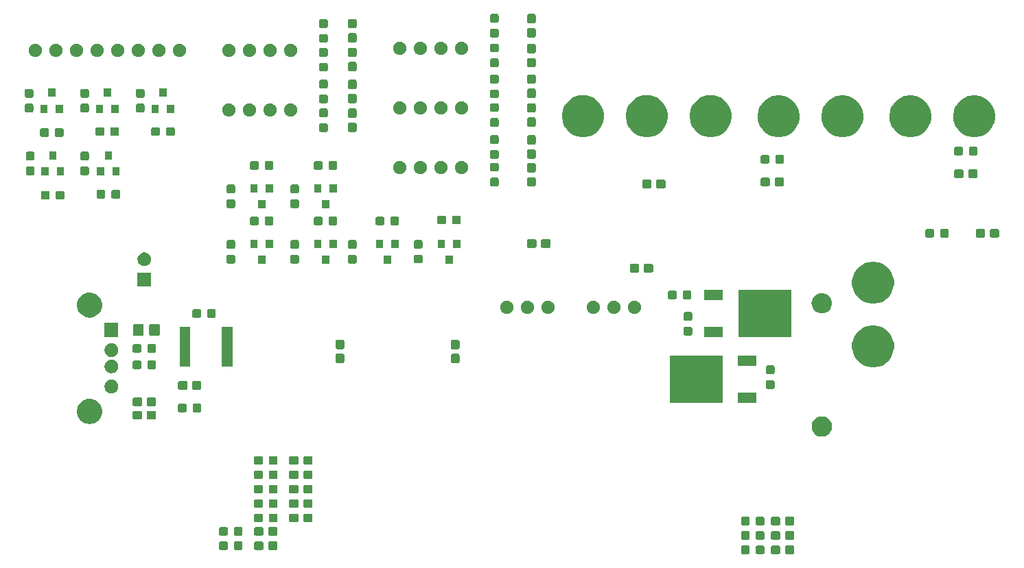
<source format=gbr>
G04 #@! TF.GenerationSoftware,KiCad,Pcbnew,(5.1.4)-1*
G04 #@! TF.CreationDate,2020-11-30T00:59:02-06:00*
G04 #@! TF.ProjectId,SRA_Sensor_Board,5352415f-5365-46e7-936f-725f426f6172,rev?*
G04 #@! TF.SameCoordinates,Original*
G04 #@! TF.FileFunction,Soldermask,Top*
G04 #@! TF.FilePolarity,Negative*
%FSLAX46Y46*%
G04 Gerber Fmt 4.6, Leading zero omitted, Abs format (unit mm)*
G04 Created by KiCad (PCBNEW (5.1.4)-1) date 2020-11-30 00:59:02*
%MOMM*%
%LPD*%
G04 APERTURE LIST*
%ADD10C,0.100000*%
G04 APERTURE END LIST*
D10*
G36*
X188995499Y-126224445D02*
G01*
X189032995Y-126235820D01*
X189067554Y-126254292D01*
X189097847Y-126279153D01*
X189122708Y-126309446D01*
X189141180Y-126344005D01*
X189152555Y-126381501D01*
X189157000Y-126426638D01*
X189157000Y-127065362D01*
X189152555Y-127110499D01*
X189141180Y-127147995D01*
X189122708Y-127182554D01*
X189097847Y-127212847D01*
X189067554Y-127237708D01*
X189032995Y-127256180D01*
X188995499Y-127267555D01*
X188950362Y-127272000D01*
X188211638Y-127272000D01*
X188166501Y-127267555D01*
X188129005Y-127256180D01*
X188094446Y-127237708D01*
X188064153Y-127212847D01*
X188039292Y-127182554D01*
X188020820Y-127147995D01*
X188009445Y-127110499D01*
X188005000Y-127065362D01*
X188005000Y-126426638D01*
X188009445Y-126381501D01*
X188020820Y-126344005D01*
X188039292Y-126309446D01*
X188064153Y-126279153D01*
X188094446Y-126254292D01*
X188129005Y-126235820D01*
X188166501Y-126224445D01*
X188211638Y-126220000D01*
X188950362Y-126220000D01*
X188995499Y-126224445D01*
X188995499Y-126224445D01*
G37*
G36*
X187245499Y-126224445D02*
G01*
X187282995Y-126235820D01*
X187317554Y-126254292D01*
X187347847Y-126279153D01*
X187372708Y-126309446D01*
X187391180Y-126344005D01*
X187402555Y-126381501D01*
X187407000Y-126426638D01*
X187407000Y-127065362D01*
X187402555Y-127110499D01*
X187391180Y-127147995D01*
X187372708Y-127182554D01*
X187347847Y-127212847D01*
X187317554Y-127237708D01*
X187282995Y-127256180D01*
X187245499Y-127267555D01*
X187200362Y-127272000D01*
X186461638Y-127272000D01*
X186416501Y-127267555D01*
X186379005Y-127256180D01*
X186344446Y-127237708D01*
X186314153Y-127212847D01*
X186289292Y-127182554D01*
X186270820Y-127147995D01*
X186259445Y-127110499D01*
X186255000Y-127065362D01*
X186255000Y-126426638D01*
X186259445Y-126381501D01*
X186270820Y-126344005D01*
X186289292Y-126309446D01*
X186314153Y-126279153D01*
X186344446Y-126254292D01*
X186379005Y-126235820D01*
X186416501Y-126224445D01*
X186461638Y-126220000D01*
X187200362Y-126220000D01*
X187245499Y-126224445D01*
X187245499Y-126224445D01*
G37*
G36*
X183473499Y-126224445D02*
G01*
X183510995Y-126235820D01*
X183545554Y-126254292D01*
X183575847Y-126279153D01*
X183600708Y-126309446D01*
X183619180Y-126344005D01*
X183630555Y-126381501D01*
X183635000Y-126426638D01*
X183635000Y-127065362D01*
X183630555Y-127110499D01*
X183619180Y-127147995D01*
X183600708Y-127182554D01*
X183575847Y-127212847D01*
X183545554Y-127237708D01*
X183510995Y-127256180D01*
X183473499Y-127267555D01*
X183428362Y-127272000D01*
X182764638Y-127272000D01*
X182719501Y-127267555D01*
X182682005Y-127256180D01*
X182647446Y-127237708D01*
X182617153Y-127212847D01*
X182592292Y-127182554D01*
X182573820Y-127147995D01*
X182562445Y-127110499D01*
X182558000Y-127065362D01*
X182558000Y-126426638D01*
X182562445Y-126381501D01*
X182573820Y-126344005D01*
X182592292Y-126309446D01*
X182617153Y-126279153D01*
X182647446Y-126254292D01*
X182682005Y-126235820D01*
X182719501Y-126224445D01*
X182764638Y-126220000D01*
X183428362Y-126220000D01*
X183473499Y-126224445D01*
X183473499Y-126224445D01*
G37*
G36*
X185298499Y-126224445D02*
G01*
X185335995Y-126235820D01*
X185370554Y-126254292D01*
X185400847Y-126279153D01*
X185425708Y-126309446D01*
X185444180Y-126344005D01*
X185455555Y-126381501D01*
X185460000Y-126426638D01*
X185460000Y-127065362D01*
X185455555Y-127110499D01*
X185444180Y-127147995D01*
X185425708Y-127182554D01*
X185400847Y-127212847D01*
X185370554Y-127237708D01*
X185335995Y-127256180D01*
X185298499Y-127267555D01*
X185253362Y-127272000D01*
X184589638Y-127272000D01*
X184544501Y-127267555D01*
X184507005Y-127256180D01*
X184472446Y-127237708D01*
X184442153Y-127212847D01*
X184417292Y-127182554D01*
X184398820Y-127147995D01*
X184387445Y-127110499D01*
X184383000Y-127065362D01*
X184383000Y-126426638D01*
X184387445Y-126381501D01*
X184398820Y-126344005D01*
X184417292Y-126309446D01*
X184442153Y-126279153D01*
X184472446Y-126254292D01*
X184507005Y-126235820D01*
X184544501Y-126224445D01*
X184589638Y-126220000D01*
X185253362Y-126220000D01*
X185298499Y-126224445D01*
X185298499Y-126224445D01*
G37*
G36*
X119098499Y-125716445D02*
G01*
X119135995Y-125727820D01*
X119170554Y-125746292D01*
X119200847Y-125771153D01*
X119225708Y-125801446D01*
X119244180Y-125836005D01*
X119255555Y-125873501D01*
X119260000Y-125918638D01*
X119260000Y-126557362D01*
X119255555Y-126602499D01*
X119244180Y-126639995D01*
X119225708Y-126674554D01*
X119200847Y-126704847D01*
X119170554Y-126729708D01*
X119135995Y-126748180D01*
X119098499Y-126759555D01*
X119053362Y-126764000D01*
X118389638Y-126764000D01*
X118344501Y-126759555D01*
X118307005Y-126748180D01*
X118272446Y-126729708D01*
X118242153Y-126704847D01*
X118217292Y-126674554D01*
X118198820Y-126639995D01*
X118187445Y-126602499D01*
X118183000Y-126557362D01*
X118183000Y-125918638D01*
X118187445Y-125873501D01*
X118198820Y-125836005D01*
X118217292Y-125801446D01*
X118242153Y-125771153D01*
X118272446Y-125746292D01*
X118307005Y-125727820D01*
X118344501Y-125716445D01*
X118389638Y-125712000D01*
X119053362Y-125712000D01*
X119098499Y-125716445D01*
X119098499Y-125716445D01*
G37*
G36*
X120923499Y-125716445D02*
G01*
X120960995Y-125727820D01*
X120995554Y-125746292D01*
X121025847Y-125771153D01*
X121050708Y-125801446D01*
X121069180Y-125836005D01*
X121080555Y-125873501D01*
X121085000Y-125918638D01*
X121085000Y-126557362D01*
X121080555Y-126602499D01*
X121069180Y-126639995D01*
X121050708Y-126674554D01*
X121025847Y-126704847D01*
X120995554Y-126729708D01*
X120960995Y-126748180D01*
X120923499Y-126759555D01*
X120878362Y-126764000D01*
X120214638Y-126764000D01*
X120169501Y-126759555D01*
X120132005Y-126748180D01*
X120097446Y-126729708D01*
X120067153Y-126704847D01*
X120042292Y-126674554D01*
X120023820Y-126639995D01*
X120012445Y-126602499D01*
X120008000Y-126557362D01*
X120008000Y-125918638D01*
X120012445Y-125873501D01*
X120023820Y-125836005D01*
X120042292Y-125801446D01*
X120067153Y-125771153D01*
X120097446Y-125746292D01*
X120132005Y-125727820D01*
X120169501Y-125716445D01*
X120214638Y-125712000D01*
X120878362Y-125712000D01*
X120923499Y-125716445D01*
X120923499Y-125716445D01*
G37*
G36*
X123491499Y-125716445D02*
G01*
X123528995Y-125727820D01*
X123563554Y-125746292D01*
X123593847Y-125771153D01*
X123618708Y-125801446D01*
X123637180Y-125836005D01*
X123648555Y-125873501D01*
X123653000Y-125918638D01*
X123653000Y-126557362D01*
X123648555Y-126602499D01*
X123637180Y-126639995D01*
X123618708Y-126674554D01*
X123593847Y-126704847D01*
X123563554Y-126729708D01*
X123528995Y-126748180D01*
X123491499Y-126759555D01*
X123446362Y-126764000D01*
X122707638Y-126764000D01*
X122662501Y-126759555D01*
X122625005Y-126748180D01*
X122590446Y-126729708D01*
X122560153Y-126704847D01*
X122535292Y-126674554D01*
X122516820Y-126639995D01*
X122505445Y-126602499D01*
X122501000Y-126557362D01*
X122501000Y-125918638D01*
X122505445Y-125873501D01*
X122516820Y-125836005D01*
X122535292Y-125801446D01*
X122560153Y-125771153D01*
X122590446Y-125746292D01*
X122625005Y-125727820D01*
X122662501Y-125716445D01*
X122707638Y-125712000D01*
X123446362Y-125712000D01*
X123491499Y-125716445D01*
X123491499Y-125716445D01*
G37*
G36*
X125241499Y-125716445D02*
G01*
X125278995Y-125727820D01*
X125313554Y-125746292D01*
X125343847Y-125771153D01*
X125368708Y-125801446D01*
X125387180Y-125836005D01*
X125398555Y-125873501D01*
X125403000Y-125918638D01*
X125403000Y-126557362D01*
X125398555Y-126602499D01*
X125387180Y-126639995D01*
X125368708Y-126674554D01*
X125343847Y-126704847D01*
X125313554Y-126729708D01*
X125278995Y-126748180D01*
X125241499Y-126759555D01*
X125196362Y-126764000D01*
X124457638Y-126764000D01*
X124412501Y-126759555D01*
X124375005Y-126748180D01*
X124340446Y-126729708D01*
X124310153Y-126704847D01*
X124285292Y-126674554D01*
X124266820Y-126639995D01*
X124255445Y-126602499D01*
X124251000Y-126557362D01*
X124251000Y-125918638D01*
X124255445Y-125873501D01*
X124266820Y-125836005D01*
X124285292Y-125801446D01*
X124310153Y-125771153D01*
X124340446Y-125746292D01*
X124375005Y-125727820D01*
X124412501Y-125716445D01*
X124457638Y-125712000D01*
X125196362Y-125712000D01*
X125241499Y-125716445D01*
X125241499Y-125716445D01*
G37*
G36*
X185298499Y-124446445D02*
G01*
X185335995Y-124457820D01*
X185370554Y-124476292D01*
X185400847Y-124501153D01*
X185425708Y-124531446D01*
X185444180Y-124566005D01*
X185455555Y-124603501D01*
X185460000Y-124648638D01*
X185460000Y-125287362D01*
X185455555Y-125332499D01*
X185444180Y-125369995D01*
X185425708Y-125404554D01*
X185400847Y-125434847D01*
X185370554Y-125459708D01*
X185335995Y-125478180D01*
X185298499Y-125489555D01*
X185253362Y-125494000D01*
X184589638Y-125494000D01*
X184544501Y-125489555D01*
X184507005Y-125478180D01*
X184472446Y-125459708D01*
X184442153Y-125434847D01*
X184417292Y-125404554D01*
X184398820Y-125369995D01*
X184387445Y-125332499D01*
X184383000Y-125287362D01*
X184383000Y-124648638D01*
X184387445Y-124603501D01*
X184398820Y-124566005D01*
X184417292Y-124531446D01*
X184442153Y-124501153D01*
X184472446Y-124476292D01*
X184507005Y-124457820D01*
X184544501Y-124446445D01*
X184589638Y-124442000D01*
X185253362Y-124442000D01*
X185298499Y-124446445D01*
X185298499Y-124446445D01*
G37*
G36*
X183473499Y-124446445D02*
G01*
X183510995Y-124457820D01*
X183545554Y-124476292D01*
X183575847Y-124501153D01*
X183600708Y-124531446D01*
X183619180Y-124566005D01*
X183630555Y-124603501D01*
X183635000Y-124648638D01*
X183635000Y-125287362D01*
X183630555Y-125332499D01*
X183619180Y-125369995D01*
X183600708Y-125404554D01*
X183575847Y-125434847D01*
X183545554Y-125459708D01*
X183510995Y-125478180D01*
X183473499Y-125489555D01*
X183428362Y-125494000D01*
X182764638Y-125494000D01*
X182719501Y-125489555D01*
X182682005Y-125478180D01*
X182647446Y-125459708D01*
X182617153Y-125434847D01*
X182592292Y-125404554D01*
X182573820Y-125369995D01*
X182562445Y-125332499D01*
X182558000Y-125287362D01*
X182558000Y-124648638D01*
X182562445Y-124603501D01*
X182573820Y-124566005D01*
X182592292Y-124531446D01*
X182617153Y-124501153D01*
X182647446Y-124476292D01*
X182682005Y-124457820D01*
X182719501Y-124446445D01*
X182764638Y-124442000D01*
X183428362Y-124442000D01*
X183473499Y-124446445D01*
X183473499Y-124446445D01*
G37*
G36*
X188995499Y-124446445D02*
G01*
X189032995Y-124457820D01*
X189067554Y-124476292D01*
X189097847Y-124501153D01*
X189122708Y-124531446D01*
X189141180Y-124566005D01*
X189152555Y-124603501D01*
X189157000Y-124648638D01*
X189157000Y-125287362D01*
X189152555Y-125332499D01*
X189141180Y-125369995D01*
X189122708Y-125404554D01*
X189097847Y-125434847D01*
X189067554Y-125459708D01*
X189032995Y-125478180D01*
X188995499Y-125489555D01*
X188950362Y-125494000D01*
X188211638Y-125494000D01*
X188166501Y-125489555D01*
X188129005Y-125478180D01*
X188094446Y-125459708D01*
X188064153Y-125434847D01*
X188039292Y-125404554D01*
X188020820Y-125369995D01*
X188009445Y-125332499D01*
X188005000Y-125287362D01*
X188005000Y-124648638D01*
X188009445Y-124603501D01*
X188020820Y-124566005D01*
X188039292Y-124531446D01*
X188064153Y-124501153D01*
X188094446Y-124476292D01*
X188129005Y-124457820D01*
X188166501Y-124446445D01*
X188211638Y-124442000D01*
X188950362Y-124442000D01*
X188995499Y-124446445D01*
X188995499Y-124446445D01*
G37*
G36*
X187245499Y-124446445D02*
G01*
X187282995Y-124457820D01*
X187317554Y-124476292D01*
X187347847Y-124501153D01*
X187372708Y-124531446D01*
X187391180Y-124566005D01*
X187402555Y-124603501D01*
X187407000Y-124648638D01*
X187407000Y-125287362D01*
X187402555Y-125332499D01*
X187391180Y-125369995D01*
X187372708Y-125404554D01*
X187347847Y-125434847D01*
X187317554Y-125459708D01*
X187282995Y-125478180D01*
X187245499Y-125489555D01*
X187200362Y-125494000D01*
X186461638Y-125494000D01*
X186416501Y-125489555D01*
X186379005Y-125478180D01*
X186344446Y-125459708D01*
X186314153Y-125434847D01*
X186289292Y-125404554D01*
X186270820Y-125369995D01*
X186259445Y-125332499D01*
X186255000Y-125287362D01*
X186255000Y-124648638D01*
X186259445Y-124603501D01*
X186270820Y-124566005D01*
X186289292Y-124531446D01*
X186314153Y-124501153D01*
X186344446Y-124476292D01*
X186379005Y-124457820D01*
X186416501Y-124446445D01*
X186461638Y-124442000D01*
X187200362Y-124442000D01*
X187245499Y-124446445D01*
X187245499Y-124446445D01*
G37*
G36*
X120923499Y-123938445D02*
G01*
X120960995Y-123949820D01*
X120995554Y-123968292D01*
X121025847Y-123993153D01*
X121050708Y-124023446D01*
X121069180Y-124058005D01*
X121080555Y-124095501D01*
X121085000Y-124140638D01*
X121085000Y-124779362D01*
X121080555Y-124824499D01*
X121069180Y-124861995D01*
X121050708Y-124896554D01*
X121025847Y-124926847D01*
X120995554Y-124951708D01*
X120960995Y-124970180D01*
X120923499Y-124981555D01*
X120878362Y-124986000D01*
X120214638Y-124986000D01*
X120169501Y-124981555D01*
X120132005Y-124970180D01*
X120097446Y-124951708D01*
X120067153Y-124926847D01*
X120042292Y-124896554D01*
X120023820Y-124861995D01*
X120012445Y-124824499D01*
X120008000Y-124779362D01*
X120008000Y-124140638D01*
X120012445Y-124095501D01*
X120023820Y-124058005D01*
X120042292Y-124023446D01*
X120067153Y-123993153D01*
X120097446Y-123968292D01*
X120132005Y-123949820D01*
X120169501Y-123938445D01*
X120214638Y-123934000D01*
X120878362Y-123934000D01*
X120923499Y-123938445D01*
X120923499Y-123938445D01*
G37*
G36*
X125241499Y-123938445D02*
G01*
X125278995Y-123949820D01*
X125313554Y-123968292D01*
X125343847Y-123993153D01*
X125368708Y-124023446D01*
X125387180Y-124058005D01*
X125398555Y-124095501D01*
X125403000Y-124140638D01*
X125403000Y-124779362D01*
X125398555Y-124824499D01*
X125387180Y-124861995D01*
X125368708Y-124896554D01*
X125343847Y-124926847D01*
X125313554Y-124951708D01*
X125278995Y-124970180D01*
X125241499Y-124981555D01*
X125196362Y-124986000D01*
X124457638Y-124986000D01*
X124412501Y-124981555D01*
X124375005Y-124970180D01*
X124340446Y-124951708D01*
X124310153Y-124926847D01*
X124285292Y-124896554D01*
X124266820Y-124861995D01*
X124255445Y-124824499D01*
X124251000Y-124779362D01*
X124251000Y-124140638D01*
X124255445Y-124095501D01*
X124266820Y-124058005D01*
X124285292Y-124023446D01*
X124310153Y-123993153D01*
X124340446Y-123968292D01*
X124375005Y-123949820D01*
X124412501Y-123938445D01*
X124457638Y-123934000D01*
X125196362Y-123934000D01*
X125241499Y-123938445D01*
X125241499Y-123938445D01*
G37*
G36*
X119098499Y-123938445D02*
G01*
X119135995Y-123949820D01*
X119170554Y-123968292D01*
X119200847Y-123993153D01*
X119225708Y-124023446D01*
X119244180Y-124058005D01*
X119255555Y-124095501D01*
X119260000Y-124140638D01*
X119260000Y-124779362D01*
X119255555Y-124824499D01*
X119244180Y-124861995D01*
X119225708Y-124896554D01*
X119200847Y-124926847D01*
X119170554Y-124951708D01*
X119135995Y-124970180D01*
X119098499Y-124981555D01*
X119053362Y-124986000D01*
X118389638Y-124986000D01*
X118344501Y-124981555D01*
X118307005Y-124970180D01*
X118272446Y-124951708D01*
X118242153Y-124926847D01*
X118217292Y-124896554D01*
X118198820Y-124861995D01*
X118187445Y-124824499D01*
X118183000Y-124779362D01*
X118183000Y-124140638D01*
X118187445Y-124095501D01*
X118198820Y-124058005D01*
X118217292Y-124023446D01*
X118242153Y-123993153D01*
X118272446Y-123968292D01*
X118307005Y-123949820D01*
X118344501Y-123938445D01*
X118389638Y-123934000D01*
X119053362Y-123934000D01*
X119098499Y-123938445D01*
X119098499Y-123938445D01*
G37*
G36*
X123491499Y-123938445D02*
G01*
X123528995Y-123949820D01*
X123563554Y-123968292D01*
X123593847Y-123993153D01*
X123618708Y-124023446D01*
X123637180Y-124058005D01*
X123648555Y-124095501D01*
X123653000Y-124140638D01*
X123653000Y-124779362D01*
X123648555Y-124824499D01*
X123637180Y-124861995D01*
X123618708Y-124896554D01*
X123593847Y-124926847D01*
X123563554Y-124951708D01*
X123528995Y-124970180D01*
X123491499Y-124981555D01*
X123446362Y-124986000D01*
X122707638Y-124986000D01*
X122662501Y-124981555D01*
X122625005Y-124970180D01*
X122590446Y-124951708D01*
X122560153Y-124926847D01*
X122535292Y-124896554D01*
X122516820Y-124861995D01*
X122505445Y-124824499D01*
X122501000Y-124779362D01*
X122501000Y-124140638D01*
X122505445Y-124095501D01*
X122516820Y-124058005D01*
X122535292Y-124023446D01*
X122560153Y-123993153D01*
X122590446Y-123968292D01*
X122625005Y-123949820D01*
X122662501Y-123938445D01*
X122707638Y-123934000D01*
X123446362Y-123934000D01*
X123491499Y-123938445D01*
X123491499Y-123938445D01*
G37*
G36*
X188995499Y-122668445D02*
G01*
X189032995Y-122679820D01*
X189067554Y-122698292D01*
X189097847Y-122723153D01*
X189122708Y-122753446D01*
X189141180Y-122788005D01*
X189152555Y-122825501D01*
X189157000Y-122870638D01*
X189157000Y-123509362D01*
X189152555Y-123554499D01*
X189141180Y-123591995D01*
X189122708Y-123626554D01*
X189097847Y-123656847D01*
X189067554Y-123681708D01*
X189032995Y-123700180D01*
X188995499Y-123711555D01*
X188950362Y-123716000D01*
X188211638Y-123716000D01*
X188166501Y-123711555D01*
X188129005Y-123700180D01*
X188094446Y-123681708D01*
X188064153Y-123656847D01*
X188039292Y-123626554D01*
X188020820Y-123591995D01*
X188009445Y-123554499D01*
X188005000Y-123509362D01*
X188005000Y-122870638D01*
X188009445Y-122825501D01*
X188020820Y-122788005D01*
X188039292Y-122753446D01*
X188064153Y-122723153D01*
X188094446Y-122698292D01*
X188129005Y-122679820D01*
X188166501Y-122668445D01*
X188211638Y-122664000D01*
X188950362Y-122664000D01*
X188995499Y-122668445D01*
X188995499Y-122668445D01*
G37*
G36*
X187245499Y-122668445D02*
G01*
X187282995Y-122679820D01*
X187317554Y-122698292D01*
X187347847Y-122723153D01*
X187372708Y-122753446D01*
X187391180Y-122788005D01*
X187402555Y-122825501D01*
X187407000Y-122870638D01*
X187407000Y-123509362D01*
X187402555Y-123554499D01*
X187391180Y-123591995D01*
X187372708Y-123626554D01*
X187347847Y-123656847D01*
X187317554Y-123681708D01*
X187282995Y-123700180D01*
X187245499Y-123711555D01*
X187200362Y-123716000D01*
X186461638Y-123716000D01*
X186416501Y-123711555D01*
X186379005Y-123700180D01*
X186344446Y-123681708D01*
X186314153Y-123656847D01*
X186289292Y-123626554D01*
X186270820Y-123591995D01*
X186259445Y-123554499D01*
X186255000Y-123509362D01*
X186255000Y-122870638D01*
X186259445Y-122825501D01*
X186270820Y-122788005D01*
X186289292Y-122753446D01*
X186314153Y-122723153D01*
X186344446Y-122698292D01*
X186379005Y-122679820D01*
X186416501Y-122668445D01*
X186461638Y-122664000D01*
X187200362Y-122664000D01*
X187245499Y-122668445D01*
X187245499Y-122668445D01*
G37*
G36*
X185298499Y-122668445D02*
G01*
X185335995Y-122679820D01*
X185370554Y-122698292D01*
X185400847Y-122723153D01*
X185425708Y-122753446D01*
X185444180Y-122788005D01*
X185455555Y-122825501D01*
X185460000Y-122870638D01*
X185460000Y-123509362D01*
X185455555Y-123554499D01*
X185444180Y-123591995D01*
X185425708Y-123626554D01*
X185400847Y-123656847D01*
X185370554Y-123681708D01*
X185335995Y-123700180D01*
X185298499Y-123711555D01*
X185253362Y-123716000D01*
X184589638Y-123716000D01*
X184544501Y-123711555D01*
X184507005Y-123700180D01*
X184472446Y-123681708D01*
X184442153Y-123656847D01*
X184417292Y-123626554D01*
X184398820Y-123591995D01*
X184387445Y-123554499D01*
X184383000Y-123509362D01*
X184383000Y-122870638D01*
X184387445Y-122825501D01*
X184398820Y-122788005D01*
X184417292Y-122753446D01*
X184442153Y-122723153D01*
X184472446Y-122698292D01*
X184507005Y-122679820D01*
X184544501Y-122668445D01*
X184589638Y-122664000D01*
X185253362Y-122664000D01*
X185298499Y-122668445D01*
X185298499Y-122668445D01*
G37*
G36*
X183473499Y-122668445D02*
G01*
X183510995Y-122679820D01*
X183545554Y-122698292D01*
X183575847Y-122723153D01*
X183600708Y-122753446D01*
X183619180Y-122788005D01*
X183630555Y-122825501D01*
X183635000Y-122870638D01*
X183635000Y-123509362D01*
X183630555Y-123554499D01*
X183619180Y-123591995D01*
X183600708Y-123626554D01*
X183575847Y-123656847D01*
X183545554Y-123681708D01*
X183510995Y-123700180D01*
X183473499Y-123711555D01*
X183428362Y-123716000D01*
X182764638Y-123716000D01*
X182719501Y-123711555D01*
X182682005Y-123700180D01*
X182647446Y-123681708D01*
X182617153Y-123656847D01*
X182592292Y-123626554D01*
X182573820Y-123591995D01*
X182562445Y-123554499D01*
X182558000Y-123509362D01*
X182558000Y-122870638D01*
X182562445Y-122825501D01*
X182573820Y-122788005D01*
X182592292Y-122753446D01*
X182617153Y-122723153D01*
X182647446Y-122698292D01*
X182682005Y-122679820D01*
X182719501Y-122668445D01*
X182764638Y-122664000D01*
X183428362Y-122664000D01*
X183473499Y-122668445D01*
X183473499Y-122668445D01*
G37*
G36*
X123416499Y-122287445D02*
G01*
X123453995Y-122298820D01*
X123488554Y-122317292D01*
X123518847Y-122342153D01*
X123543708Y-122372446D01*
X123562180Y-122407005D01*
X123573555Y-122444501D01*
X123578000Y-122489638D01*
X123578000Y-123128362D01*
X123573555Y-123173499D01*
X123562180Y-123210995D01*
X123543708Y-123245554D01*
X123518847Y-123275847D01*
X123488554Y-123300708D01*
X123453995Y-123319180D01*
X123416499Y-123330555D01*
X123371362Y-123335000D01*
X122707638Y-123335000D01*
X122662501Y-123330555D01*
X122625005Y-123319180D01*
X122590446Y-123300708D01*
X122560153Y-123275847D01*
X122535292Y-123245554D01*
X122516820Y-123210995D01*
X122505445Y-123173499D01*
X122501000Y-123128362D01*
X122501000Y-122489638D01*
X122505445Y-122444501D01*
X122516820Y-122407005D01*
X122535292Y-122372446D01*
X122560153Y-122342153D01*
X122590446Y-122317292D01*
X122625005Y-122298820D01*
X122662501Y-122287445D01*
X122707638Y-122283000D01*
X123371362Y-122283000D01*
X123416499Y-122287445D01*
X123416499Y-122287445D01*
G37*
G36*
X127809499Y-122287445D02*
G01*
X127846995Y-122298820D01*
X127881554Y-122317292D01*
X127911847Y-122342153D01*
X127936708Y-122372446D01*
X127955180Y-122407005D01*
X127966555Y-122444501D01*
X127971000Y-122489638D01*
X127971000Y-123128362D01*
X127966555Y-123173499D01*
X127955180Y-123210995D01*
X127936708Y-123245554D01*
X127911847Y-123275847D01*
X127881554Y-123300708D01*
X127846995Y-123319180D01*
X127809499Y-123330555D01*
X127764362Y-123335000D01*
X127025638Y-123335000D01*
X126980501Y-123330555D01*
X126943005Y-123319180D01*
X126908446Y-123300708D01*
X126878153Y-123275847D01*
X126853292Y-123245554D01*
X126834820Y-123210995D01*
X126823445Y-123173499D01*
X126819000Y-123128362D01*
X126819000Y-122489638D01*
X126823445Y-122444501D01*
X126834820Y-122407005D01*
X126853292Y-122372446D01*
X126878153Y-122342153D01*
X126908446Y-122317292D01*
X126943005Y-122298820D01*
X126980501Y-122287445D01*
X127025638Y-122283000D01*
X127764362Y-122283000D01*
X127809499Y-122287445D01*
X127809499Y-122287445D01*
G37*
G36*
X129559499Y-122287445D02*
G01*
X129596995Y-122298820D01*
X129631554Y-122317292D01*
X129661847Y-122342153D01*
X129686708Y-122372446D01*
X129705180Y-122407005D01*
X129716555Y-122444501D01*
X129721000Y-122489638D01*
X129721000Y-123128362D01*
X129716555Y-123173499D01*
X129705180Y-123210995D01*
X129686708Y-123245554D01*
X129661847Y-123275847D01*
X129631554Y-123300708D01*
X129596995Y-123319180D01*
X129559499Y-123330555D01*
X129514362Y-123335000D01*
X128775638Y-123335000D01*
X128730501Y-123330555D01*
X128693005Y-123319180D01*
X128658446Y-123300708D01*
X128628153Y-123275847D01*
X128603292Y-123245554D01*
X128584820Y-123210995D01*
X128573445Y-123173499D01*
X128569000Y-123128362D01*
X128569000Y-122489638D01*
X128573445Y-122444501D01*
X128584820Y-122407005D01*
X128603292Y-122372446D01*
X128628153Y-122342153D01*
X128658446Y-122317292D01*
X128693005Y-122298820D01*
X128730501Y-122287445D01*
X128775638Y-122283000D01*
X129514362Y-122283000D01*
X129559499Y-122287445D01*
X129559499Y-122287445D01*
G37*
G36*
X125241499Y-122287445D02*
G01*
X125278995Y-122298820D01*
X125313554Y-122317292D01*
X125343847Y-122342153D01*
X125368708Y-122372446D01*
X125387180Y-122407005D01*
X125398555Y-122444501D01*
X125403000Y-122489638D01*
X125403000Y-123128362D01*
X125398555Y-123173499D01*
X125387180Y-123210995D01*
X125368708Y-123245554D01*
X125343847Y-123275847D01*
X125313554Y-123300708D01*
X125278995Y-123319180D01*
X125241499Y-123330555D01*
X125196362Y-123335000D01*
X124532638Y-123335000D01*
X124487501Y-123330555D01*
X124450005Y-123319180D01*
X124415446Y-123300708D01*
X124385153Y-123275847D01*
X124360292Y-123245554D01*
X124341820Y-123210995D01*
X124330445Y-123173499D01*
X124326000Y-123128362D01*
X124326000Y-122489638D01*
X124330445Y-122444501D01*
X124341820Y-122407005D01*
X124360292Y-122372446D01*
X124385153Y-122342153D01*
X124415446Y-122317292D01*
X124450005Y-122298820D01*
X124487501Y-122287445D01*
X124532638Y-122283000D01*
X125196362Y-122283000D01*
X125241499Y-122287445D01*
X125241499Y-122287445D01*
G37*
G36*
X123416499Y-120509445D02*
G01*
X123453995Y-120520820D01*
X123488554Y-120539292D01*
X123518847Y-120564153D01*
X123543708Y-120594446D01*
X123562180Y-120629005D01*
X123573555Y-120666501D01*
X123578000Y-120711638D01*
X123578000Y-121350362D01*
X123573555Y-121395499D01*
X123562180Y-121432995D01*
X123543708Y-121467554D01*
X123518847Y-121497847D01*
X123488554Y-121522708D01*
X123453995Y-121541180D01*
X123416499Y-121552555D01*
X123371362Y-121557000D01*
X122707638Y-121557000D01*
X122662501Y-121552555D01*
X122625005Y-121541180D01*
X122590446Y-121522708D01*
X122560153Y-121497847D01*
X122535292Y-121467554D01*
X122516820Y-121432995D01*
X122505445Y-121395499D01*
X122501000Y-121350362D01*
X122501000Y-120711638D01*
X122505445Y-120666501D01*
X122516820Y-120629005D01*
X122535292Y-120594446D01*
X122560153Y-120564153D01*
X122590446Y-120539292D01*
X122625005Y-120520820D01*
X122662501Y-120509445D01*
X122707638Y-120505000D01*
X123371362Y-120505000D01*
X123416499Y-120509445D01*
X123416499Y-120509445D01*
G37*
G36*
X125241499Y-120509445D02*
G01*
X125278995Y-120520820D01*
X125313554Y-120539292D01*
X125343847Y-120564153D01*
X125368708Y-120594446D01*
X125387180Y-120629005D01*
X125398555Y-120666501D01*
X125403000Y-120711638D01*
X125403000Y-121350362D01*
X125398555Y-121395499D01*
X125387180Y-121432995D01*
X125368708Y-121467554D01*
X125343847Y-121497847D01*
X125313554Y-121522708D01*
X125278995Y-121541180D01*
X125241499Y-121552555D01*
X125196362Y-121557000D01*
X124532638Y-121557000D01*
X124487501Y-121552555D01*
X124450005Y-121541180D01*
X124415446Y-121522708D01*
X124385153Y-121497847D01*
X124360292Y-121467554D01*
X124341820Y-121432995D01*
X124330445Y-121395499D01*
X124326000Y-121350362D01*
X124326000Y-120711638D01*
X124330445Y-120666501D01*
X124341820Y-120629005D01*
X124360292Y-120594446D01*
X124385153Y-120564153D01*
X124415446Y-120539292D01*
X124450005Y-120520820D01*
X124487501Y-120509445D01*
X124532638Y-120505000D01*
X125196362Y-120505000D01*
X125241499Y-120509445D01*
X125241499Y-120509445D01*
G37*
G36*
X129559499Y-120509445D02*
G01*
X129596995Y-120520820D01*
X129631554Y-120539292D01*
X129661847Y-120564153D01*
X129686708Y-120594446D01*
X129705180Y-120629005D01*
X129716555Y-120666501D01*
X129721000Y-120711638D01*
X129721000Y-121350362D01*
X129716555Y-121395499D01*
X129705180Y-121432995D01*
X129686708Y-121467554D01*
X129661847Y-121497847D01*
X129631554Y-121522708D01*
X129596995Y-121541180D01*
X129559499Y-121552555D01*
X129514362Y-121557000D01*
X128775638Y-121557000D01*
X128730501Y-121552555D01*
X128693005Y-121541180D01*
X128658446Y-121522708D01*
X128628153Y-121497847D01*
X128603292Y-121467554D01*
X128584820Y-121432995D01*
X128573445Y-121395499D01*
X128569000Y-121350362D01*
X128569000Y-120711638D01*
X128573445Y-120666501D01*
X128584820Y-120629005D01*
X128603292Y-120594446D01*
X128628153Y-120564153D01*
X128658446Y-120539292D01*
X128693005Y-120520820D01*
X128730501Y-120509445D01*
X128775638Y-120505000D01*
X129514362Y-120505000D01*
X129559499Y-120509445D01*
X129559499Y-120509445D01*
G37*
G36*
X127809499Y-120509445D02*
G01*
X127846995Y-120520820D01*
X127881554Y-120539292D01*
X127911847Y-120564153D01*
X127936708Y-120594446D01*
X127955180Y-120629005D01*
X127966555Y-120666501D01*
X127971000Y-120711638D01*
X127971000Y-121350362D01*
X127966555Y-121395499D01*
X127955180Y-121432995D01*
X127936708Y-121467554D01*
X127911847Y-121497847D01*
X127881554Y-121522708D01*
X127846995Y-121541180D01*
X127809499Y-121552555D01*
X127764362Y-121557000D01*
X127025638Y-121557000D01*
X126980501Y-121552555D01*
X126943005Y-121541180D01*
X126908446Y-121522708D01*
X126878153Y-121497847D01*
X126853292Y-121467554D01*
X126834820Y-121432995D01*
X126823445Y-121395499D01*
X126819000Y-121350362D01*
X126819000Y-120711638D01*
X126823445Y-120666501D01*
X126834820Y-120629005D01*
X126853292Y-120594446D01*
X126878153Y-120564153D01*
X126908446Y-120539292D01*
X126943005Y-120520820D01*
X126980501Y-120509445D01*
X127025638Y-120505000D01*
X127764362Y-120505000D01*
X127809499Y-120509445D01*
X127809499Y-120509445D01*
G37*
G36*
X129559499Y-118731445D02*
G01*
X129596995Y-118742820D01*
X129631554Y-118761292D01*
X129661847Y-118786153D01*
X129686708Y-118816446D01*
X129705180Y-118851005D01*
X129716555Y-118888501D01*
X129721000Y-118933638D01*
X129721000Y-119572362D01*
X129716555Y-119617499D01*
X129705180Y-119654995D01*
X129686708Y-119689554D01*
X129661847Y-119719847D01*
X129631554Y-119744708D01*
X129596995Y-119763180D01*
X129559499Y-119774555D01*
X129514362Y-119779000D01*
X128775638Y-119779000D01*
X128730501Y-119774555D01*
X128693005Y-119763180D01*
X128658446Y-119744708D01*
X128628153Y-119719847D01*
X128603292Y-119689554D01*
X128584820Y-119654995D01*
X128573445Y-119617499D01*
X128569000Y-119572362D01*
X128569000Y-118933638D01*
X128573445Y-118888501D01*
X128584820Y-118851005D01*
X128603292Y-118816446D01*
X128628153Y-118786153D01*
X128658446Y-118761292D01*
X128693005Y-118742820D01*
X128730501Y-118731445D01*
X128775638Y-118727000D01*
X129514362Y-118727000D01*
X129559499Y-118731445D01*
X129559499Y-118731445D01*
G37*
G36*
X127809499Y-118731445D02*
G01*
X127846995Y-118742820D01*
X127881554Y-118761292D01*
X127911847Y-118786153D01*
X127936708Y-118816446D01*
X127955180Y-118851005D01*
X127966555Y-118888501D01*
X127971000Y-118933638D01*
X127971000Y-119572362D01*
X127966555Y-119617499D01*
X127955180Y-119654995D01*
X127936708Y-119689554D01*
X127911847Y-119719847D01*
X127881554Y-119744708D01*
X127846995Y-119763180D01*
X127809499Y-119774555D01*
X127764362Y-119779000D01*
X127025638Y-119779000D01*
X126980501Y-119774555D01*
X126943005Y-119763180D01*
X126908446Y-119744708D01*
X126878153Y-119719847D01*
X126853292Y-119689554D01*
X126834820Y-119654995D01*
X126823445Y-119617499D01*
X126819000Y-119572362D01*
X126819000Y-118933638D01*
X126823445Y-118888501D01*
X126834820Y-118851005D01*
X126853292Y-118816446D01*
X126878153Y-118786153D01*
X126908446Y-118761292D01*
X126943005Y-118742820D01*
X126980501Y-118731445D01*
X127025638Y-118727000D01*
X127764362Y-118727000D01*
X127809499Y-118731445D01*
X127809499Y-118731445D01*
G37*
G36*
X123416499Y-118731445D02*
G01*
X123453995Y-118742820D01*
X123488554Y-118761292D01*
X123518847Y-118786153D01*
X123543708Y-118816446D01*
X123562180Y-118851005D01*
X123573555Y-118888501D01*
X123578000Y-118933638D01*
X123578000Y-119572362D01*
X123573555Y-119617499D01*
X123562180Y-119654995D01*
X123543708Y-119689554D01*
X123518847Y-119719847D01*
X123488554Y-119744708D01*
X123453995Y-119763180D01*
X123416499Y-119774555D01*
X123371362Y-119779000D01*
X122707638Y-119779000D01*
X122662501Y-119774555D01*
X122625005Y-119763180D01*
X122590446Y-119744708D01*
X122560153Y-119719847D01*
X122535292Y-119689554D01*
X122516820Y-119654995D01*
X122505445Y-119617499D01*
X122501000Y-119572362D01*
X122501000Y-118933638D01*
X122505445Y-118888501D01*
X122516820Y-118851005D01*
X122535292Y-118816446D01*
X122560153Y-118786153D01*
X122590446Y-118761292D01*
X122625005Y-118742820D01*
X122662501Y-118731445D01*
X122707638Y-118727000D01*
X123371362Y-118727000D01*
X123416499Y-118731445D01*
X123416499Y-118731445D01*
G37*
G36*
X125241499Y-118731445D02*
G01*
X125278995Y-118742820D01*
X125313554Y-118761292D01*
X125343847Y-118786153D01*
X125368708Y-118816446D01*
X125387180Y-118851005D01*
X125398555Y-118888501D01*
X125403000Y-118933638D01*
X125403000Y-119572362D01*
X125398555Y-119617499D01*
X125387180Y-119654995D01*
X125368708Y-119689554D01*
X125343847Y-119719847D01*
X125313554Y-119744708D01*
X125278995Y-119763180D01*
X125241499Y-119774555D01*
X125196362Y-119779000D01*
X124532638Y-119779000D01*
X124487501Y-119774555D01*
X124450005Y-119763180D01*
X124415446Y-119744708D01*
X124385153Y-119719847D01*
X124360292Y-119689554D01*
X124341820Y-119654995D01*
X124330445Y-119617499D01*
X124326000Y-119572362D01*
X124326000Y-118933638D01*
X124330445Y-118888501D01*
X124341820Y-118851005D01*
X124360292Y-118816446D01*
X124385153Y-118786153D01*
X124415446Y-118761292D01*
X124450005Y-118742820D01*
X124487501Y-118731445D01*
X124532638Y-118727000D01*
X125196362Y-118727000D01*
X125241499Y-118731445D01*
X125241499Y-118731445D01*
G37*
G36*
X125241499Y-116953445D02*
G01*
X125278995Y-116964820D01*
X125313554Y-116983292D01*
X125343847Y-117008153D01*
X125368708Y-117038446D01*
X125387180Y-117073005D01*
X125398555Y-117110501D01*
X125403000Y-117155638D01*
X125403000Y-117794362D01*
X125398555Y-117839499D01*
X125387180Y-117876995D01*
X125368708Y-117911554D01*
X125343847Y-117941847D01*
X125313554Y-117966708D01*
X125278995Y-117985180D01*
X125241499Y-117996555D01*
X125196362Y-118001000D01*
X124532638Y-118001000D01*
X124487501Y-117996555D01*
X124450005Y-117985180D01*
X124415446Y-117966708D01*
X124385153Y-117941847D01*
X124360292Y-117911554D01*
X124341820Y-117876995D01*
X124330445Y-117839499D01*
X124326000Y-117794362D01*
X124326000Y-117155638D01*
X124330445Y-117110501D01*
X124341820Y-117073005D01*
X124360292Y-117038446D01*
X124385153Y-117008153D01*
X124415446Y-116983292D01*
X124450005Y-116964820D01*
X124487501Y-116953445D01*
X124532638Y-116949000D01*
X125196362Y-116949000D01*
X125241499Y-116953445D01*
X125241499Y-116953445D01*
G37*
G36*
X123416499Y-116953445D02*
G01*
X123453995Y-116964820D01*
X123488554Y-116983292D01*
X123518847Y-117008153D01*
X123543708Y-117038446D01*
X123562180Y-117073005D01*
X123573555Y-117110501D01*
X123578000Y-117155638D01*
X123578000Y-117794362D01*
X123573555Y-117839499D01*
X123562180Y-117876995D01*
X123543708Y-117911554D01*
X123518847Y-117941847D01*
X123488554Y-117966708D01*
X123453995Y-117985180D01*
X123416499Y-117996555D01*
X123371362Y-118001000D01*
X122707638Y-118001000D01*
X122662501Y-117996555D01*
X122625005Y-117985180D01*
X122590446Y-117966708D01*
X122560153Y-117941847D01*
X122535292Y-117911554D01*
X122516820Y-117876995D01*
X122505445Y-117839499D01*
X122501000Y-117794362D01*
X122501000Y-117155638D01*
X122505445Y-117110501D01*
X122516820Y-117073005D01*
X122535292Y-117038446D01*
X122560153Y-117008153D01*
X122590446Y-116983292D01*
X122625005Y-116964820D01*
X122662501Y-116953445D01*
X122707638Y-116949000D01*
X123371362Y-116949000D01*
X123416499Y-116953445D01*
X123416499Y-116953445D01*
G37*
G36*
X129559499Y-116953445D02*
G01*
X129596995Y-116964820D01*
X129631554Y-116983292D01*
X129661847Y-117008153D01*
X129686708Y-117038446D01*
X129705180Y-117073005D01*
X129716555Y-117110501D01*
X129721000Y-117155638D01*
X129721000Y-117794362D01*
X129716555Y-117839499D01*
X129705180Y-117876995D01*
X129686708Y-117911554D01*
X129661847Y-117941847D01*
X129631554Y-117966708D01*
X129596995Y-117985180D01*
X129559499Y-117996555D01*
X129514362Y-118001000D01*
X128775638Y-118001000D01*
X128730501Y-117996555D01*
X128693005Y-117985180D01*
X128658446Y-117966708D01*
X128628153Y-117941847D01*
X128603292Y-117911554D01*
X128584820Y-117876995D01*
X128573445Y-117839499D01*
X128569000Y-117794362D01*
X128569000Y-117155638D01*
X128573445Y-117110501D01*
X128584820Y-117073005D01*
X128603292Y-117038446D01*
X128628153Y-117008153D01*
X128658446Y-116983292D01*
X128693005Y-116964820D01*
X128730501Y-116953445D01*
X128775638Y-116949000D01*
X129514362Y-116949000D01*
X129559499Y-116953445D01*
X129559499Y-116953445D01*
G37*
G36*
X127809499Y-116953445D02*
G01*
X127846995Y-116964820D01*
X127881554Y-116983292D01*
X127911847Y-117008153D01*
X127936708Y-117038446D01*
X127955180Y-117073005D01*
X127966555Y-117110501D01*
X127971000Y-117155638D01*
X127971000Y-117794362D01*
X127966555Y-117839499D01*
X127955180Y-117876995D01*
X127936708Y-117911554D01*
X127911847Y-117941847D01*
X127881554Y-117966708D01*
X127846995Y-117985180D01*
X127809499Y-117996555D01*
X127764362Y-118001000D01*
X127025638Y-118001000D01*
X126980501Y-117996555D01*
X126943005Y-117985180D01*
X126908446Y-117966708D01*
X126878153Y-117941847D01*
X126853292Y-117911554D01*
X126834820Y-117876995D01*
X126823445Y-117839499D01*
X126819000Y-117794362D01*
X126819000Y-117155638D01*
X126823445Y-117110501D01*
X126834820Y-117073005D01*
X126853292Y-117038446D01*
X126878153Y-117008153D01*
X126908446Y-116983292D01*
X126943005Y-116964820D01*
X126980501Y-116953445D01*
X127025638Y-116949000D01*
X127764362Y-116949000D01*
X127809499Y-116953445D01*
X127809499Y-116953445D01*
G37*
G36*
X123416499Y-115175445D02*
G01*
X123453995Y-115186820D01*
X123488554Y-115205292D01*
X123518847Y-115230153D01*
X123543708Y-115260446D01*
X123562180Y-115295005D01*
X123573555Y-115332501D01*
X123578000Y-115377638D01*
X123578000Y-116016362D01*
X123573555Y-116061499D01*
X123562180Y-116098995D01*
X123543708Y-116133554D01*
X123518847Y-116163847D01*
X123488554Y-116188708D01*
X123453995Y-116207180D01*
X123416499Y-116218555D01*
X123371362Y-116223000D01*
X122707638Y-116223000D01*
X122662501Y-116218555D01*
X122625005Y-116207180D01*
X122590446Y-116188708D01*
X122560153Y-116163847D01*
X122535292Y-116133554D01*
X122516820Y-116098995D01*
X122505445Y-116061499D01*
X122501000Y-116016362D01*
X122501000Y-115377638D01*
X122505445Y-115332501D01*
X122516820Y-115295005D01*
X122535292Y-115260446D01*
X122560153Y-115230153D01*
X122590446Y-115205292D01*
X122625005Y-115186820D01*
X122662501Y-115175445D01*
X122707638Y-115171000D01*
X123371362Y-115171000D01*
X123416499Y-115175445D01*
X123416499Y-115175445D01*
G37*
G36*
X127809499Y-115175445D02*
G01*
X127846995Y-115186820D01*
X127881554Y-115205292D01*
X127911847Y-115230153D01*
X127936708Y-115260446D01*
X127955180Y-115295005D01*
X127966555Y-115332501D01*
X127971000Y-115377638D01*
X127971000Y-116016362D01*
X127966555Y-116061499D01*
X127955180Y-116098995D01*
X127936708Y-116133554D01*
X127911847Y-116163847D01*
X127881554Y-116188708D01*
X127846995Y-116207180D01*
X127809499Y-116218555D01*
X127764362Y-116223000D01*
X127025638Y-116223000D01*
X126980501Y-116218555D01*
X126943005Y-116207180D01*
X126908446Y-116188708D01*
X126878153Y-116163847D01*
X126853292Y-116133554D01*
X126834820Y-116098995D01*
X126823445Y-116061499D01*
X126819000Y-116016362D01*
X126819000Y-115377638D01*
X126823445Y-115332501D01*
X126834820Y-115295005D01*
X126853292Y-115260446D01*
X126878153Y-115230153D01*
X126908446Y-115205292D01*
X126943005Y-115186820D01*
X126980501Y-115175445D01*
X127025638Y-115171000D01*
X127764362Y-115171000D01*
X127809499Y-115175445D01*
X127809499Y-115175445D01*
G37*
G36*
X129559499Y-115175445D02*
G01*
X129596995Y-115186820D01*
X129631554Y-115205292D01*
X129661847Y-115230153D01*
X129686708Y-115260446D01*
X129705180Y-115295005D01*
X129716555Y-115332501D01*
X129721000Y-115377638D01*
X129721000Y-116016362D01*
X129716555Y-116061499D01*
X129705180Y-116098995D01*
X129686708Y-116133554D01*
X129661847Y-116163847D01*
X129631554Y-116188708D01*
X129596995Y-116207180D01*
X129559499Y-116218555D01*
X129514362Y-116223000D01*
X128775638Y-116223000D01*
X128730501Y-116218555D01*
X128693005Y-116207180D01*
X128658446Y-116188708D01*
X128628153Y-116163847D01*
X128603292Y-116133554D01*
X128584820Y-116098995D01*
X128573445Y-116061499D01*
X128569000Y-116016362D01*
X128569000Y-115377638D01*
X128573445Y-115332501D01*
X128584820Y-115295005D01*
X128603292Y-115260446D01*
X128628153Y-115230153D01*
X128658446Y-115205292D01*
X128693005Y-115186820D01*
X128730501Y-115175445D01*
X128775638Y-115171000D01*
X129514362Y-115171000D01*
X129559499Y-115175445D01*
X129559499Y-115175445D01*
G37*
G36*
X125241499Y-115175445D02*
G01*
X125278995Y-115186820D01*
X125313554Y-115205292D01*
X125343847Y-115230153D01*
X125368708Y-115260446D01*
X125387180Y-115295005D01*
X125398555Y-115332501D01*
X125403000Y-115377638D01*
X125403000Y-116016362D01*
X125398555Y-116061499D01*
X125387180Y-116098995D01*
X125368708Y-116133554D01*
X125343847Y-116163847D01*
X125313554Y-116188708D01*
X125278995Y-116207180D01*
X125241499Y-116218555D01*
X125196362Y-116223000D01*
X124532638Y-116223000D01*
X124487501Y-116218555D01*
X124450005Y-116207180D01*
X124415446Y-116188708D01*
X124385153Y-116163847D01*
X124360292Y-116133554D01*
X124341820Y-116098995D01*
X124330445Y-116061499D01*
X124326000Y-116016362D01*
X124326000Y-115377638D01*
X124330445Y-115332501D01*
X124341820Y-115295005D01*
X124360292Y-115260446D01*
X124385153Y-115230153D01*
X124415446Y-115205292D01*
X124450005Y-115186820D01*
X124487501Y-115175445D01*
X124532638Y-115171000D01*
X125196362Y-115171000D01*
X125241499Y-115175445D01*
X125241499Y-115175445D01*
G37*
G36*
X192896903Y-110303075D02*
G01*
X193064926Y-110372672D01*
X193124571Y-110397378D01*
X193329466Y-110534285D01*
X193503715Y-110708534D01*
X193640622Y-110913429D01*
X193734925Y-111141097D01*
X193783000Y-111382787D01*
X193783000Y-111629213D01*
X193734925Y-111870903D01*
X193640622Y-112098571D01*
X193503715Y-112303466D01*
X193329466Y-112477715D01*
X193124571Y-112614622D01*
X193124570Y-112614623D01*
X193124569Y-112614623D01*
X192896903Y-112708925D01*
X192655214Y-112757000D01*
X192408786Y-112757000D01*
X192167097Y-112708925D01*
X191939431Y-112614623D01*
X191939430Y-112614623D01*
X191939429Y-112614622D01*
X191734534Y-112477715D01*
X191560285Y-112303466D01*
X191423378Y-112098571D01*
X191329075Y-111870903D01*
X191281000Y-111629213D01*
X191281000Y-111382787D01*
X191329075Y-111141097D01*
X191423378Y-110913429D01*
X191560285Y-110708534D01*
X191734534Y-110534285D01*
X191939429Y-110397378D01*
X191999075Y-110372672D01*
X192167097Y-110303075D01*
X192408786Y-110255000D01*
X192655214Y-110255000D01*
X192896903Y-110303075D01*
X192896903Y-110303075D01*
G37*
G36*
X102444643Y-108106869D02*
G01*
X102644410Y-108146605D01*
X102926674Y-108263522D01*
X103180704Y-108433260D01*
X103396740Y-108649296D01*
X103566478Y-108903326D01*
X103683395Y-109185590D01*
X103683395Y-109185592D01*
X103742554Y-109483000D01*
X103742999Y-109485240D01*
X103742999Y-109790760D01*
X103683395Y-110090410D01*
X103566478Y-110372674D01*
X103396740Y-110626704D01*
X103180704Y-110842740D01*
X102926674Y-111012478D01*
X102644410Y-111129395D01*
X102444643Y-111169131D01*
X102344761Y-111188999D01*
X102039239Y-111188999D01*
X101939357Y-111169131D01*
X101739590Y-111129395D01*
X101457326Y-111012478D01*
X101203296Y-110842740D01*
X100987260Y-110626704D01*
X100817522Y-110372674D01*
X100700605Y-110090410D01*
X100641001Y-109790760D01*
X100641001Y-109485240D01*
X100641447Y-109483000D01*
X100700605Y-109185592D01*
X100700605Y-109185590D01*
X100817522Y-108903326D01*
X100987260Y-108649296D01*
X101203296Y-108433260D01*
X101457326Y-108263522D01*
X101739590Y-108146605D01*
X101939357Y-108106869D01*
X102039239Y-108087001D01*
X102344761Y-108087001D01*
X102444643Y-108106869D01*
X102444643Y-108106869D01*
G37*
G36*
X110255499Y-109587445D02*
G01*
X110292995Y-109598820D01*
X110327554Y-109617292D01*
X110357847Y-109642153D01*
X110382708Y-109672446D01*
X110401180Y-109707005D01*
X110412555Y-109744501D01*
X110417000Y-109789638D01*
X110417000Y-110428362D01*
X110412555Y-110473499D01*
X110401180Y-110510995D01*
X110382708Y-110545554D01*
X110357847Y-110575847D01*
X110327554Y-110600708D01*
X110292995Y-110619180D01*
X110255499Y-110630555D01*
X110210362Y-110635000D01*
X109446638Y-110635000D01*
X109401501Y-110630555D01*
X109364005Y-110619180D01*
X109329446Y-110600708D01*
X109299153Y-110575847D01*
X109274292Y-110545554D01*
X109255820Y-110510995D01*
X109244445Y-110473499D01*
X109240000Y-110428362D01*
X109240000Y-109789638D01*
X109244445Y-109744501D01*
X109255820Y-109707005D01*
X109274292Y-109672446D01*
X109299153Y-109642153D01*
X109329446Y-109617292D01*
X109364005Y-109598820D01*
X109401501Y-109587445D01*
X109446638Y-109583000D01*
X110210362Y-109583000D01*
X110255499Y-109587445D01*
X110255499Y-109587445D01*
G37*
G36*
X108530499Y-109587445D02*
G01*
X108567995Y-109598820D01*
X108602554Y-109617292D01*
X108632847Y-109642153D01*
X108657708Y-109672446D01*
X108676180Y-109707005D01*
X108687555Y-109744501D01*
X108692000Y-109789638D01*
X108692000Y-110428362D01*
X108687555Y-110473499D01*
X108676180Y-110510995D01*
X108657708Y-110545554D01*
X108632847Y-110575847D01*
X108602554Y-110600708D01*
X108567995Y-110619180D01*
X108530499Y-110630555D01*
X108485362Y-110635000D01*
X107721638Y-110635000D01*
X107676501Y-110630555D01*
X107639005Y-110619180D01*
X107604446Y-110600708D01*
X107574153Y-110575847D01*
X107549292Y-110545554D01*
X107530820Y-110510995D01*
X107519445Y-110473499D01*
X107515000Y-110428362D01*
X107515000Y-109789638D01*
X107519445Y-109744501D01*
X107530820Y-109707005D01*
X107549292Y-109672446D01*
X107574153Y-109642153D01*
X107604446Y-109617292D01*
X107639005Y-109598820D01*
X107676501Y-109587445D01*
X107721638Y-109583000D01*
X108485362Y-109583000D01*
X108530499Y-109587445D01*
X108530499Y-109587445D01*
G37*
G36*
X114018499Y-108698445D02*
G01*
X114055995Y-108709820D01*
X114090554Y-108728292D01*
X114120847Y-108753153D01*
X114145708Y-108783446D01*
X114164180Y-108818005D01*
X114175555Y-108855501D01*
X114180000Y-108900638D01*
X114180000Y-109539362D01*
X114175555Y-109584499D01*
X114164180Y-109621995D01*
X114145708Y-109656554D01*
X114120847Y-109686847D01*
X114090554Y-109711708D01*
X114055995Y-109730180D01*
X114018499Y-109741555D01*
X113973362Y-109746000D01*
X113309638Y-109746000D01*
X113264501Y-109741555D01*
X113227005Y-109730180D01*
X113192446Y-109711708D01*
X113162153Y-109686847D01*
X113137292Y-109656554D01*
X113118820Y-109621995D01*
X113107445Y-109584499D01*
X113103000Y-109539362D01*
X113103000Y-108900638D01*
X113107445Y-108855501D01*
X113118820Y-108818005D01*
X113137292Y-108783446D01*
X113162153Y-108753153D01*
X113192446Y-108728292D01*
X113227005Y-108709820D01*
X113264501Y-108698445D01*
X113309638Y-108694000D01*
X113973362Y-108694000D01*
X114018499Y-108698445D01*
X114018499Y-108698445D01*
G37*
G36*
X115843499Y-108698445D02*
G01*
X115880995Y-108709820D01*
X115915554Y-108728292D01*
X115945847Y-108753153D01*
X115970708Y-108783446D01*
X115989180Y-108818005D01*
X116000555Y-108855501D01*
X116005000Y-108900638D01*
X116005000Y-109539362D01*
X116000555Y-109584499D01*
X115989180Y-109621995D01*
X115970708Y-109656554D01*
X115945847Y-109686847D01*
X115915554Y-109711708D01*
X115880995Y-109730180D01*
X115843499Y-109741555D01*
X115798362Y-109746000D01*
X115134638Y-109746000D01*
X115089501Y-109741555D01*
X115052005Y-109730180D01*
X115017446Y-109711708D01*
X114987153Y-109686847D01*
X114962292Y-109656554D01*
X114943820Y-109621995D01*
X114932445Y-109584499D01*
X114928000Y-109539362D01*
X114928000Y-108900638D01*
X114932445Y-108855501D01*
X114943820Y-108818005D01*
X114962292Y-108783446D01*
X114987153Y-108753153D01*
X115017446Y-108728292D01*
X115052005Y-108709820D01*
X115089501Y-108698445D01*
X115134638Y-108694000D01*
X115798362Y-108694000D01*
X115843499Y-108698445D01*
X115843499Y-108698445D01*
G37*
G36*
X110255499Y-107936445D02*
G01*
X110292995Y-107947820D01*
X110327554Y-107966292D01*
X110357847Y-107991153D01*
X110382708Y-108021446D01*
X110401180Y-108056005D01*
X110412555Y-108093501D01*
X110417000Y-108138638D01*
X110417000Y-108777362D01*
X110412555Y-108822499D01*
X110401180Y-108859995D01*
X110382708Y-108894554D01*
X110357847Y-108924847D01*
X110327554Y-108949708D01*
X110292995Y-108968180D01*
X110255499Y-108979555D01*
X110210362Y-108984000D01*
X109446638Y-108984000D01*
X109401501Y-108979555D01*
X109364005Y-108968180D01*
X109329446Y-108949708D01*
X109299153Y-108924847D01*
X109274292Y-108894554D01*
X109255820Y-108859995D01*
X109244445Y-108822499D01*
X109240000Y-108777362D01*
X109240000Y-108138638D01*
X109244445Y-108093501D01*
X109255820Y-108056005D01*
X109274292Y-108021446D01*
X109299153Y-107991153D01*
X109329446Y-107966292D01*
X109364005Y-107947820D01*
X109401501Y-107936445D01*
X109446638Y-107932000D01*
X110210362Y-107932000D01*
X110255499Y-107936445D01*
X110255499Y-107936445D01*
G37*
G36*
X108530499Y-107936445D02*
G01*
X108567995Y-107947820D01*
X108602554Y-107966292D01*
X108632847Y-107991153D01*
X108657708Y-108021446D01*
X108676180Y-108056005D01*
X108687555Y-108093501D01*
X108692000Y-108138638D01*
X108692000Y-108777362D01*
X108687555Y-108822499D01*
X108676180Y-108859995D01*
X108657708Y-108894554D01*
X108632847Y-108924847D01*
X108602554Y-108949708D01*
X108567995Y-108968180D01*
X108530499Y-108979555D01*
X108485362Y-108984000D01*
X107721638Y-108984000D01*
X107676501Y-108979555D01*
X107639005Y-108968180D01*
X107604446Y-108949708D01*
X107574153Y-108924847D01*
X107549292Y-108894554D01*
X107530820Y-108859995D01*
X107519445Y-108822499D01*
X107515000Y-108777362D01*
X107515000Y-108138638D01*
X107519445Y-108093501D01*
X107530820Y-108056005D01*
X107549292Y-108021446D01*
X107574153Y-107991153D01*
X107604446Y-107966292D01*
X107639005Y-107947820D01*
X107676501Y-107936445D01*
X107721638Y-107932000D01*
X108485362Y-107932000D01*
X108530499Y-107936445D01*
X108530499Y-107936445D01*
G37*
G36*
X180289000Y-108615000D02*
G01*
X173787000Y-108615000D01*
X173787000Y-102713000D01*
X180289000Y-102713000D01*
X180289000Y-108615000D01*
X180289000Y-108615000D01*
G37*
G36*
X184489000Y-108595000D02*
G01*
X182187000Y-108595000D01*
X182187000Y-107293000D01*
X184489000Y-107293000D01*
X184489000Y-108595000D01*
X184489000Y-108595000D01*
G37*
G36*
X105150228Y-105749703D02*
G01*
X105305100Y-105813853D01*
X105444481Y-105906985D01*
X105563015Y-106025519D01*
X105656147Y-106164900D01*
X105720297Y-106319772D01*
X105753000Y-106484184D01*
X105753000Y-106651816D01*
X105720297Y-106816228D01*
X105656147Y-106971100D01*
X105563015Y-107110481D01*
X105444481Y-107229015D01*
X105305100Y-107322147D01*
X105150228Y-107386297D01*
X104985816Y-107419000D01*
X104818184Y-107419000D01*
X104653772Y-107386297D01*
X104498900Y-107322147D01*
X104359519Y-107229015D01*
X104240985Y-107110481D01*
X104147853Y-106971100D01*
X104083703Y-106816228D01*
X104051000Y-106651816D01*
X104051000Y-106484184D01*
X104083703Y-106319772D01*
X104147853Y-106164900D01*
X104240985Y-106025519D01*
X104359519Y-105906985D01*
X104498900Y-105813853D01*
X104653772Y-105749703D01*
X104818184Y-105717000D01*
X104985816Y-105717000D01*
X105150228Y-105749703D01*
X105150228Y-105749703D01*
G37*
G36*
X115843499Y-105904445D02*
G01*
X115880995Y-105915820D01*
X115915554Y-105934292D01*
X115945847Y-105959153D01*
X115970708Y-105989446D01*
X115989180Y-106024005D01*
X116000555Y-106061501D01*
X116005000Y-106106638D01*
X116005000Y-106745362D01*
X116000555Y-106790499D01*
X115989180Y-106827995D01*
X115970708Y-106862554D01*
X115945847Y-106892847D01*
X115915554Y-106917708D01*
X115880995Y-106936180D01*
X115843499Y-106947555D01*
X115798362Y-106952000D01*
X115034638Y-106952000D01*
X114989501Y-106947555D01*
X114952005Y-106936180D01*
X114917446Y-106917708D01*
X114887153Y-106892847D01*
X114862292Y-106862554D01*
X114843820Y-106827995D01*
X114832445Y-106790499D01*
X114828000Y-106745362D01*
X114828000Y-106106638D01*
X114832445Y-106061501D01*
X114843820Y-106024005D01*
X114862292Y-105989446D01*
X114887153Y-105959153D01*
X114917446Y-105934292D01*
X114952005Y-105915820D01*
X114989501Y-105904445D01*
X115034638Y-105900000D01*
X115798362Y-105900000D01*
X115843499Y-105904445D01*
X115843499Y-105904445D01*
G37*
G36*
X114118499Y-105904445D02*
G01*
X114155995Y-105915820D01*
X114190554Y-105934292D01*
X114220847Y-105959153D01*
X114245708Y-105989446D01*
X114264180Y-106024005D01*
X114275555Y-106061501D01*
X114280000Y-106106638D01*
X114280000Y-106745362D01*
X114275555Y-106790499D01*
X114264180Y-106827995D01*
X114245708Y-106862554D01*
X114220847Y-106892847D01*
X114190554Y-106917708D01*
X114155995Y-106936180D01*
X114118499Y-106947555D01*
X114073362Y-106952000D01*
X113309638Y-106952000D01*
X113264501Y-106947555D01*
X113227005Y-106936180D01*
X113192446Y-106917708D01*
X113162153Y-106892847D01*
X113137292Y-106862554D01*
X113118820Y-106827995D01*
X113107445Y-106790499D01*
X113103000Y-106745362D01*
X113103000Y-106106638D01*
X113107445Y-106061501D01*
X113118820Y-106024005D01*
X113137292Y-105989446D01*
X113162153Y-105959153D01*
X113192446Y-105934292D01*
X113227005Y-105915820D01*
X113264501Y-105904445D01*
X113309638Y-105900000D01*
X114073362Y-105900000D01*
X114118499Y-105904445D01*
X114118499Y-105904445D01*
G37*
G36*
X186546499Y-105788445D02*
G01*
X186583995Y-105799820D01*
X186618554Y-105818292D01*
X186648847Y-105843153D01*
X186673708Y-105873446D01*
X186692180Y-105908005D01*
X186703555Y-105945501D01*
X186708000Y-105990638D01*
X186708000Y-106654362D01*
X186703555Y-106699499D01*
X186692180Y-106736995D01*
X186673708Y-106771554D01*
X186648847Y-106801847D01*
X186618554Y-106826708D01*
X186583995Y-106845180D01*
X186546499Y-106856555D01*
X186501362Y-106861000D01*
X185862638Y-106861000D01*
X185817501Y-106856555D01*
X185780005Y-106845180D01*
X185745446Y-106826708D01*
X185715153Y-106801847D01*
X185690292Y-106771554D01*
X185671820Y-106736995D01*
X185660445Y-106699499D01*
X185656000Y-106654362D01*
X185656000Y-105990638D01*
X185660445Y-105945501D01*
X185671820Y-105908005D01*
X185690292Y-105873446D01*
X185715153Y-105843153D01*
X185745446Y-105818292D01*
X185780005Y-105799820D01*
X185817501Y-105788445D01*
X185862638Y-105784000D01*
X186501362Y-105784000D01*
X186546499Y-105788445D01*
X186546499Y-105788445D01*
G37*
G36*
X186546499Y-103963445D02*
G01*
X186583995Y-103974820D01*
X186618554Y-103993292D01*
X186648847Y-104018153D01*
X186673708Y-104048446D01*
X186692180Y-104083005D01*
X186703555Y-104120501D01*
X186708000Y-104165638D01*
X186708000Y-104829362D01*
X186703555Y-104874499D01*
X186692180Y-104911995D01*
X186673708Y-104946554D01*
X186648847Y-104976847D01*
X186618554Y-105001708D01*
X186583995Y-105020180D01*
X186546499Y-105031555D01*
X186501362Y-105036000D01*
X185862638Y-105036000D01*
X185817501Y-105031555D01*
X185780005Y-105020180D01*
X185745446Y-105001708D01*
X185715153Y-104976847D01*
X185690292Y-104946554D01*
X185671820Y-104911995D01*
X185660445Y-104874499D01*
X185656000Y-104829362D01*
X185656000Y-104165638D01*
X185660445Y-104120501D01*
X185671820Y-104083005D01*
X185690292Y-104048446D01*
X185715153Y-104018153D01*
X185745446Y-103993292D01*
X185780005Y-103974820D01*
X185817501Y-103963445D01*
X185862638Y-103959000D01*
X186501362Y-103959000D01*
X186546499Y-103963445D01*
X186546499Y-103963445D01*
G37*
G36*
X105150228Y-103249703D02*
G01*
X105305100Y-103313853D01*
X105444481Y-103406985D01*
X105563015Y-103525519D01*
X105656147Y-103664900D01*
X105720297Y-103819772D01*
X105753000Y-103984184D01*
X105753000Y-104151816D01*
X105720297Y-104316228D01*
X105656147Y-104471100D01*
X105563015Y-104610481D01*
X105444481Y-104729015D01*
X105305100Y-104822147D01*
X105150228Y-104886297D01*
X104985816Y-104919000D01*
X104818184Y-104919000D01*
X104653772Y-104886297D01*
X104498900Y-104822147D01*
X104359519Y-104729015D01*
X104240985Y-104610481D01*
X104147853Y-104471100D01*
X104083703Y-104316228D01*
X104051000Y-104151816D01*
X104051000Y-103984184D01*
X104083703Y-103819772D01*
X104147853Y-103664900D01*
X104240985Y-103525519D01*
X104359519Y-103406985D01*
X104498900Y-103313853D01*
X104653772Y-103249703D01*
X104818184Y-103217000D01*
X104985816Y-103217000D01*
X105150228Y-103249703D01*
X105150228Y-103249703D01*
G37*
G36*
X108430499Y-103364445D02*
G01*
X108467995Y-103375820D01*
X108502554Y-103394292D01*
X108532847Y-103419153D01*
X108557708Y-103449446D01*
X108576180Y-103484005D01*
X108587555Y-103521501D01*
X108592000Y-103566638D01*
X108592000Y-104205362D01*
X108587555Y-104250499D01*
X108576180Y-104287995D01*
X108557708Y-104322554D01*
X108532847Y-104352847D01*
X108502554Y-104377708D01*
X108467995Y-104396180D01*
X108430499Y-104407555D01*
X108385362Y-104412000D01*
X107721638Y-104412000D01*
X107676501Y-104407555D01*
X107639005Y-104396180D01*
X107604446Y-104377708D01*
X107574153Y-104352847D01*
X107549292Y-104322554D01*
X107530820Y-104287995D01*
X107519445Y-104250499D01*
X107515000Y-104205362D01*
X107515000Y-103566638D01*
X107519445Y-103521501D01*
X107530820Y-103484005D01*
X107549292Y-103449446D01*
X107574153Y-103419153D01*
X107604446Y-103394292D01*
X107639005Y-103375820D01*
X107676501Y-103364445D01*
X107721638Y-103360000D01*
X108385362Y-103360000D01*
X108430499Y-103364445D01*
X108430499Y-103364445D01*
G37*
G36*
X110255499Y-103364445D02*
G01*
X110292995Y-103375820D01*
X110327554Y-103394292D01*
X110357847Y-103419153D01*
X110382708Y-103449446D01*
X110401180Y-103484005D01*
X110412555Y-103521501D01*
X110417000Y-103566638D01*
X110417000Y-104205362D01*
X110412555Y-104250499D01*
X110401180Y-104287995D01*
X110382708Y-104322554D01*
X110357847Y-104352847D01*
X110327554Y-104377708D01*
X110292995Y-104396180D01*
X110255499Y-104407555D01*
X110210362Y-104412000D01*
X109546638Y-104412000D01*
X109501501Y-104407555D01*
X109464005Y-104396180D01*
X109429446Y-104377708D01*
X109399153Y-104352847D01*
X109374292Y-104322554D01*
X109355820Y-104287995D01*
X109344445Y-104250499D01*
X109340000Y-104205362D01*
X109340000Y-103566638D01*
X109344445Y-103521501D01*
X109355820Y-103484005D01*
X109374292Y-103449446D01*
X109399153Y-103419153D01*
X109429446Y-103394292D01*
X109464005Y-103375820D01*
X109501501Y-103364445D01*
X109546638Y-103360000D01*
X110210362Y-103360000D01*
X110255499Y-103364445D01*
X110255499Y-103364445D01*
G37*
G36*
X199445508Y-99075380D02*
G01*
X199612367Y-99108570D01*
X200083899Y-99303885D01*
X200326629Y-99466073D01*
X200508266Y-99587438D01*
X200869162Y-99948334D01*
X200980207Y-100114526D01*
X201152715Y-100372701D01*
X201348030Y-100844233D01*
X201365558Y-100932354D01*
X201447600Y-101344807D01*
X201447600Y-101855193D01*
X201421942Y-101984184D01*
X201348030Y-102355767D01*
X201152715Y-102827299D01*
X201037319Y-103000000D01*
X200869162Y-103251666D01*
X200508266Y-103612562D01*
X200326629Y-103733927D01*
X200083899Y-103896115D01*
X199612367Y-104091430D01*
X199466216Y-104120501D01*
X199111793Y-104191000D01*
X198601407Y-104191000D01*
X198246984Y-104120501D01*
X198100833Y-104091430D01*
X197629301Y-103896115D01*
X197386571Y-103733927D01*
X197204934Y-103612562D01*
X196844038Y-103251666D01*
X196675881Y-103000000D01*
X196560485Y-102827299D01*
X196365170Y-102355767D01*
X196291258Y-101984184D01*
X196265600Y-101855193D01*
X196265600Y-101344807D01*
X196347642Y-100932354D01*
X196365170Y-100844233D01*
X196560485Y-100372701D01*
X196732993Y-100114526D01*
X196844038Y-99948334D01*
X197204934Y-99587438D01*
X197386571Y-99466073D01*
X197629301Y-99303885D01*
X198100833Y-99108570D01*
X198267692Y-99075380D01*
X198601407Y-99009000D01*
X199111793Y-99009000D01*
X199445508Y-99075380D01*
X199445508Y-99075380D01*
G37*
G36*
X119837000Y-104137000D02*
G01*
X118535000Y-104137000D01*
X118535000Y-99190000D01*
X119837000Y-99190000D01*
X119837000Y-104137000D01*
X119837000Y-104137000D01*
G37*
G36*
X114637000Y-104137000D02*
G01*
X113335000Y-104137000D01*
X113335000Y-99190000D01*
X114637000Y-99190000D01*
X114637000Y-104137000D01*
X114637000Y-104137000D01*
G37*
G36*
X184489000Y-104035000D02*
G01*
X182187000Y-104035000D01*
X182187000Y-102733000D01*
X184489000Y-102733000D01*
X184489000Y-104035000D01*
X184489000Y-104035000D01*
G37*
G36*
X147684499Y-102513445D02*
G01*
X147721995Y-102524820D01*
X147756554Y-102543292D01*
X147786847Y-102568153D01*
X147811708Y-102598446D01*
X147830180Y-102633005D01*
X147841555Y-102670501D01*
X147846000Y-102715638D01*
X147846000Y-103479362D01*
X147841555Y-103524499D01*
X147830180Y-103561995D01*
X147811708Y-103596554D01*
X147786847Y-103626847D01*
X147756554Y-103651708D01*
X147721995Y-103670180D01*
X147684499Y-103681555D01*
X147639362Y-103686000D01*
X147000638Y-103686000D01*
X146955501Y-103681555D01*
X146918005Y-103670180D01*
X146883446Y-103651708D01*
X146853153Y-103626847D01*
X146828292Y-103596554D01*
X146809820Y-103561995D01*
X146798445Y-103524499D01*
X146794000Y-103479362D01*
X146794000Y-102715638D01*
X146798445Y-102670501D01*
X146809820Y-102633005D01*
X146828292Y-102598446D01*
X146853153Y-102568153D01*
X146883446Y-102543292D01*
X146918005Y-102524820D01*
X146955501Y-102513445D01*
X147000638Y-102509000D01*
X147639362Y-102509000D01*
X147684499Y-102513445D01*
X147684499Y-102513445D01*
G37*
G36*
X133460499Y-102499445D02*
G01*
X133497995Y-102510820D01*
X133532554Y-102529292D01*
X133562847Y-102554153D01*
X133587708Y-102584446D01*
X133606180Y-102619005D01*
X133617555Y-102656501D01*
X133622000Y-102701638D01*
X133622000Y-103465362D01*
X133617555Y-103510499D01*
X133606180Y-103547995D01*
X133587708Y-103582554D01*
X133562847Y-103612847D01*
X133532554Y-103637708D01*
X133497995Y-103656180D01*
X133460499Y-103667555D01*
X133415362Y-103672000D01*
X132776638Y-103672000D01*
X132731501Y-103667555D01*
X132694005Y-103656180D01*
X132659446Y-103637708D01*
X132629153Y-103612847D01*
X132604292Y-103582554D01*
X132585820Y-103547995D01*
X132574445Y-103510499D01*
X132570000Y-103465362D01*
X132570000Y-102701638D01*
X132574445Y-102656501D01*
X132585820Y-102619005D01*
X132604292Y-102584446D01*
X132629153Y-102554153D01*
X132659446Y-102529292D01*
X132694005Y-102510820D01*
X132731501Y-102499445D01*
X132776638Y-102495000D01*
X133415362Y-102495000D01*
X133460499Y-102499445D01*
X133460499Y-102499445D01*
G37*
G36*
X105150228Y-101249703D02*
G01*
X105305100Y-101313853D01*
X105444481Y-101406985D01*
X105563015Y-101525519D01*
X105656147Y-101664900D01*
X105720297Y-101819772D01*
X105753000Y-101984184D01*
X105753000Y-102151816D01*
X105720297Y-102316228D01*
X105656147Y-102471100D01*
X105563015Y-102610481D01*
X105444481Y-102729015D01*
X105305100Y-102822147D01*
X105150228Y-102886297D01*
X104985816Y-102919000D01*
X104818184Y-102919000D01*
X104653772Y-102886297D01*
X104498900Y-102822147D01*
X104359519Y-102729015D01*
X104240985Y-102610481D01*
X104147853Y-102471100D01*
X104083703Y-102316228D01*
X104051000Y-102151816D01*
X104051000Y-101984184D01*
X104083703Y-101819772D01*
X104147853Y-101664900D01*
X104240985Y-101525519D01*
X104359519Y-101406985D01*
X104498900Y-101313853D01*
X104653772Y-101249703D01*
X104818184Y-101217000D01*
X104985816Y-101217000D01*
X105150228Y-101249703D01*
X105150228Y-101249703D01*
G37*
G36*
X110255499Y-101332445D02*
G01*
X110292995Y-101343820D01*
X110327554Y-101362292D01*
X110357847Y-101387153D01*
X110382708Y-101417446D01*
X110401180Y-101452005D01*
X110412555Y-101489501D01*
X110417000Y-101534638D01*
X110417000Y-102173362D01*
X110412555Y-102218499D01*
X110401180Y-102255995D01*
X110382708Y-102290554D01*
X110357847Y-102320847D01*
X110327554Y-102345708D01*
X110292995Y-102364180D01*
X110255499Y-102375555D01*
X110210362Y-102380000D01*
X109546638Y-102380000D01*
X109501501Y-102375555D01*
X109464005Y-102364180D01*
X109429446Y-102345708D01*
X109399153Y-102320847D01*
X109374292Y-102290554D01*
X109355820Y-102255995D01*
X109344445Y-102218499D01*
X109340000Y-102173362D01*
X109340000Y-101534638D01*
X109344445Y-101489501D01*
X109355820Y-101452005D01*
X109374292Y-101417446D01*
X109399153Y-101387153D01*
X109429446Y-101362292D01*
X109464005Y-101343820D01*
X109501501Y-101332445D01*
X109546638Y-101328000D01*
X110210362Y-101328000D01*
X110255499Y-101332445D01*
X110255499Y-101332445D01*
G37*
G36*
X108430499Y-101332445D02*
G01*
X108467995Y-101343820D01*
X108502554Y-101362292D01*
X108532847Y-101387153D01*
X108557708Y-101417446D01*
X108576180Y-101452005D01*
X108587555Y-101489501D01*
X108592000Y-101534638D01*
X108592000Y-102173362D01*
X108587555Y-102218499D01*
X108576180Y-102255995D01*
X108557708Y-102290554D01*
X108532847Y-102320847D01*
X108502554Y-102345708D01*
X108467995Y-102364180D01*
X108430499Y-102375555D01*
X108385362Y-102380000D01*
X107721638Y-102380000D01*
X107676501Y-102375555D01*
X107639005Y-102364180D01*
X107604446Y-102345708D01*
X107574153Y-102320847D01*
X107549292Y-102290554D01*
X107530820Y-102255995D01*
X107519445Y-102218499D01*
X107515000Y-102173362D01*
X107515000Y-101534638D01*
X107519445Y-101489501D01*
X107530820Y-101452005D01*
X107549292Y-101417446D01*
X107574153Y-101387153D01*
X107604446Y-101362292D01*
X107639005Y-101343820D01*
X107676501Y-101332445D01*
X107721638Y-101328000D01*
X108385362Y-101328000D01*
X108430499Y-101332445D01*
X108430499Y-101332445D01*
G37*
G36*
X147684499Y-100788445D02*
G01*
X147721995Y-100799820D01*
X147756554Y-100818292D01*
X147786847Y-100843153D01*
X147811708Y-100873446D01*
X147830180Y-100908005D01*
X147841555Y-100945501D01*
X147846000Y-100990638D01*
X147846000Y-101754362D01*
X147841555Y-101799499D01*
X147830180Y-101836995D01*
X147811708Y-101871554D01*
X147786847Y-101901847D01*
X147756554Y-101926708D01*
X147721995Y-101945180D01*
X147684499Y-101956555D01*
X147639362Y-101961000D01*
X147000638Y-101961000D01*
X146955501Y-101956555D01*
X146918005Y-101945180D01*
X146883446Y-101926708D01*
X146853153Y-101901847D01*
X146828292Y-101871554D01*
X146809820Y-101836995D01*
X146798445Y-101799499D01*
X146794000Y-101754362D01*
X146794000Y-100990638D01*
X146798445Y-100945501D01*
X146809820Y-100908005D01*
X146828292Y-100873446D01*
X146853153Y-100843153D01*
X146883446Y-100818292D01*
X146918005Y-100799820D01*
X146955501Y-100788445D01*
X147000638Y-100784000D01*
X147639362Y-100784000D01*
X147684499Y-100788445D01*
X147684499Y-100788445D01*
G37*
G36*
X133460499Y-100774445D02*
G01*
X133497995Y-100785820D01*
X133532554Y-100804292D01*
X133562847Y-100829153D01*
X133587708Y-100859446D01*
X133606180Y-100894005D01*
X133617555Y-100931501D01*
X133622000Y-100976638D01*
X133622000Y-101740362D01*
X133617555Y-101785499D01*
X133606180Y-101822995D01*
X133587708Y-101857554D01*
X133562847Y-101887847D01*
X133532554Y-101912708D01*
X133497995Y-101931180D01*
X133460499Y-101942555D01*
X133415362Y-101947000D01*
X132776638Y-101947000D01*
X132731501Y-101942555D01*
X132694005Y-101931180D01*
X132659446Y-101912708D01*
X132629153Y-101887847D01*
X132604292Y-101857554D01*
X132585820Y-101822995D01*
X132574445Y-101785499D01*
X132570000Y-101740362D01*
X132570000Y-100976638D01*
X132574445Y-100931501D01*
X132585820Y-100894005D01*
X132604292Y-100859446D01*
X132629153Y-100829153D01*
X132659446Y-100804292D01*
X132694005Y-100785820D01*
X132731501Y-100774445D01*
X132776638Y-100770000D01*
X133415362Y-100770000D01*
X133460499Y-100774445D01*
X133460499Y-100774445D01*
G37*
G36*
X188739000Y-100487000D02*
G01*
X182237000Y-100487000D01*
X182237000Y-94585000D01*
X188739000Y-94585000D01*
X188739000Y-100487000D01*
X188739000Y-100487000D01*
G37*
G36*
X180339000Y-100467000D02*
G01*
X178037000Y-100467000D01*
X178037000Y-99165000D01*
X180339000Y-99165000D01*
X180339000Y-100467000D01*
X180339000Y-100467000D01*
G37*
G36*
X105753000Y-100419000D02*
G01*
X104051000Y-100419000D01*
X104051000Y-98717000D01*
X105753000Y-98717000D01*
X105753000Y-100419000D01*
X105753000Y-100419000D01*
G37*
G36*
X108711242Y-98821404D02*
G01*
X108748337Y-98832657D01*
X108782515Y-98850925D01*
X108812481Y-98875519D01*
X108837075Y-98905485D01*
X108855343Y-98939663D01*
X108866596Y-98976758D01*
X108871000Y-99021474D01*
X108871000Y-100114526D01*
X108866596Y-100159242D01*
X108855343Y-100196337D01*
X108837075Y-100230515D01*
X108812481Y-100260481D01*
X108782515Y-100285075D01*
X108748337Y-100303343D01*
X108711242Y-100314596D01*
X108666526Y-100319000D01*
X107773474Y-100319000D01*
X107728758Y-100314596D01*
X107691663Y-100303343D01*
X107657485Y-100285075D01*
X107627519Y-100260481D01*
X107602925Y-100230515D01*
X107584657Y-100196337D01*
X107573404Y-100159242D01*
X107569000Y-100114526D01*
X107569000Y-99021474D01*
X107573404Y-98976758D01*
X107584657Y-98939663D01*
X107602925Y-98905485D01*
X107627519Y-98875519D01*
X107657485Y-98850925D01*
X107691663Y-98832657D01*
X107728758Y-98821404D01*
X107773474Y-98817000D01*
X108666526Y-98817000D01*
X108711242Y-98821404D01*
X108711242Y-98821404D01*
G37*
G36*
X110711242Y-98821404D02*
G01*
X110748337Y-98832657D01*
X110782515Y-98850925D01*
X110812481Y-98875519D01*
X110837075Y-98905485D01*
X110855343Y-98939663D01*
X110866596Y-98976758D01*
X110871000Y-99021474D01*
X110871000Y-100114526D01*
X110866596Y-100159242D01*
X110855343Y-100196337D01*
X110837075Y-100230515D01*
X110812481Y-100260481D01*
X110782515Y-100285075D01*
X110748337Y-100303343D01*
X110711242Y-100314596D01*
X110666526Y-100319000D01*
X109773474Y-100319000D01*
X109728758Y-100314596D01*
X109691663Y-100303343D01*
X109657485Y-100285075D01*
X109627519Y-100260481D01*
X109602925Y-100230515D01*
X109584657Y-100196337D01*
X109573404Y-100159242D01*
X109569000Y-100114526D01*
X109569000Y-99021474D01*
X109573404Y-98976758D01*
X109584657Y-98939663D01*
X109602925Y-98905485D01*
X109627519Y-98875519D01*
X109657485Y-98850925D01*
X109691663Y-98832657D01*
X109728758Y-98821404D01*
X109773474Y-98817000D01*
X110666526Y-98817000D01*
X110711242Y-98821404D01*
X110711242Y-98821404D01*
G37*
G36*
X176386499Y-99184445D02*
G01*
X176423995Y-99195820D01*
X176458554Y-99214292D01*
X176488847Y-99239153D01*
X176513708Y-99269446D01*
X176532180Y-99304005D01*
X176543555Y-99341501D01*
X176548000Y-99386638D01*
X176548000Y-100050362D01*
X176543555Y-100095499D01*
X176532180Y-100132995D01*
X176513708Y-100167554D01*
X176488847Y-100197847D01*
X176458554Y-100222708D01*
X176423995Y-100241180D01*
X176386499Y-100252555D01*
X176341362Y-100257000D01*
X175702638Y-100257000D01*
X175657501Y-100252555D01*
X175620005Y-100241180D01*
X175585446Y-100222708D01*
X175555153Y-100197847D01*
X175530292Y-100167554D01*
X175511820Y-100132995D01*
X175500445Y-100095499D01*
X175496000Y-100050362D01*
X175496000Y-99386638D01*
X175500445Y-99341501D01*
X175511820Y-99304005D01*
X175530292Y-99269446D01*
X175555153Y-99239153D01*
X175585446Y-99214292D01*
X175620005Y-99195820D01*
X175657501Y-99184445D01*
X175702638Y-99180000D01*
X176341362Y-99180000D01*
X176386499Y-99184445D01*
X176386499Y-99184445D01*
G37*
G36*
X176386499Y-97359445D02*
G01*
X176423995Y-97370820D01*
X176458554Y-97389292D01*
X176488847Y-97414153D01*
X176513708Y-97444446D01*
X176532180Y-97479005D01*
X176543555Y-97516501D01*
X176548000Y-97561638D01*
X176548000Y-98225362D01*
X176543555Y-98270499D01*
X176532180Y-98307995D01*
X176513708Y-98342554D01*
X176488847Y-98372847D01*
X176458554Y-98397708D01*
X176423995Y-98416180D01*
X176386499Y-98427555D01*
X176341362Y-98432000D01*
X175702638Y-98432000D01*
X175657501Y-98427555D01*
X175620005Y-98416180D01*
X175585446Y-98397708D01*
X175555153Y-98372847D01*
X175530292Y-98342554D01*
X175511820Y-98307995D01*
X175500445Y-98270499D01*
X175496000Y-98225362D01*
X175496000Y-97561638D01*
X175500445Y-97516501D01*
X175511820Y-97479005D01*
X175530292Y-97444446D01*
X175555153Y-97414153D01*
X175585446Y-97389292D01*
X175620005Y-97370820D01*
X175657501Y-97359445D01*
X175702638Y-97355000D01*
X176341362Y-97355000D01*
X176386499Y-97359445D01*
X176386499Y-97359445D01*
G37*
G36*
X117621499Y-97014445D02*
G01*
X117658995Y-97025820D01*
X117693554Y-97044292D01*
X117723847Y-97069153D01*
X117748708Y-97099446D01*
X117767180Y-97134005D01*
X117778555Y-97171501D01*
X117783000Y-97216638D01*
X117783000Y-97855362D01*
X117778555Y-97900499D01*
X117767180Y-97937995D01*
X117748708Y-97972554D01*
X117723847Y-98002847D01*
X117693554Y-98027708D01*
X117658995Y-98046180D01*
X117621499Y-98057555D01*
X117576362Y-98062000D01*
X116912638Y-98062000D01*
X116867501Y-98057555D01*
X116830005Y-98046180D01*
X116795446Y-98027708D01*
X116765153Y-98002847D01*
X116740292Y-97972554D01*
X116721820Y-97937995D01*
X116710445Y-97900499D01*
X116706000Y-97855362D01*
X116706000Y-97216638D01*
X116710445Y-97171501D01*
X116721820Y-97134005D01*
X116740292Y-97099446D01*
X116765153Y-97069153D01*
X116795446Y-97044292D01*
X116830005Y-97025820D01*
X116867501Y-97014445D01*
X116912638Y-97010000D01*
X117576362Y-97010000D01*
X117621499Y-97014445D01*
X117621499Y-97014445D01*
G37*
G36*
X115796499Y-97014445D02*
G01*
X115833995Y-97025820D01*
X115868554Y-97044292D01*
X115898847Y-97069153D01*
X115923708Y-97099446D01*
X115942180Y-97134005D01*
X115953555Y-97171501D01*
X115958000Y-97216638D01*
X115958000Y-97855362D01*
X115953555Y-97900499D01*
X115942180Y-97937995D01*
X115923708Y-97972554D01*
X115898847Y-98002847D01*
X115868554Y-98027708D01*
X115833995Y-98046180D01*
X115796499Y-98057555D01*
X115751362Y-98062000D01*
X115087638Y-98062000D01*
X115042501Y-98057555D01*
X115005005Y-98046180D01*
X114970446Y-98027708D01*
X114940153Y-98002847D01*
X114915292Y-97972554D01*
X114896820Y-97937995D01*
X114885445Y-97900499D01*
X114881000Y-97855362D01*
X114881000Y-97216638D01*
X114885445Y-97171501D01*
X114896820Y-97134005D01*
X114915292Y-97099446D01*
X114940153Y-97069153D01*
X114970446Y-97044292D01*
X115005005Y-97025820D01*
X115042501Y-97014445D01*
X115087638Y-97010000D01*
X115751362Y-97010000D01*
X115796499Y-97014445D01*
X115796499Y-97014445D01*
G37*
G36*
X102444643Y-94966869D02*
G01*
X102644410Y-95006605D01*
X102926674Y-95123522D01*
X103180704Y-95293260D01*
X103396740Y-95509296D01*
X103566478Y-95763326D01*
X103683395Y-96045590D01*
X103742999Y-96345240D01*
X103742999Y-96650760D01*
X103683395Y-96950410D01*
X103566478Y-97232674D01*
X103396740Y-97486704D01*
X103180704Y-97702740D01*
X102926674Y-97872478D01*
X102644410Y-97989395D01*
X102451797Y-98027708D01*
X102344761Y-98048999D01*
X102039239Y-98048999D01*
X101932203Y-98027708D01*
X101739590Y-97989395D01*
X101457326Y-97872478D01*
X101203296Y-97702740D01*
X100987260Y-97486704D01*
X100817522Y-97232674D01*
X100700605Y-96950410D01*
X100641001Y-96650760D01*
X100641001Y-96345240D01*
X100700605Y-96045590D01*
X100817522Y-95763326D01*
X100987260Y-95509296D01*
X101203296Y-95293260D01*
X101457326Y-95123522D01*
X101739590Y-95006605D01*
X101939357Y-94966869D01*
X102039239Y-94947001D01*
X102344761Y-94947001D01*
X102444643Y-94966869D01*
X102444643Y-94966869D01*
G37*
G36*
X156447142Y-95992242D02*
G01*
X156595101Y-96053529D01*
X156728255Y-96142499D01*
X156841501Y-96255745D01*
X156930471Y-96388899D01*
X156991758Y-96536858D01*
X157023000Y-96693925D01*
X157023000Y-96854075D01*
X156991758Y-97011142D01*
X156930471Y-97159101D01*
X156841501Y-97292255D01*
X156728255Y-97405501D01*
X156595101Y-97494471D01*
X156447142Y-97555758D01*
X156290075Y-97587000D01*
X156129925Y-97587000D01*
X155972858Y-97555758D01*
X155824899Y-97494471D01*
X155691745Y-97405501D01*
X155578499Y-97292255D01*
X155489529Y-97159101D01*
X155428242Y-97011142D01*
X155397000Y-96854075D01*
X155397000Y-96693925D01*
X155428242Y-96536858D01*
X155489529Y-96388899D01*
X155578499Y-96255745D01*
X155691745Y-96142499D01*
X155824899Y-96053529D01*
X155972858Y-95992242D01*
X156129925Y-95961000D01*
X156290075Y-95961000D01*
X156447142Y-95992242D01*
X156447142Y-95992242D01*
G37*
G36*
X153907142Y-95992242D02*
G01*
X154055101Y-96053529D01*
X154188255Y-96142499D01*
X154301501Y-96255745D01*
X154390471Y-96388899D01*
X154451758Y-96536858D01*
X154483000Y-96693925D01*
X154483000Y-96854075D01*
X154451758Y-97011142D01*
X154390471Y-97159101D01*
X154301501Y-97292255D01*
X154188255Y-97405501D01*
X154055101Y-97494471D01*
X153907142Y-97555758D01*
X153750075Y-97587000D01*
X153589925Y-97587000D01*
X153432858Y-97555758D01*
X153284899Y-97494471D01*
X153151745Y-97405501D01*
X153038499Y-97292255D01*
X152949529Y-97159101D01*
X152888242Y-97011142D01*
X152857000Y-96854075D01*
X152857000Y-96693925D01*
X152888242Y-96536858D01*
X152949529Y-96388899D01*
X153038499Y-96255745D01*
X153151745Y-96142499D01*
X153284899Y-96053529D01*
X153432858Y-95992242D01*
X153589925Y-95961000D01*
X153750075Y-95961000D01*
X153907142Y-95992242D01*
X153907142Y-95992242D01*
G37*
G36*
X158987142Y-95992242D02*
G01*
X159135101Y-96053529D01*
X159268255Y-96142499D01*
X159381501Y-96255745D01*
X159470471Y-96388899D01*
X159531758Y-96536858D01*
X159563000Y-96693925D01*
X159563000Y-96854075D01*
X159531758Y-97011142D01*
X159470471Y-97159101D01*
X159381501Y-97292255D01*
X159268255Y-97405501D01*
X159135101Y-97494471D01*
X158987142Y-97555758D01*
X158830075Y-97587000D01*
X158669925Y-97587000D01*
X158512858Y-97555758D01*
X158364899Y-97494471D01*
X158231745Y-97405501D01*
X158118499Y-97292255D01*
X158029529Y-97159101D01*
X157968242Y-97011142D01*
X157937000Y-96854075D01*
X157937000Y-96693925D01*
X157968242Y-96536858D01*
X158029529Y-96388899D01*
X158118499Y-96255745D01*
X158231745Y-96142499D01*
X158364899Y-96053529D01*
X158512858Y-95992242D01*
X158669925Y-95961000D01*
X158830075Y-95961000D01*
X158987142Y-95992242D01*
X158987142Y-95992242D01*
G37*
G36*
X164575142Y-95992242D02*
G01*
X164723101Y-96053529D01*
X164856255Y-96142499D01*
X164969501Y-96255745D01*
X165058471Y-96388899D01*
X165119758Y-96536858D01*
X165151000Y-96693925D01*
X165151000Y-96854075D01*
X165119758Y-97011142D01*
X165058471Y-97159101D01*
X164969501Y-97292255D01*
X164856255Y-97405501D01*
X164723101Y-97494471D01*
X164575142Y-97555758D01*
X164418075Y-97587000D01*
X164257925Y-97587000D01*
X164100858Y-97555758D01*
X163952899Y-97494471D01*
X163819745Y-97405501D01*
X163706499Y-97292255D01*
X163617529Y-97159101D01*
X163556242Y-97011142D01*
X163525000Y-96854075D01*
X163525000Y-96693925D01*
X163556242Y-96536858D01*
X163617529Y-96388899D01*
X163706499Y-96255745D01*
X163819745Y-96142499D01*
X163952899Y-96053529D01*
X164100858Y-95992242D01*
X164257925Y-95961000D01*
X164418075Y-95961000D01*
X164575142Y-95992242D01*
X164575142Y-95992242D01*
G37*
G36*
X167115142Y-95992242D02*
G01*
X167263101Y-96053529D01*
X167396255Y-96142499D01*
X167509501Y-96255745D01*
X167598471Y-96388899D01*
X167659758Y-96536858D01*
X167691000Y-96693925D01*
X167691000Y-96854075D01*
X167659758Y-97011142D01*
X167598471Y-97159101D01*
X167509501Y-97292255D01*
X167396255Y-97405501D01*
X167263101Y-97494471D01*
X167115142Y-97555758D01*
X166958075Y-97587000D01*
X166797925Y-97587000D01*
X166640858Y-97555758D01*
X166492899Y-97494471D01*
X166359745Y-97405501D01*
X166246499Y-97292255D01*
X166157529Y-97159101D01*
X166096242Y-97011142D01*
X166065000Y-96854075D01*
X166065000Y-96693925D01*
X166096242Y-96536858D01*
X166157529Y-96388899D01*
X166246499Y-96255745D01*
X166359745Y-96142499D01*
X166492899Y-96053529D01*
X166640858Y-95992242D01*
X166797925Y-95961000D01*
X166958075Y-95961000D01*
X167115142Y-95992242D01*
X167115142Y-95992242D01*
G37*
G36*
X169655142Y-95992242D02*
G01*
X169803101Y-96053529D01*
X169936255Y-96142499D01*
X170049501Y-96255745D01*
X170138471Y-96388899D01*
X170199758Y-96536858D01*
X170231000Y-96693925D01*
X170231000Y-96854075D01*
X170199758Y-97011142D01*
X170138471Y-97159101D01*
X170049501Y-97292255D01*
X169936255Y-97405501D01*
X169803101Y-97494471D01*
X169655142Y-97555758D01*
X169498075Y-97587000D01*
X169337925Y-97587000D01*
X169180858Y-97555758D01*
X169032899Y-97494471D01*
X168899745Y-97405501D01*
X168786499Y-97292255D01*
X168697529Y-97159101D01*
X168636242Y-97011142D01*
X168605000Y-96854075D01*
X168605000Y-96693925D01*
X168636242Y-96536858D01*
X168697529Y-96388899D01*
X168786499Y-96255745D01*
X168899745Y-96142499D01*
X169032899Y-96053529D01*
X169180858Y-95992242D01*
X169337925Y-95961000D01*
X169498075Y-95961000D01*
X169655142Y-95992242D01*
X169655142Y-95992242D01*
G37*
G36*
X192777239Y-95033101D02*
G01*
X193013053Y-95104634D01*
X193230381Y-95220799D01*
X193420871Y-95377129D01*
X193577201Y-95567619D01*
X193693366Y-95784947D01*
X193764899Y-96020761D01*
X193789053Y-96266000D01*
X193764899Y-96511239D01*
X193693366Y-96747053D01*
X193577201Y-96964381D01*
X193420871Y-97154871D01*
X193230381Y-97311201D01*
X193013053Y-97427366D01*
X192777239Y-97498899D01*
X192593457Y-97517000D01*
X192470543Y-97517000D01*
X192286761Y-97498899D01*
X192050947Y-97427366D01*
X191833619Y-97311201D01*
X191643129Y-97154871D01*
X191486799Y-96964381D01*
X191370634Y-96747053D01*
X191299101Y-96511239D01*
X191274947Y-96266000D01*
X191299101Y-96020761D01*
X191370634Y-95784947D01*
X191486799Y-95567619D01*
X191643129Y-95377129D01*
X191833619Y-95220799D01*
X192050947Y-95104634D01*
X192286761Y-95033101D01*
X192470543Y-95015000D01*
X192593457Y-95015000D01*
X192777239Y-95033101D01*
X192777239Y-95033101D01*
G37*
G36*
X199395833Y-91191499D02*
G01*
X199612367Y-91234570D01*
X200083899Y-91429885D01*
X200247028Y-91538885D01*
X200508266Y-91713438D01*
X200869162Y-92074334D01*
X200960479Y-92211000D01*
X201152715Y-92498701D01*
X201348030Y-92970233D01*
X201447600Y-93470809D01*
X201447600Y-93981191D01*
X201348030Y-94481767D01*
X201152715Y-94953299D01*
X201051594Y-95104636D01*
X200869162Y-95377666D01*
X200508266Y-95738562D01*
X200326629Y-95859927D01*
X200083899Y-96022115D01*
X199612367Y-96217430D01*
X199445508Y-96250620D01*
X199111793Y-96317000D01*
X198601407Y-96317000D01*
X198267692Y-96250620D01*
X198100833Y-96217430D01*
X197629301Y-96022115D01*
X197386571Y-95859927D01*
X197204934Y-95738562D01*
X196844038Y-95377666D01*
X196661606Y-95104636D01*
X196560485Y-94953299D01*
X196365170Y-94481767D01*
X196265600Y-93981191D01*
X196265600Y-93470809D01*
X196365170Y-92970233D01*
X196560485Y-92498701D01*
X196752721Y-92211000D01*
X196844038Y-92074334D01*
X197204934Y-91713438D01*
X197466172Y-91538885D01*
X197629301Y-91429885D01*
X198100833Y-91234570D01*
X198317367Y-91191499D01*
X198601407Y-91135000D01*
X199111793Y-91135000D01*
X199395833Y-91191499D01*
X199395833Y-91191499D01*
G37*
G36*
X180339000Y-95907000D02*
G01*
X178037000Y-95907000D01*
X178037000Y-94605000D01*
X180339000Y-94605000D01*
X180339000Y-95907000D01*
X180339000Y-95907000D01*
G37*
G36*
X176295499Y-94728445D02*
G01*
X176332995Y-94739820D01*
X176367554Y-94758292D01*
X176397847Y-94783153D01*
X176422708Y-94813446D01*
X176441180Y-94848005D01*
X176452555Y-94885501D01*
X176457000Y-94930638D01*
X176457000Y-95569362D01*
X176452555Y-95614499D01*
X176441180Y-95651995D01*
X176422708Y-95686554D01*
X176397847Y-95716847D01*
X176367554Y-95741708D01*
X176332995Y-95760180D01*
X176295499Y-95771555D01*
X176250362Y-95776000D01*
X175586638Y-95776000D01*
X175541501Y-95771555D01*
X175504005Y-95760180D01*
X175469446Y-95741708D01*
X175439153Y-95716847D01*
X175414292Y-95686554D01*
X175395820Y-95651995D01*
X175384445Y-95614499D01*
X175380000Y-95569362D01*
X175380000Y-94930638D01*
X175384445Y-94885501D01*
X175395820Y-94848005D01*
X175414292Y-94813446D01*
X175439153Y-94783153D01*
X175469446Y-94758292D01*
X175504005Y-94739820D01*
X175541501Y-94728445D01*
X175586638Y-94724000D01*
X176250362Y-94724000D01*
X176295499Y-94728445D01*
X176295499Y-94728445D01*
G37*
G36*
X174470499Y-94728445D02*
G01*
X174507995Y-94739820D01*
X174542554Y-94758292D01*
X174572847Y-94783153D01*
X174597708Y-94813446D01*
X174616180Y-94848005D01*
X174627555Y-94885501D01*
X174632000Y-94930638D01*
X174632000Y-95569362D01*
X174627555Y-95614499D01*
X174616180Y-95651995D01*
X174597708Y-95686554D01*
X174572847Y-95716847D01*
X174542554Y-95741708D01*
X174507995Y-95760180D01*
X174470499Y-95771555D01*
X174425362Y-95776000D01*
X173761638Y-95776000D01*
X173716501Y-95771555D01*
X173679005Y-95760180D01*
X173644446Y-95741708D01*
X173614153Y-95716847D01*
X173589292Y-95686554D01*
X173570820Y-95651995D01*
X173559445Y-95614499D01*
X173555000Y-95569362D01*
X173555000Y-94930638D01*
X173559445Y-94885501D01*
X173570820Y-94848005D01*
X173589292Y-94813446D01*
X173614153Y-94783153D01*
X173644446Y-94758292D01*
X173679005Y-94739820D01*
X173716501Y-94728445D01*
X173761638Y-94724000D01*
X174425362Y-94724000D01*
X174470499Y-94728445D01*
X174470499Y-94728445D01*
G37*
G36*
X109817000Y-94196000D02*
G01*
X108115000Y-94196000D01*
X108115000Y-92494000D01*
X109817000Y-92494000D01*
X109817000Y-94196000D01*
X109817000Y-94196000D01*
G37*
G36*
X171582499Y-91426445D02*
G01*
X171619995Y-91437820D01*
X171654554Y-91456292D01*
X171684847Y-91481153D01*
X171709708Y-91511446D01*
X171728180Y-91546005D01*
X171739555Y-91583501D01*
X171744000Y-91628638D01*
X171744000Y-92267362D01*
X171739555Y-92312499D01*
X171728180Y-92349995D01*
X171709708Y-92384554D01*
X171684847Y-92414847D01*
X171654554Y-92439708D01*
X171619995Y-92458180D01*
X171582499Y-92469555D01*
X171537362Y-92474000D01*
X170773638Y-92474000D01*
X170728501Y-92469555D01*
X170691005Y-92458180D01*
X170656446Y-92439708D01*
X170626153Y-92414847D01*
X170601292Y-92384554D01*
X170582820Y-92349995D01*
X170571445Y-92312499D01*
X170567000Y-92267362D01*
X170567000Y-91628638D01*
X170571445Y-91583501D01*
X170582820Y-91546005D01*
X170601292Y-91511446D01*
X170626153Y-91481153D01*
X170656446Y-91456292D01*
X170691005Y-91437820D01*
X170728501Y-91426445D01*
X170773638Y-91422000D01*
X171537362Y-91422000D01*
X171582499Y-91426445D01*
X171582499Y-91426445D01*
G37*
G36*
X169857499Y-91426445D02*
G01*
X169894995Y-91437820D01*
X169929554Y-91456292D01*
X169959847Y-91481153D01*
X169984708Y-91511446D01*
X170003180Y-91546005D01*
X170014555Y-91583501D01*
X170019000Y-91628638D01*
X170019000Y-92267362D01*
X170014555Y-92312499D01*
X170003180Y-92349995D01*
X169984708Y-92384554D01*
X169959847Y-92414847D01*
X169929554Y-92439708D01*
X169894995Y-92458180D01*
X169857499Y-92469555D01*
X169812362Y-92474000D01*
X169048638Y-92474000D01*
X169003501Y-92469555D01*
X168966005Y-92458180D01*
X168931446Y-92439708D01*
X168901153Y-92414847D01*
X168876292Y-92384554D01*
X168857820Y-92349995D01*
X168846445Y-92312499D01*
X168842000Y-92267362D01*
X168842000Y-91628638D01*
X168846445Y-91583501D01*
X168857820Y-91546005D01*
X168876292Y-91511446D01*
X168901153Y-91481153D01*
X168931446Y-91456292D01*
X168966005Y-91437820D01*
X169003501Y-91426445D01*
X169048638Y-91422000D01*
X169812362Y-91422000D01*
X169857499Y-91426445D01*
X169857499Y-91426445D01*
G37*
G36*
X109214228Y-90026703D02*
G01*
X109369100Y-90090853D01*
X109508481Y-90183985D01*
X109627015Y-90302519D01*
X109720147Y-90441900D01*
X109784297Y-90596772D01*
X109817000Y-90761184D01*
X109817000Y-90928816D01*
X109784297Y-91093228D01*
X109720147Y-91248100D01*
X109627015Y-91387481D01*
X109508481Y-91506015D01*
X109369100Y-91599147D01*
X109214228Y-91663297D01*
X109049816Y-91696000D01*
X108882184Y-91696000D01*
X108717772Y-91663297D01*
X108562900Y-91599147D01*
X108423519Y-91506015D01*
X108304985Y-91387481D01*
X108211853Y-91248100D01*
X108147703Y-91093228D01*
X108115000Y-90928816D01*
X108115000Y-90761184D01*
X108147703Y-90596772D01*
X108211853Y-90441900D01*
X108304985Y-90302519D01*
X108423519Y-90183985D01*
X108562900Y-90090853D01*
X108717772Y-90026703D01*
X108882184Y-89994000D01*
X109049816Y-89994000D01*
X109214228Y-90026703D01*
X109214228Y-90026703D01*
G37*
G36*
X147009000Y-91417000D02*
G01*
X146107000Y-91417000D01*
X146107000Y-90415000D01*
X147009000Y-90415000D01*
X147009000Y-91417000D01*
X147009000Y-91417000D01*
G37*
G36*
X131769000Y-91417000D02*
G01*
X130867000Y-91417000D01*
X130867000Y-90415000D01*
X131769000Y-90415000D01*
X131769000Y-91417000D01*
X131769000Y-91417000D01*
G37*
G36*
X123895000Y-91417000D02*
G01*
X122993000Y-91417000D01*
X122993000Y-90415000D01*
X123895000Y-90415000D01*
X123895000Y-91417000D01*
X123895000Y-91417000D01*
G37*
G36*
X139389000Y-91417000D02*
G01*
X138487000Y-91417000D01*
X138487000Y-90415000D01*
X139389000Y-90415000D01*
X139389000Y-91417000D01*
X139389000Y-91417000D01*
G37*
G36*
X119998499Y-90294445D02*
G01*
X120035995Y-90305820D01*
X120070554Y-90324292D01*
X120100847Y-90349153D01*
X120125708Y-90379446D01*
X120144180Y-90414005D01*
X120155555Y-90451501D01*
X120160000Y-90496638D01*
X120160000Y-91160362D01*
X120155555Y-91205499D01*
X120144180Y-91242995D01*
X120125708Y-91277554D01*
X120100847Y-91307847D01*
X120070554Y-91332708D01*
X120035995Y-91351180D01*
X119998499Y-91362555D01*
X119953362Y-91367000D01*
X119314638Y-91367000D01*
X119269501Y-91362555D01*
X119232005Y-91351180D01*
X119197446Y-91332708D01*
X119167153Y-91307847D01*
X119142292Y-91277554D01*
X119123820Y-91242995D01*
X119112445Y-91205499D01*
X119108000Y-91160362D01*
X119108000Y-90496638D01*
X119112445Y-90451501D01*
X119123820Y-90414005D01*
X119142292Y-90379446D01*
X119167153Y-90349153D01*
X119197446Y-90324292D01*
X119232005Y-90305820D01*
X119269501Y-90294445D01*
X119314638Y-90290000D01*
X119953362Y-90290000D01*
X119998499Y-90294445D01*
X119998499Y-90294445D01*
G37*
G36*
X134984499Y-90294445D02*
G01*
X135021995Y-90305820D01*
X135056554Y-90324292D01*
X135086847Y-90349153D01*
X135111708Y-90379446D01*
X135130180Y-90414005D01*
X135141555Y-90451501D01*
X135146000Y-90496638D01*
X135146000Y-91160362D01*
X135141555Y-91205499D01*
X135130180Y-91242995D01*
X135111708Y-91277554D01*
X135086847Y-91307847D01*
X135056554Y-91332708D01*
X135021995Y-91351180D01*
X134984499Y-91362555D01*
X134939362Y-91367000D01*
X134300638Y-91367000D01*
X134255501Y-91362555D01*
X134218005Y-91351180D01*
X134183446Y-91332708D01*
X134153153Y-91307847D01*
X134128292Y-91277554D01*
X134109820Y-91242995D01*
X134098445Y-91205499D01*
X134094000Y-91160362D01*
X134094000Y-90496638D01*
X134098445Y-90451501D01*
X134109820Y-90414005D01*
X134128292Y-90379446D01*
X134153153Y-90349153D01*
X134183446Y-90324292D01*
X134218005Y-90305820D01*
X134255501Y-90294445D01*
X134300638Y-90290000D01*
X134939362Y-90290000D01*
X134984499Y-90294445D01*
X134984499Y-90294445D01*
G37*
G36*
X127872499Y-90294445D02*
G01*
X127909995Y-90305820D01*
X127944554Y-90324292D01*
X127974847Y-90349153D01*
X127999708Y-90379446D01*
X128018180Y-90414005D01*
X128029555Y-90451501D01*
X128034000Y-90496638D01*
X128034000Y-91160362D01*
X128029555Y-91205499D01*
X128018180Y-91242995D01*
X127999708Y-91277554D01*
X127974847Y-91307847D01*
X127944554Y-91332708D01*
X127909995Y-91351180D01*
X127872499Y-91362555D01*
X127827362Y-91367000D01*
X127188638Y-91367000D01*
X127143501Y-91362555D01*
X127106005Y-91351180D01*
X127071446Y-91332708D01*
X127041153Y-91307847D01*
X127016292Y-91277554D01*
X126997820Y-91242995D01*
X126986445Y-91205499D01*
X126982000Y-91160362D01*
X126982000Y-90496638D01*
X126986445Y-90451501D01*
X126997820Y-90414005D01*
X127016292Y-90379446D01*
X127041153Y-90349153D01*
X127071446Y-90324292D01*
X127106005Y-90305820D01*
X127143501Y-90294445D01*
X127188638Y-90290000D01*
X127827362Y-90290000D01*
X127872499Y-90294445D01*
X127872499Y-90294445D01*
G37*
G36*
X143112499Y-90280445D02*
G01*
X143149995Y-90291820D01*
X143184554Y-90310292D01*
X143214847Y-90335153D01*
X143239708Y-90365446D01*
X143258180Y-90400005D01*
X143269555Y-90437501D01*
X143274000Y-90482638D01*
X143274000Y-91146362D01*
X143269555Y-91191499D01*
X143258180Y-91228995D01*
X143239708Y-91263554D01*
X143214847Y-91293847D01*
X143184554Y-91318708D01*
X143149995Y-91337180D01*
X143112499Y-91348555D01*
X143067362Y-91353000D01*
X142428638Y-91353000D01*
X142383501Y-91348555D01*
X142346005Y-91337180D01*
X142311446Y-91318708D01*
X142281153Y-91293847D01*
X142256292Y-91263554D01*
X142237820Y-91228995D01*
X142226445Y-91191499D01*
X142222000Y-91146362D01*
X142222000Y-90482638D01*
X142226445Y-90437501D01*
X142237820Y-90400005D01*
X142256292Y-90365446D01*
X142281153Y-90335153D01*
X142311446Y-90310292D01*
X142346005Y-90291820D01*
X142383501Y-90280445D01*
X142428638Y-90276000D01*
X143067362Y-90276000D01*
X143112499Y-90280445D01*
X143112499Y-90280445D01*
G37*
G36*
X134984499Y-88469445D02*
G01*
X135021995Y-88480820D01*
X135056554Y-88499292D01*
X135086847Y-88524153D01*
X135111708Y-88554446D01*
X135130180Y-88589005D01*
X135141555Y-88626501D01*
X135146000Y-88671638D01*
X135146000Y-89335362D01*
X135141555Y-89380499D01*
X135130180Y-89417995D01*
X135111708Y-89452554D01*
X135086847Y-89482847D01*
X135056554Y-89507708D01*
X135021995Y-89526180D01*
X134984499Y-89537555D01*
X134939362Y-89542000D01*
X134300638Y-89542000D01*
X134255501Y-89537555D01*
X134218005Y-89526180D01*
X134183446Y-89507708D01*
X134153153Y-89482847D01*
X134128292Y-89452554D01*
X134109820Y-89417995D01*
X134098445Y-89380499D01*
X134094000Y-89335362D01*
X134094000Y-88671638D01*
X134098445Y-88626501D01*
X134109820Y-88589005D01*
X134128292Y-88554446D01*
X134153153Y-88524153D01*
X134183446Y-88499292D01*
X134218005Y-88480820D01*
X134255501Y-88469445D01*
X134300638Y-88465000D01*
X134939362Y-88465000D01*
X134984499Y-88469445D01*
X134984499Y-88469445D01*
G37*
G36*
X119998499Y-88469445D02*
G01*
X120035995Y-88480820D01*
X120070554Y-88499292D01*
X120100847Y-88524153D01*
X120125708Y-88554446D01*
X120144180Y-88589005D01*
X120155555Y-88626501D01*
X120160000Y-88671638D01*
X120160000Y-89335362D01*
X120155555Y-89380499D01*
X120144180Y-89417995D01*
X120125708Y-89452554D01*
X120100847Y-89482847D01*
X120070554Y-89507708D01*
X120035995Y-89526180D01*
X119998499Y-89537555D01*
X119953362Y-89542000D01*
X119314638Y-89542000D01*
X119269501Y-89537555D01*
X119232005Y-89526180D01*
X119197446Y-89507708D01*
X119167153Y-89482847D01*
X119142292Y-89452554D01*
X119123820Y-89417995D01*
X119112445Y-89380499D01*
X119108000Y-89335362D01*
X119108000Y-88671638D01*
X119112445Y-88626501D01*
X119123820Y-88589005D01*
X119142292Y-88554446D01*
X119167153Y-88524153D01*
X119197446Y-88499292D01*
X119232005Y-88480820D01*
X119269501Y-88469445D01*
X119314638Y-88465000D01*
X119953362Y-88465000D01*
X119998499Y-88469445D01*
X119998499Y-88469445D01*
G37*
G36*
X127872499Y-88469445D02*
G01*
X127909995Y-88480820D01*
X127944554Y-88499292D01*
X127974847Y-88524153D01*
X127999708Y-88554446D01*
X128018180Y-88589005D01*
X128029555Y-88626501D01*
X128034000Y-88671638D01*
X128034000Y-89335362D01*
X128029555Y-89380499D01*
X128018180Y-89417995D01*
X127999708Y-89452554D01*
X127974847Y-89482847D01*
X127944554Y-89507708D01*
X127909995Y-89526180D01*
X127872499Y-89537555D01*
X127827362Y-89542000D01*
X127188638Y-89542000D01*
X127143501Y-89537555D01*
X127106005Y-89526180D01*
X127071446Y-89507708D01*
X127041153Y-89482847D01*
X127016292Y-89452554D01*
X126997820Y-89417995D01*
X126986445Y-89380499D01*
X126982000Y-89335362D01*
X126982000Y-88671638D01*
X126986445Y-88626501D01*
X126997820Y-88589005D01*
X127016292Y-88554446D01*
X127041153Y-88524153D01*
X127071446Y-88499292D01*
X127106005Y-88480820D01*
X127143501Y-88469445D01*
X127188638Y-88465000D01*
X127827362Y-88465000D01*
X127872499Y-88469445D01*
X127872499Y-88469445D01*
G37*
G36*
X143112499Y-88455445D02*
G01*
X143149995Y-88466820D01*
X143184554Y-88485292D01*
X143214847Y-88510153D01*
X143239708Y-88540446D01*
X143258180Y-88575005D01*
X143269555Y-88612501D01*
X143274000Y-88657638D01*
X143274000Y-89321362D01*
X143269555Y-89366499D01*
X143258180Y-89403995D01*
X143239708Y-89438554D01*
X143214847Y-89468847D01*
X143184554Y-89493708D01*
X143149995Y-89512180D01*
X143112499Y-89523555D01*
X143067362Y-89528000D01*
X142428638Y-89528000D01*
X142383501Y-89523555D01*
X142346005Y-89512180D01*
X142311446Y-89493708D01*
X142281153Y-89468847D01*
X142256292Y-89438554D01*
X142237820Y-89403995D01*
X142226445Y-89366499D01*
X142222000Y-89321362D01*
X142222000Y-88657638D01*
X142226445Y-88612501D01*
X142237820Y-88575005D01*
X142256292Y-88540446D01*
X142281153Y-88510153D01*
X142311446Y-88485292D01*
X142346005Y-88466820D01*
X142383501Y-88455445D01*
X142428638Y-88451000D01*
X143067362Y-88451000D01*
X143112499Y-88455445D01*
X143112499Y-88455445D01*
G37*
G36*
X158896499Y-88378445D02*
G01*
X158933995Y-88389820D01*
X158968554Y-88408292D01*
X158998847Y-88433153D01*
X159023708Y-88463446D01*
X159042180Y-88498005D01*
X159053555Y-88535501D01*
X159058000Y-88580638D01*
X159058000Y-89219362D01*
X159053555Y-89264499D01*
X159042180Y-89301995D01*
X159023708Y-89336554D01*
X158998847Y-89366847D01*
X158968554Y-89391708D01*
X158933995Y-89410180D01*
X158896499Y-89421555D01*
X158851362Y-89426000D01*
X158087638Y-89426000D01*
X158042501Y-89421555D01*
X158005005Y-89410180D01*
X157970446Y-89391708D01*
X157940153Y-89366847D01*
X157915292Y-89336554D01*
X157896820Y-89301995D01*
X157885445Y-89264499D01*
X157881000Y-89219362D01*
X157881000Y-88580638D01*
X157885445Y-88535501D01*
X157896820Y-88498005D01*
X157915292Y-88463446D01*
X157940153Y-88433153D01*
X157970446Y-88408292D01*
X158005005Y-88389820D01*
X158042501Y-88378445D01*
X158087638Y-88374000D01*
X158851362Y-88374000D01*
X158896499Y-88378445D01*
X158896499Y-88378445D01*
G37*
G36*
X157171499Y-88378445D02*
G01*
X157208995Y-88389820D01*
X157243554Y-88408292D01*
X157273847Y-88433153D01*
X157298708Y-88463446D01*
X157317180Y-88498005D01*
X157328555Y-88535501D01*
X157333000Y-88580638D01*
X157333000Y-89219362D01*
X157328555Y-89264499D01*
X157317180Y-89301995D01*
X157298708Y-89336554D01*
X157273847Y-89366847D01*
X157243554Y-89391708D01*
X157208995Y-89410180D01*
X157171499Y-89421555D01*
X157126362Y-89426000D01*
X156362638Y-89426000D01*
X156317501Y-89421555D01*
X156280005Y-89410180D01*
X156245446Y-89391708D01*
X156215153Y-89366847D01*
X156190292Y-89336554D01*
X156171820Y-89301995D01*
X156160445Y-89264499D01*
X156156000Y-89219362D01*
X156156000Y-88580638D01*
X156160445Y-88535501D01*
X156171820Y-88498005D01*
X156190292Y-88463446D01*
X156215153Y-88433153D01*
X156245446Y-88408292D01*
X156280005Y-88389820D01*
X156317501Y-88378445D01*
X156362638Y-88374000D01*
X157126362Y-88374000D01*
X157171499Y-88378445D01*
X157171499Y-88378445D01*
G37*
G36*
X140339000Y-89417000D02*
G01*
X139437000Y-89417000D01*
X139437000Y-88415000D01*
X140339000Y-88415000D01*
X140339000Y-89417000D01*
X140339000Y-89417000D01*
G37*
G36*
X138439000Y-89417000D02*
G01*
X137537000Y-89417000D01*
X137537000Y-88415000D01*
X138439000Y-88415000D01*
X138439000Y-89417000D01*
X138439000Y-89417000D01*
G37*
G36*
X124845000Y-89417000D02*
G01*
X123943000Y-89417000D01*
X123943000Y-88415000D01*
X124845000Y-88415000D01*
X124845000Y-89417000D01*
X124845000Y-89417000D01*
G37*
G36*
X122945000Y-89417000D02*
G01*
X122043000Y-89417000D01*
X122043000Y-88415000D01*
X122945000Y-88415000D01*
X122945000Y-89417000D01*
X122945000Y-89417000D01*
G37*
G36*
X132719000Y-89417000D02*
G01*
X131817000Y-89417000D01*
X131817000Y-88415000D01*
X132719000Y-88415000D01*
X132719000Y-89417000D01*
X132719000Y-89417000D01*
G37*
G36*
X146059000Y-89417000D02*
G01*
X145157000Y-89417000D01*
X145157000Y-88415000D01*
X146059000Y-88415000D01*
X146059000Y-89417000D01*
X146059000Y-89417000D01*
G37*
G36*
X147959000Y-89417000D02*
G01*
X147057000Y-89417000D01*
X147057000Y-88415000D01*
X147959000Y-88415000D01*
X147959000Y-89417000D01*
X147959000Y-89417000D01*
G37*
G36*
X130819000Y-89417000D02*
G01*
X129917000Y-89417000D01*
X129917000Y-88415000D01*
X130819000Y-88415000D01*
X130819000Y-89417000D01*
X130819000Y-89417000D01*
G37*
G36*
X206220499Y-87108445D02*
G01*
X206257995Y-87119820D01*
X206292554Y-87138292D01*
X206322847Y-87163153D01*
X206347708Y-87193446D01*
X206366180Y-87228005D01*
X206377555Y-87265501D01*
X206382000Y-87310638D01*
X206382000Y-87949362D01*
X206377555Y-87994499D01*
X206366180Y-88031995D01*
X206347708Y-88066554D01*
X206322847Y-88096847D01*
X206292554Y-88121708D01*
X206257995Y-88140180D01*
X206220499Y-88151555D01*
X206175362Y-88156000D01*
X205511638Y-88156000D01*
X205466501Y-88151555D01*
X205429005Y-88140180D01*
X205394446Y-88121708D01*
X205364153Y-88096847D01*
X205339292Y-88066554D01*
X205320820Y-88031995D01*
X205309445Y-87994499D01*
X205305000Y-87949362D01*
X205305000Y-87310638D01*
X205309445Y-87265501D01*
X205320820Y-87228005D01*
X205339292Y-87193446D01*
X205364153Y-87163153D01*
X205394446Y-87138292D01*
X205429005Y-87119820D01*
X205466501Y-87108445D01*
X205511638Y-87104000D01*
X206175362Y-87104000D01*
X206220499Y-87108445D01*
X206220499Y-87108445D01*
G37*
G36*
X208045499Y-87108445D02*
G01*
X208082995Y-87119820D01*
X208117554Y-87138292D01*
X208147847Y-87163153D01*
X208172708Y-87193446D01*
X208191180Y-87228005D01*
X208202555Y-87265501D01*
X208207000Y-87310638D01*
X208207000Y-87949362D01*
X208202555Y-87994499D01*
X208191180Y-88031995D01*
X208172708Y-88066554D01*
X208147847Y-88096847D01*
X208117554Y-88121708D01*
X208082995Y-88140180D01*
X208045499Y-88151555D01*
X208000362Y-88156000D01*
X207336638Y-88156000D01*
X207291501Y-88151555D01*
X207254005Y-88140180D01*
X207219446Y-88121708D01*
X207189153Y-88096847D01*
X207164292Y-88066554D01*
X207145820Y-88031995D01*
X207134445Y-87994499D01*
X207130000Y-87949362D01*
X207130000Y-87310638D01*
X207134445Y-87265501D01*
X207145820Y-87228005D01*
X207164292Y-87193446D01*
X207189153Y-87163153D01*
X207219446Y-87138292D01*
X207254005Y-87119820D01*
X207291501Y-87108445D01*
X207336638Y-87104000D01*
X208000362Y-87104000D01*
X208045499Y-87108445D01*
X208045499Y-87108445D01*
G37*
G36*
X212504499Y-87108445D02*
G01*
X212541995Y-87119820D01*
X212576554Y-87138292D01*
X212606847Y-87163153D01*
X212631708Y-87193446D01*
X212650180Y-87228005D01*
X212661555Y-87265501D01*
X212666000Y-87310638D01*
X212666000Y-87949362D01*
X212661555Y-87994499D01*
X212650180Y-88031995D01*
X212631708Y-88066554D01*
X212606847Y-88096847D01*
X212576554Y-88121708D01*
X212541995Y-88140180D01*
X212504499Y-88151555D01*
X212459362Y-88156000D01*
X211720638Y-88156000D01*
X211675501Y-88151555D01*
X211638005Y-88140180D01*
X211603446Y-88121708D01*
X211573153Y-88096847D01*
X211548292Y-88066554D01*
X211529820Y-88031995D01*
X211518445Y-87994499D01*
X211514000Y-87949362D01*
X211514000Y-87310638D01*
X211518445Y-87265501D01*
X211529820Y-87228005D01*
X211548292Y-87193446D01*
X211573153Y-87163153D01*
X211603446Y-87138292D01*
X211638005Y-87119820D01*
X211675501Y-87108445D01*
X211720638Y-87104000D01*
X212459362Y-87104000D01*
X212504499Y-87108445D01*
X212504499Y-87108445D01*
G37*
G36*
X214254499Y-87108445D02*
G01*
X214291995Y-87119820D01*
X214326554Y-87138292D01*
X214356847Y-87163153D01*
X214381708Y-87193446D01*
X214400180Y-87228005D01*
X214411555Y-87265501D01*
X214416000Y-87310638D01*
X214416000Y-87949362D01*
X214411555Y-87994499D01*
X214400180Y-88031995D01*
X214381708Y-88066554D01*
X214356847Y-88096847D01*
X214326554Y-88121708D01*
X214291995Y-88140180D01*
X214254499Y-88151555D01*
X214209362Y-88156000D01*
X213470638Y-88156000D01*
X213425501Y-88151555D01*
X213388005Y-88140180D01*
X213353446Y-88121708D01*
X213323153Y-88096847D01*
X213298292Y-88066554D01*
X213279820Y-88031995D01*
X213268445Y-87994499D01*
X213264000Y-87949362D01*
X213264000Y-87310638D01*
X213268445Y-87265501D01*
X213279820Y-87228005D01*
X213298292Y-87193446D01*
X213323153Y-87163153D01*
X213353446Y-87138292D01*
X213388005Y-87119820D01*
X213425501Y-87108445D01*
X213470638Y-87104000D01*
X214209362Y-87104000D01*
X214254499Y-87108445D01*
X214254499Y-87108445D01*
G37*
G36*
X132607499Y-85584445D02*
G01*
X132644995Y-85595820D01*
X132679554Y-85614292D01*
X132709847Y-85639153D01*
X132734708Y-85669446D01*
X132753180Y-85704005D01*
X132764555Y-85741501D01*
X132769000Y-85786638D01*
X132769000Y-86425362D01*
X132764555Y-86470499D01*
X132753180Y-86507995D01*
X132734708Y-86542554D01*
X132709847Y-86572847D01*
X132679554Y-86597708D01*
X132644995Y-86616180D01*
X132607499Y-86627555D01*
X132562362Y-86632000D01*
X131898638Y-86632000D01*
X131853501Y-86627555D01*
X131816005Y-86616180D01*
X131781446Y-86597708D01*
X131751153Y-86572847D01*
X131726292Y-86542554D01*
X131707820Y-86507995D01*
X131696445Y-86470499D01*
X131692000Y-86425362D01*
X131692000Y-85786638D01*
X131696445Y-85741501D01*
X131707820Y-85704005D01*
X131726292Y-85669446D01*
X131751153Y-85639153D01*
X131781446Y-85614292D01*
X131816005Y-85595820D01*
X131853501Y-85584445D01*
X131898638Y-85580000D01*
X132562362Y-85580000D01*
X132607499Y-85584445D01*
X132607499Y-85584445D01*
G37*
G36*
X122908499Y-85584445D02*
G01*
X122945995Y-85595820D01*
X122980554Y-85614292D01*
X123010847Y-85639153D01*
X123035708Y-85669446D01*
X123054180Y-85704005D01*
X123065555Y-85741501D01*
X123070000Y-85786638D01*
X123070000Y-86425362D01*
X123065555Y-86470499D01*
X123054180Y-86507995D01*
X123035708Y-86542554D01*
X123010847Y-86572847D01*
X122980554Y-86597708D01*
X122945995Y-86616180D01*
X122908499Y-86627555D01*
X122863362Y-86632000D01*
X122199638Y-86632000D01*
X122154501Y-86627555D01*
X122117005Y-86616180D01*
X122082446Y-86597708D01*
X122052153Y-86572847D01*
X122027292Y-86542554D01*
X122008820Y-86507995D01*
X121997445Y-86470499D01*
X121993000Y-86425362D01*
X121993000Y-85786638D01*
X121997445Y-85741501D01*
X122008820Y-85704005D01*
X122027292Y-85669446D01*
X122052153Y-85639153D01*
X122082446Y-85614292D01*
X122117005Y-85595820D01*
X122154501Y-85584445D01*
X122199638Y-85580000D01*
X122863362Y-85580000D01*
X122908499Y-85584445D01*
X122908499Y-85584445D01*
G37*
G36*
X124733499Y-85584445D02*
G01*
X124770995Y-85595820D01*
X124805554Y-85614292D01*
X124835847Y-85639153D01*
X124860708Y-85669446D01*
X124879180Y-85704005D01*
X124890555Y-85741501D01*
X124895000Y-85786638D01*
X124895000Y-86425362D01*
X124890555Y-86470499D01*
X124879180Y-86507995D01*
X124860708Y-86542554D01*
X124835847Y-86572847D01*
X124805554Y-86597708D01*
X124770995Y-86616180D01*
X124733499Y-86627555D01*
X124688362Y-86632000D01*
X124024638Y-86632000D01*
X123979501Y-86627555D01*
X123942005Y-86616180D01*
X123907446Y-86597708D01*
X123877153Y-86572847D01*
X123852292Y-86542554D01*
X123833820Y-86507995D01*
X123822445Y-86470499D01*
X123818000Y-86425362D01*
X123818000Y-85786638D01*
X123822445Y-85741501D01*
X123833820Y-85704005D01*
X123852292Y-85669446D01*
X123877153Y-85639153D01*
X123907446Y-85614292D01*
X123942005Y-85595820D01*
X123979501Y-85584445D01*
X124024638Y-85580000D01*
X124688362Y-85580000D01*
X124733499Y-85584445D01*
X124733499Y-85584445D01*
G37*
G36*
X140227499Y-85584445D02*
G01*
X140264995Y-85595820D01*
X140299554Y-85614292D01*
X140329847Y-85639153D01*
X140354708Y-85669446D01*
X140373180Y-85704005D01*
X140384555Y-85741501D01*
X140389000Y-85786638D01*
X140389000Y-86425362D01*
X140384555Y-86470499D01*
X140373180Y-86507995D01*
X140354708Y-86542554D01*
X140329847Y-86572847D01*
X140299554Y-86597708D01*
X140264995Y-86616180D01*
X140227499Y-86627555D01*
X140182362Y-86632000D01*
X139518638Y-86632000D01*
X139473501Y-86627555D01*
X139436005Y-86616180D01*
X139401446Y-86597708D01*
X139371153Y-86572847D01*
X139346292Y-86542554D01*
X139327820Y-86507995D01*
X139316445Y-86470499D01*
X139312000Y-86425362D01*
X139312000Y-85786638D01*
X139316445Y-85741501D01*
X139327820Y-85704005D01*
X139346292Y-85669446D01*
X139371153Y-85639153D01*
X139401446Y-85614292D01*
X139436005Y-85595820D01*
X139473501Y-85584445D01*
X139518638Y-85580000D01*
X140182362Y-85580000D01*
X140227499Y-85584445D01*
X140227499Y-85584445D01*
G37*
G36*
X138402499Y-85584445D02*
G01*
X138439995Y-85595820D01*
X138474554Y-85614292D01*
X138504847Y-85639153D01*
X138529708Y-85669446D01*
X138548180Y-85704005D01*
X138559555Y-85741501D01*
X138564000Y-85786638D01*
X138564000Y-86425362D01*
X138559555Y-86470499D01*
X138548180Y-86507995D01*
X138529708Y-86542554D01*
X138504847Y-86572847D01*
X138474554Y-86597708D01*
X138439995Y-86616180D01*
X138402499Y-86627555D01*
X138357362Y-86632000D01*
X137693638Y-86632000D01*
X137648501Y-86627555D01*
X137611005Y-86616180D01*
X137576446Y-86597708D01*
X137546153Y-86572847D01*
X137521292Y-86542554D01*
X137502820Y-86507995D01*
X137491445Y-86470499D01*
X137487000Y-86425362D01*
X137487000Y-85786638D01*
X137491445Y-85741501D01*
X137502820Y-85704005D01*
X137521292Y-85669446D01*
X137546153Y-85639153D01*
X137576446Y-85614292D01*
X137611005Y-85595820D01*
X137648501Y-85584445D01*
X137693638Y-85580000D01*
X138357362Y-85580000D01*
X138402499Y-85584445D01*
X138402499Y-85584445D01*
G37*
G36*
X130782499Y-85584445D02*
G01*
X130819995Y-85595820D01*
X130854554Y-85614292D01*
X130884847Y-85639153D01*
X130909708Y-85669446D01*
X130928180Y-85704005D01*
X130939555Y-85741501D01*
X130944000Y-85786638D01*
X130944000Y-86425362D01*
X130939555Y-86470499D01*
X130928180Y-86507995D01*
X130909708Y-86542554D01*
X130884847Y-86572847D01*
X130854554Y-86597708D01*
X130819995Y-86616180D01*
X130782499Y-86627555D01*
X130737362Y-86632000D01*
X130073638Y-86632000D01*
X130028501Y-86627555D01*
X129991005Y-86616180D01*
X129956446Y-86597708D01*
X129926153Y-86572847D01*
X129901292Y-86542554D01*
X129882820Y-86507995D01*
X129871445Y-86470499D01*
X129867000Y-86425362D01*
X129867000Y-85786638D01*
X129871445Y-85741501D01*
X129882820Y-85704005D01*
X129901292Y-85669446D01*
X129926153Y-85639153D01*
X129956446Y-85614292D01*
X129991005Y-85595820D01*
X130028501Y-85584445D01*
X130073638Y-85580000D01*
X130737362Y-85580000D01*
X130782499Y-85584445D01*
X130782499Y-85584445D01*
G37*
G36*
X146022499Y-85457445D02*
G01*
X146059995Y-85468820D01*
X146094554Y-85487292D01*
X146124847Y-85512153D01*
X146149708Y-85542446D01*
X146168180Y-85577005D01*
X146179555Y-85614501D01*
X146184000Y-85659638D01*
X146184000Y-86298362D01*
X146179555Y-86343499D01*
X146168180Y-86380995D01*
X146149708Y-86415554D01*
X146124847Y-86445847D01*
X146094554Y-86470708D01*
X146059995Y-86489180D01*
X146022499Y-86500555D01*
X145977362Y-86505000D01*
X145313638Y-86505000D01*
X145268501Y-86500555D01*
X145231005Y-86489180D01*
X145196446Y-86470708D01*
X145166153Y-86445847D01*
X145141292Y-86415554D01*
X145122820Y-86380995D01*
X145111445Y-86343499D01*
X145107000Y-86298362D01*
X145107000Y-85659638D01*
X145111445Y-85614501D01*
X145122820Y-85577005D01*
X145141292Y-85542446D01*
X145166153Y-85512153D01*
X145196446Y-85487292D01*
X145231005Y-85468820D01*
X145268501Y-85457445D01*
X145313638Y-85453000D01*
X145977362Y-85453000D01*
X146022499Y-85457445D01*
X146022499Y-85457445D01*
G37*
G36*
X147847499Y-85457445D02*
G01*
X147884995Y-85468820D01*
X147919554Y-85487292D01*
X147949847Y-85512153D01*
X147974708Y-85542446D01*
X147993180Y-85577005D01*
X148004555Y-85614501D01*
X148009000Y-85659638D01*
X148009000Y-86298362D01*
X148004555Y-86343499D01*
X147993180Y-86380995D01*
X147974708Y-86415554D01*
X147949847Y-86445847D01*
X147919554Y-86470708D01*
X147884995Y-86489180D01*
X147847499Y-86500555D01*
X147802362Y-86505000D01*
X147138638Y-86505000D01*
X147093501Y-86500555D01*
X147056005Y-86489180D01*
X147021446Y-86470708D01*
X146991153Y-86445847D01*
X146966292Y-86415554D01*
X146947820Y-86380995D01*
X146936445Y-86343499D01*
X146932000Y-86298362D01*
X146932000Y-85659638D01*
X146936445Y-85614501D01*
X146947820Y-85577005D01*
X146966292Y-85542446D01*
X146991153Y-85512153D01*
X147021446Y-85487292D01*
X147056005Y-85468820D01*
X147093501Y-85457445D01*
X147138638Y-85453000D01*
X147802362Y-85453000D01*
X147847499Y-85457445D01*
X147847499Y-85457445D01*
G37*
G36*
X123895000Y-84559000D02*
G01*
X122993000Y-84559000D01*
X122993000Y-83557000D01*
X123895000Y-83557000D01*
X123895000Y-84559000D01*
X123895000Y-84559000D01*
G37*
G36*
X131769000Y-84559000D02*
G01*
X130867000Y-84559000D01*
X130867000Y-83557000D01*
X131769000Y-83557000D01*
X131769000Y-84559000D01*
X131769000Y-84559000D01*
G37*
G36*
X127872499Y-83436445D02*
G01*
X127909995Y-83447820D01*
X127944554Y-83466292D01*
X127974847Y-83491153D01*
X127999708Y-83521446D01*
X128018180Y-83556005D01*
X128029555Y-83593501D01*
X128034000Y-83638638D01*
X128034000Y-84302362D01*
X128029555Y-84347499D01*
X128018180Y-84384995D01*
X127999708Y-84419554D01*
X127974847Y-84449847D01*
X127944554Y-84474708D01*
X127909995Y-84493180D01*
X127872499Y-84504555D01*
X127827362Y-84509000D01*
X127188638Y-84509000D01*
X127143501Y-84504555D01*
X127106005Y-84493180D01*
X127071446Y-84474708D01*
X127041153Y-84449847D01*
X127016292Y-84419554D01*
X126997820Y-84384995D01*
X126986445Y-84347499D01*
X126982000Y-84302362D01*
X126982000Y-83638638D01*
X126986445Y-83593501D01*
X126997820Y-83556005D01*
X127016292Y-83521446D01*
X127041153Y-83491153D01*
X127071446Y-83466292D01*
X127106005Y-83447820D01*
X127143501Y-83436445D01*
X127188638Y-83432000D01*
X127827362Y-83432000D01*
X127872499Y-83436445D01*
X127872499Y-83436445D01*
G37*
G36*
X119998499Y-83436445D02*
G01*
X120035995Y-83447820D01*
X120070554Y-83466292D01*
X120100847Y-83491153D01*
X120125708Y-83521446D01*
X120144180Y-83556005D01*
X120155555Y-83593501D01*
X120160000Y-83638638D01*
X120160000Y-84302362D01*
X120155555Y-84347499D01*
X120144180Y-84384995D01*
X120125708Y-84419554D01*
X120100847Y-84449847D01*
X120070554Y-84474708D01*
X120035995Y-84493180D01*
X119998499Y-84504555D01*
X119953362Y-84509000D01*
X119314638Y-84509000D01*
X119269501Y-84504555D01*
X119232005Y-84493180D01*
X119197446Y-84474708D01*
X119167153Y-84449847D01*
X119142292Y-84419554D01*
X119123820Y-84384995D01*
X119112445Y-84347499D01*
X119108000Y-84302362D01*
X119108000Y-83638638D01*
X119112445Y-83593501D01*
X119123820Y-83556005D01*
X119142292Y-83521446D01*
X119167153Y-83491153D01*
X119197446Y-83466292D01*
X119232005Y-83447820D01*
X119269501Y-83436445D01*
X119314638Y-83432000D01*
X119953362Y-83432000D01*
X119998499Y-83436445D01*
X119998499Y-83436445D01*
G37*
G36*
X98952499Y-82409445D02*
G01*
X98989995Y-82420820D01*
X99024554Y-82439292D01*
X99054847Y-82464153D01*
X99079708Y-82494446D01*
X99098180Y-82529005D01*
X99109555Y-82566501D01*
X99114000Y-82611638D01*
X99114000Y-83250362D01*
X99109555Y-83295499D01*
X99098180Y-83332995D01*
X99079708Y-83367554D01*
X99054847Y-83397847D01*
X99024554Y-83422708D01*
X98989995Y-83441180D01*
X98952499Y-83452555D01*
X98907362Y-83457000D01*
X98243638Y-83457000D01*
X98198501Y-83452555D01*
X98161005Y-83441180D01*
X98126446Y-83422708D01*
X98096153Y-83397847D01*
X98071292Y-83367554D01*
X98052820Y-83332995D01*
X98041445Y-83295499D01*
X98037000Y-83250362D01*
X98037000Y-82611638D01*
X98041445Y-82566501D01*
X98052820Y-82529005D01*
X98071292Y-82494446D01*
X98096153Y-82464153D01*
X98126446Y-82439292D01*
X98161005Y-82420820D01*
X98198501Y-82409445D01*
X98243638Y-82405000D01*
X98907362Y-82405000D01*
X98952499Y-82409445D01*
X98952499Y-82409445D01*
G37*
G36*
X97127499Y-82409445D02*
G01*
X97164995Y-82420820D01*
X97199554Y-82439292D01*
X97229847Y-82464153D01*
X97254708Y-82494446D01*
X97273180Y-82529005D01*
X97284555Y-82566501D01*
X97289000Y-82611638D01*
X97289000Y-83250362D01*
X97284555Y-83295499D01*
X97273180Y-83332995D01*
X97254708Y-83367554D01*
X97229847Y-83397847D01*
X97199554Y-83422708D01*
X97164995Y-83441180D01*
X97127499Y-83452555D01*
X97082362Y-83457000D01*
X96418638Y-83457000D01*
X96373501Y-83452555D01*
X96336005Y-83441180D01*
X96301446Y-83422708D01*
X96271153Y-83397847D01*
X96246292Y-83367554D01*
X96227820Y-83332995D01*
X96216445Y-83295499D01*
X96212000Y-83250362D01*
X96212000Y-82611638D01*
X96216445Y-82566501D01*
X96227820Y-82529005D01*
X96246292Y-82494446D01*
X96271153Y-82464153D01*
X96301446Y-82439292D01*
X96336005Y-82420820D01*
X96373501Y-82409445D01*
X96418638Y-82405000D01*
X97082362Y-82405000D01*
X97127499Y-82409445D01*
X97127499Y-82409445D01*
G37*
G36*
X105810499Y-82282445D02*
G01*
X105847995Y-82293820D01*
X105882554Y-82312292D01*
X105912847Y-82337153D01*
X105937708Y-82367446D01*
X105956180Y-82402005D01*
X105967555Y-82439501D01*
X105972000Y-82484638D01*
X105972000Y-83123362D01*
X105967555Y-83168499D01*
X105956180Y-83205995D01*
X105937708Y-83240554D01*
X105912847Y-83270847D01*
X105882554Y-83295708D01*
X105847995Y-83314180D01*
X105810499Y-83325555D01*
X105765362Y-83330000D01*
X105101638Y-83330000D01*
X105056501Y-83325555D01*
X105019005Y-83314180D01*
X104984446Y-83295708D01*
X104954153Y-83270847D01*
X104929292Y-83240554D01*
X104910820Y-83205995D01*
X104899445Y-83168499D01*
X104895000Y-83123362D01*
X104895000Y-82484638D01*
X104899445Y-82439501D01*
X104910820Y-82402005D01*
X104929292Y-82367446D01*
X104954153Y-82337153D01*
X104984446Y-82312292D01*
X105019005Y-82293820D01*
X105056501Y-82282445D01*
X105101638Y-82278000D01*
X105765362Y-82278000D01*
X105810499Y-82282445D01*
X105810499Y-82282445D01*
G37*
G36*
X103985499Y-82282445D02*
G01*
X104022995Y-82293820D01*
X104057554Y-82312292D01*
X104087847Y-82337153D01*
X104112708Y-82367446D01*
X104131180Y-82402005D01*
X104142555Y-82439501D01*
X104147000Y-82484638D01*
X104147000Y-83123362D01*
X104142555Y-83168499D01*
X104131180Y-83205995D01*
X104112708Y-83240554D01*
X104087847Y-83270847D01*
X104057554Y-83295708D01*
X104022995Y-83314180D01*
X103985499Y-83325555D01*
X103940362Y-83330000D01*
X103276638Y-83330000D01*
X103231501Y-83325555D01*
X103194005Y-83314180D01*
X103159446Y-83295708D01*
X103129153Y-83270847D01*
X103104292Y-83240554D01*
X103085820Y-83205995D01*
X103074445Y-83168499D01*
X103070000Y-83123362D01*
X103070000Y-82484638D01*
X103074445Y-82439501D01*
X103085820Y-82402005D01*
X103104292Y-82367446D01*
X103129153Y-82337153D01*
X103159446Y-82312292D01*
X103194005Y-82293820D01*
X103231501Y-82282445D01*
X103276638Y-82278000D01*
X103940362Y-82278000D01*
X103985499Y-82282445D01*
X103985499Y-82282445D01*
G37*
G36*
X127872499Y-81611445D02*
G01*
X127909995Y-81622820D01*
X127944554Y-81641292D01*
X127974847Y-81666153D01*
X127999708Y-81696446D01*
X128018180Y-81731005D01*
X128029555Y-81768501D01*
X128034000Y-81813638D01*
X128034000Y-82477362D01*
X128029555Y-82522499D01*
X128018180Y-82559995D01*
X127999708Y-82594554D01*
X127974847Y-82624847D01*
X127944554Y-82649708D01*
X127909995Y-82668180D01*
X127872499Y-82679555D01*
X127827362Y-82684000D01*
X127188638Y-82684000D01*
X127143501Y-82679555D01*
X127106005Y-82668180D01*
X127071446Y-82649708D01*
X127041153Y-82624847D01*
X127016292Y-82594554D01*
X126997820Y-82559995D01*
X126986445Y-82522499D01*
X126982000Y-82477362D01*
X126982000Y-81813638D01*
X126986445Y-81768501D01*
X126997820Y-81731005D01*
X127016292Y-81696446D01*
X127041153Y-81666153D01*
X127071446Y-81641292D01*
X127106005Y-81622820D01*
X127143501Y-81611445D01*
X127188638Y-81607000D01*
X127827362Y-81607000D01*
X127872499Y-81611445D01*
X127872499Y-81611445D01*
G37*
G36*
X119998499Y-81611445D02*
G01*
X120035995Y-81622820D01*
X120070554Y-81641292D01*
X120100847Y-81666153D01*
X120125708Y-81696446D01*
X120144180Y-81731005D01*
X120155555Y-81768501D01*
X120160000Y-81813638D01*
X120160000Y-82477362D01*
X120155555Y-82522499D01*
X120144180Y-82559995D01*
X120125708Y-82594554D01*
X120100847Y-82624847D01*
X120070554Y-82649708D01*
X120035995Y-82668180D01*
X119998499Y-82679555D01*
X119953362Y-82684000D01*
X119314638Y-82684000D01*
X119269501Y-82679555D01*
X119232005Y-82668180D01*
X119197446Y-82649708D01*
X119167153Y-82624847D01*
X119142292Y-82594554D01*
X119123820Y-82559995D01*
X119112445Y-82522499D01*
X119108000Y-82477362D01*
X119108000Y-81813638D01*
X119112445Y-81768501D01*
X119123820Y-81731005D01*
X119142292Y-81696446D01*
X119167153Y-81666153D01*
X119197446Y-81641292D01*
X119232005Y-81622820D01*
X119269501Y-81611445D01*
X119314638Y-81607000D01*
X119953362Y-81607000D01*
X119998499Y-81611445D01*
X119998499Y-81611445D01*
G37*
G36*
X124845000Y-82559000D02*
G01*
X123943000Y-82559000D01*
X123943000Y-81557000D01*
X124845000Y-81557000D01*
X124845000Y-82559000D01*
X124845000Y-82559000D01*
G37*
G36*
X122945000Y-82559000D02*
G01*
X122043000Y-82559000D01*
X122043000Y-81557000D01*
X122945000Y-81557000D01*
X122945000Y-82559000D01*
X122945000Y-82559000D01*
G37*
G36*
X130819000Y-82559000D02*
G01*
X129917000Y-82559000D01*
X129917000Y-81557000D01*
X130819000Y-81557000D01*
X130819000Y-82559000D01*
X130819000Y-82559000D01*
G37*
G36*
X132719000Y-82559000D02*
G01*
X131817000Y-82559000D01*
X131817000Y-81557000D01*
X132719000Y-81557000D01*
X132719000Y-82559000D01*
X132719000Y-82559000D01*
G37*
G36*
X173106499Y-81012445D02*
G01*
X173143995Y-81023820D01*
X173178554Y-81042292D01*
X173208847Y-81067153D01*
X173233708Y-81097446D01*
X173252180Y-81132005D01*
X173263555Y-81169501D01*
X173268000Y-81214638D01*
X173268000Y-81853362D01*
X173263555Y-81898499D01*
X173252180Y-81935995D01*
X173233708Y-81970554D01*
X173208847Y-82000847D01*
X173178554Y-82025708D01*
X173143995Y-82044180D01*
X173106499Y-82055555D01*
X173061362Y-82060000D01*
X172297638Y-82060000D01*
X172252501Y-82055555D01*
X172215005Y-82044180D01*
X172180446Y-82025708D01*
X172150153Y-82000847D01*
X172125292Y-81970554D01*
X172106820Y-81935995D01*
X172095445Y-81898499D01*
X172091000Y-81853362D01*
X172091000Y-81214638D01*
X172095445Y-81169501D01*
X172106820Y-81132005D01*
X172125292Y-81097446D01*
X172150153Y-81067153D01*
X172180446Y-81042292D01*
X172215005Y-81023820D01*
X172252501Y-81012445D01*
X172297638Y-81008000D01*
X173061362Y-81008000D01*
X173106499Y-81012445D01*
X173106499Y-81012445D01*
G37*
G36*
X171381499Y-81012445D02*
G01*
X171418995Y-81023820D01*
X171453554Y-81042292D01*
X171483847Y-81067153D01*
X171508708Y-81097446D01*
X171527180Y-81132005D01*
X171538555Y-81169501D01*
X171543000Y-81214638D01*
X171543000Y-81853362D01*
X171538555Y-81898499D01*
X171527180Y-81935995D01*
X171508708Y-81970554D01*
X171483847Y-82000847D01*
X171453554Y-82025708D01*
X171418995Y-82044180D01*
X171381499Y-82055555D01*
X171336362Y-82060000D01*
X170572638Y-82060000D01*
X170527501Y-82055555D01*
X170490005Y-82044180D01*
X170455446Y-82025708D01*
X170425153Y-82000847D01*
X170400292Y-81970554D01*
X170381820Y-81935995D01*
X170370445Y-81898499D01*
X170366000Y-81853362D01*
X170366000Y-81214638D01*
X170370445Y-81169501D01*
X170381820Y-81132005D01*
X170400292Y-81097446D01*
X170425153Y-81067153D01*
X170455446Y-81042292D01*
X170490005Y-81023820D01*
X170527501Y-81012445D01*
X170572638Y-81008000D01*
X171336362Y-81008000D01*
X171381499Y-81012445D01*
X171381499Y-81012445D01*
G37*
G36*
X157082499Y-80708445D02*
G01*
X157119995Y-80719820D01*
X157154554Y-80738292D01*
X157184847Y-80763153D01*
X157209708Y-80793446D01*
X157228180Y-80828005D01*
X157239555Y-80865501D01*
X157244000Y-80910638D01*
X157244000Y-81649362D01*
X157239555Y-81694499D01*
X157228180Y-81731995D01*
X157209708Y-81766554D01*
X157184847Y-81796847D01*
X157154554Y-81821708D01*
X157119995Y-81840180D01*
X157082499Y-81851555D01*
X157037362Y-81856000D01*
X156398638Y-81856000D01*
X156353501Y-81851555D01*
X156316005Y-81840180D01*
X156281446Y-81821708D01*
X156251153Y-81796847D01*
X156226292Y-81766554D01*
X156207820Y-81731995D01*
X156196445Y-81694499D01*
X156192000Y-81649362D01*
X156192000Y-80910638D01*
X156196445Y-80865501D01*
X156207820Y-80828005D01*
X156226292Y-80793446D01*
X156251153Y-80763153D01*
X156281446Y-80738292D01*
X156316005Y-80719820D01*
X156353501Y-80708445D01*
X156398638Y-80704000D01*
X157037362Y-80704000D01*
X157082499Y-80708445D01*
X157082499Y-80708445D01*
G37*
G36*
X152510499Y-80755445D02*
G01*
X152547995Y-80766820D01*
X152582554Y-80785292D01*
X152612847Y-80810153D01*
X152637708Y-80840446D01*
X152656180Y-80875005D01*
X152667555Y-80912501D01*
X152672000Y-80957638D01*
X152672000Y-81621362D01*
X152667555Y-81666499D01*
X152656180Y-81703995D01*
X152637708Y-81738554D01*
X152612847Y-81768847D01*
X152582554Y-81793708D01*
X152547995Y-81812180D01*
X152510499Y-81823555D01*
X152465362Y-81828000D01*
X151826638Y-81828000D01*
X151781501Y-81823555D01*
X151744005Y-81812180D01*
X151709446Y-81793708D01*
X151679153Y-81768847D01*
X151654292Y-81738554D01*
X151635820Y-81703995D01*
X151624445Y-81666499D01*
X151620000Y-81621362D01*
X151620000Y-80957638D01*
X151624445Y-80912501D01*
X151635820Y-80875005D01*
X151654292Y-80840446D01*
X151679153Y-80810153D01*
X151709446Y-80785292D01*
X151744005Y-80766820D01*
X151781501Y-80755445D01*
X151826638Y-80751000D01*
X152465362Y-80751000D01*
X152510499Y-80755445D01*
X152510499Y-80755445D01*
G37*
G36*
X185975499Y-80758445D02*
G01*
X186012995Y-80769820D01*
X186047554Y-80788292D01*
X186077847Y-80813153D01*
X186102708Y-80843446D01*
X186121180Y-80878005D01*
X186132555Y-80915501D01*
X186137000Y-80960638D01*
X186137000Y-81599362D01*
X186132555Y-81644499D01*
X186121180Y-81681995D01*
X186102708Y-81716554D01*
X186077847Y-81746847D01*
X186047554Y-81771708D01*
X186012995Y-81790180D01*
X185975499Y-81801555D01*
X185930362Y-81806000D01*
X185191638Y-81806000D01*
X185146501Y-81801555D01*
X185109005Y-81790180D01*
X185074446Y-81771708D01*
X185044153Y-81746847D01*
X185019292Y-81716554D01*
X185000820Y-81681995D01*
X184989445Y-81644499D01*
X184985000Y-81599362D01*
X184985000Y-80960638D01*
X184989445Y-80915501D01*
X185000820Y-80878005D01*
X185019292Y-80843446D01*
X185044153Y-80813153D01*
X185074446Y-80788292D01*
X185109005Y-80769820D01*
X185146501Y-80758445D01*
X185191638Y-80754000D01*
X185930362Y-80754000D01*
X185975499Y-80758445D01*
X185975499Y-80758445D01*
G37*
G36*
X187725499Y-80758445D02*
G01*
X187762995Y-80769820D01*
X187797554Y-80788292D01*
X187827847Y-80813153D01*
X187852708Y-80843446D01*
X187871180Y-80878005D01*
X187882555Y-80915501D01*
X187887000Y-80960638D01*
X187887000Y-81599362D01*
X187882555Y-81644499D01*
X187871180Y-81681995D01*
X187852708Y-81716554D01*
X187827847Y-81746847D01*
X187797554Y-81771708D01*
X187762995Y-81790180D01*
X187725499Y-81801555D01*
X187680362Y-81806000D01*
X186941638Y-81806000D01*
X186896501Y-81801555D01*
X186859005Y-81790180D01*
X186824446Y-81771708D01*
X186794153Y-81746847D01*
X186769292Y-81716554D01*
X186750820Y-81681995D01*
X186739445Y-81644499D01*
X186735000Y-81599362D01*
X186735000Y-80960638D01*
X186739445Y-80915501D01*
X186750820Y-80878005D01*
X186769292Y-80843446D01*
X186794153Y-80813153D01*
X186824446Y-80788292D01*
X186859005Y-80769820D01*
X186896501Y-80758445D01*
X186941638Y-80754000D01*
X187680362Y-80754000D01*
X187725499Y-80758445D01*
X187725499Y-80758445D01*
G37*
G36*
X209851499Y-79742445D02*
G01*
X209888995Y-79753820D01*
X209923554Y-79772292D01*
X209953847Y-79797153D01*
X209978708Y-79827446D01*
X209997180Y-79862005D01*
X210008555Y-79899501D01*
X210013000Y-79944638D01*
X210013000Y-80583362D01*
X210008555Y-80628499D01*
X209997180Y-80665995D01*
X209978708Y-80700554D01*
X209953847Y-80730847D01*
X209923554Y-80755708D01*
X209888995Y-80774180D01*
X209851499Y-80785555D01*
X209806362Y-80790000D01*
X209067638Y-80790000D01*
X209022501Y-80785555D01*
X208985005Y-80774180D01*
X208950446Y-80755708D01*
X208920153Y-80730847D01*
X208895292Y-80700554D01*
X208876820Y-80665995D01*
X208865445Y-80628499D01*
X208861000Y-80583362D01*
X208861000Y-79944638D01*
X208865445Y-79899501D01*
X208876820Y-79862005D01*
X208895292Y-79827446D01*
X208920153Y-79797153D01*
X208950446Y-79772292D01*
X208985005Y-79753820D01*
X209022501Y-79742445D01*
X209067638Y-79738000D01*
X209806362Y-79738000D01*
X209851499Y-79742445D01*
X209851499Y-79742445D01*
G37*
G36*
X211601499Y-79742445D02*
G01*
X211638995Y-79753820D01*
X211673554Y-79772292D01*
X211703847Y-79797153D01*
X211728708Y-79827446D01*
X211747180Y-79862005D01*
X211758555Y-79899501D01*
X211763000Y-79944638D01*
X211763000Y-80583362D01*
X211758555Y-80628499D01*
X211747180Y-80665995D01*
X211728708Y-80700554D01*
X211703847Y-80730847D01*
X211673554Y-80755708D01*
X211638995Y-80774180D01*
X211601499Y-80785555D01*
X211556362Y-80790000D01*
X210817638Y-80790000D01*
X210772501Y-80785555D01*
X210735005Y-80774180D01*
X210700446Y-80755708D01*
X210670153Y-80730847D01*
X210645292Y-80700554D01*
X210626820Y-80665995D01*
X210615445Y-80628499D01*
X210611000Y-80583362D01*
X210611000Y-79944638D01*
X210615445Y-79899501D01*
X210626820Y-79862005D01*
X210645292Y-79827446D01*
X210670153Y-79797153D01*
X210700446Y-79772292D01*
X210735005Y-79753820D01*
X210772501Y-79742445D01*
X210817638Y-79738000D01*
X211556362Y-79738000D01*
X211601499Y-79742445D01*
X211601499Y-79742445D01*
G37*
G36*
X99064000Y-80495000D02*
G01*
X98162000Y-80495000D01*
X98162000Y-79493000D01*
X99064000Y-79493000D01*
X99064000Y-80495000D01*
X99064000Y-80495000D01*
G37*
G36*
X105922000Y-80495000D02*
G01*
X105020000Y-80495000D01*
X105020000Y-79493000D01*
X105922000Y-79493000D01*
X105922000Y-80495000D01*
X105922000Y-80495000D01*
G37*
G36*
X104022000Y-80495000D02*
G01*
X103120000Y-80495000D01*
X103120000Y-79493000D01*
X104022000Y-79493000D01*
X104022000Y-80495000D01*
X104022000Y-80495000D01*
G37*
G36*
X97164000Y-80495000D02*
G01*
X96262000Y-80495000D01*
X96262000Y-79493000D01*
X97164000Y-79493000D01*
X97164000Y-80495000D01*
X97164000Y-80495000D01*
G37*
G36*
X95233499Y-79372445D02*
G01*
X95270995Y-79383820D01*
X95305554Y-79402292D01*
X95335847Y-79427153D01*
X95360708Y-79457446D01*
X95379180Y-79492005D01*
X95390555Y-79529501D01*
X95395000Y-79574638D01*
X95395000Y-80238362D01*
X95390555Y-80283499D01*
X95379180Y-80320995D01*
X95360708Y-80355554D01*
X95335847Y-80385847D01*
X95305554Y-80410708D01*
X95270995Y-80429180D01*
X95233499Y-80440555D01*
X95188362Y-80445000D01*
X94549638Y-80445000D01*
X94504501Y-80440555D01*
X94467005Y-80429180D01*
X94432446Y-80410708D01*
X94402153Y-80385847D01*
X94377292Y-80355554D01*
X94358820Y-80320995D01*
X94347445Y-80283499D01*
X94343000Y-80238362D01*
X94343000Y-79574638D01*
X94347445Y-79529501D01*
X94358820Y-79492005D01*
X94377292Y-79457446D01*
X94402153Y-79427153D01*
X94432446Y-79402292D01*
X94467005Y-79383820D01*
X94504501Y-79372445D01*
X94549638Y-79368000D01*
X95188362Y-79368000D01*
X95233499Y-79372445D01*
X95233499Y-79372445D01*
G37*
G36*
X101964499Y-79372445D02*
G01*
X102001995Y-79383820D01*
X102036554Y-79402292D01*
X102066847Y-79427153D01*
X102091708Y-79457446D01*
X102110180Y-79492005D01*
X102121555Y-79529501D01*
X102126000Y-79574638D01*
X102126000Y-80238362D01*
X102121555Y-80283499D01*
X102110180Y-80320995D01*
X102091708Y-80355554D01*
X102066847Y-80385847D01*
X102036554Y-80410708D01*
X102001995Y-80429180D01*
X101964499Y-80440555D01*
X101919362Y-80445000D01*
X101280638Y-80445000D01*
X101235501Y-80440555D01*
X101198005Y-80429180D01*
X101163446Y-80410708D01*
X101133153Y-80385847D01*
X101108292Y-80355554D01*
X101089820Y-80320995D01*
X101078445Y-80283499D01*
X101074000Y-80238362D01*
X101074000Y-79574638D01*
X101078445Y-79529501D01*
X101089820Y-79492005D01*
X101108292Y-79457446D01*
X101133153Y-79427153D01*
X101163446Y-79402292D01*
X101198005Y-79383820D01*
X101235501Y-79372445D01*
X101280638Y-79368000D01*
X101919362Y-79368000D01*
X101964499Y-79372445D01*
X101964499Y-79372445D01*
G37*
G36*
X148319142Y-78720242D02*
G01*
X148467101Y-78781529D01*
X148600255Y-78870499D01*
X148713501Y-78983745D01*
X148802471Y-79116899D01*
X148863758Y-79264858D01*
X148895000Y-79421925D01*
X148895000Y-79582075D01*
X148863758Y-79739142D01*
X148802471Y-79887101D01*
X148713501Y-80020255D01*
X148600255Y-80133501D01*
X148467101Y-80222471D01*
X148319142Y-80283758D01*
X148162075Y-80315000D01*
X148001925Y-80315000D01*
X147844858Y-80283758D01*
X147696899Y-80222471D01*
X147563745Y-80133501D01*
X147450499Y-80020255D01*
X147361529Y-79887101D01*
X147300242Y-79739142D01*
X147269000Y-79582075D01*
X147269000Y-79421925D01*
X147300242Y-79264858D01*
X147361529Y-79116899D01*
X147450499Y-78983745D01*
X147563745Y-78870499D01*
X147696899Y-78781529D01*
X147844858Y-78720242D01*
X148001925Y-78689000D01*
X148162075Y-78689000D01*
X148319142Y-78720242D01*
X148319142Y-78720242D01*
G37*
G36*
X145779142Y-78720242D02*
G01*
X145927101Y-78781529D01*
X146060255Y-78870499D01*
X146173501Y-78983745D01*
X146262471Y-79116899D01*
X146323758Y-79264858D01*
X146355000Y-79421925D01*
X146355000Y-79582075D01*
X146323758Y-79739142D01*
X146262471Y-79887101D01*
X146173501Y-80020255D01*
X146060255Y-80133501D01*
X145927101Y-80222471D01*
X145779142Y-80283758D01*
X145622075Y-80315000D01*
X145461925Y-80315000D01*
X145304858Y-80283758D01*
X145156899Y-80222471D01*
X145023745Y-80133501D01*
X144910499Y-80020255D01*
X144821529Y-79887101D01*
X144760242Y-79739142D01*
X144729000Y-79582075D01*
X144729000Y-79421925D01*
X144760242Y-79264858D01*
X144821529Y-79116899D01*
X144910499Y-78983745D01*
X145023745Y-78870499D01*
X145156899Y-78781529D01*
X145304858Y-78720242D01*
X145461925Y-78689000D01*
X145622075Y-78689000D01*
X145779142Y-78720242D01*
X145779142Y-78720242D01*
G37*
G36*
X143239142Y-78720242D02*
G01*
X143387101Y-78781529D01*
X143520255Y-78870499D01*
X143633501Y-78983745D01*
X143722471Y-79116899D01*
X143783758Y-79264858D01*
X143815000Y-79421925D01*
X143815000Y-79582075D01*
X143783758Y-79739142D01*
X143722471Y-79887101D01*
X143633501Y-80020255D01*
X143520255Y-80133501D01*
X143387101Y-80222471D01*
X143239142Y-80283758D01*
X143082075Y-80315000D01*
X142921925Y-80315000D01*
X142764858Y-80283758D01*
X142616899Y-80222471D01*
X142483745Y-80133501D01*
X142370499Y-80020255D01*
X142281529Y-79887101D01*
X142220242Y-79739142D01*
X142189000Y-79582075D01*
X142189000Y-79421925D01*
X142220242Y-79264858D01*
X142281529Y-79116899D01*
X142370499Y-78983745D01*
X142483745Y-78870499D01*
X142616899Y-78781529D01*
X142764858Y-78720242D01*
X142921925Y-78689000D01*
X143082075Y-78689000D01*
X143239142Y-78720242D01*
X143239142Y-78720242D01*
G37*
G36*
X140699142Y-78720242D02*
G01*
X140847101Y-78781529D01*
X140980255Y-78870499D01*
X141093501Y-78983745D01*
X141182471Y-79116899D01*
X141243758Y-79264858D01*
X141275000Y-79421925D01*
X141275000Y-79582075D01*
X141243758Y-79739142D01*
X141182471Y-79887101D01*
X141093501Y-80020255D01*
X140980255Y-80133501D01*
X140847101Y-80222471D01*
X140699142Y-80283758D01*
X140542075Y-80315000D01*
X140381925Y-80315000D01*
X140224858Y-80283758D01*
X140076899Y-80222471D01*
X139943745Y-80133501D01*
X139830499Y-80020255D01*
X139741529Y-79887101D01*
X139680242Y-79739142D01*
X139649000Y-79582075D01*
X139649000Y-79421925D01*
X139680242Y-79264858D01*
X139741529Y-79116899D01*
X139830499Y-78983745D01*
X139943745Y-78870499D01*
X140076899Y-78781529D01*
X140224858Y-78720242D01*
X140381925Y-78689000D01*
X140542075Y-78689000D01*
X140699142Y-78720242D01*
X140699142Y-78720242D01*
G37*
G36*
X157082499Y-78958445D02*
G01*
X157119995Y-78969820D01*
X157154554Y-78988292D01*
X157184847Y-79013153D01*
X157209708Y-79043446D01*
X157228180Y-79078005D01*
X157239555Y-79115501D01*
X157244000Y-79160638D01*
X157244000Y-79899362D01*
X157239555Y-79944499D01*
X157228180Y-79981995D01*
X157209708Y-80016554D01*
X157184847Y-80046847D01*
X157154554Y-80071708D01*
X157119995Y-80090180D01*
X157082499Y-80101555D01*
X157037362Y-80106000D01*
X156398638Y-80106000D01*
X156353501Y-80101555D01*
X156316005Y-80090180D01*
X156281446Y-80071708D01*
X156251153Y-80046847D01*
X156226292Y-80016554D01*
X156207820Y-79981995D01*
X156196445Y-79944499D01*
X156192000Y-79899362D01*
X156192000Y-79160638D01*
X156196445Y-79115501D01*
X156207820Y-79078005D01*
X156226292Y-79043446D01*
X156251153Y-79013153D01*
X156281446Y-78988292D01*
X156316005Y-78969820D01*
X156353501Y-78958445D01*
X156398638Y-78954000D01*
X157037362Y-78954000D01*
X157082499Y-78958445D01*
X157082499Y-78958445D01*
G37*
G36*
X152510499Y-78930445D02*
G01*
X152547995Y-78941820D01*
X152582554Y-78960292D01*
X152612847Y-78985153D01*
X152637708Y-79015446D01*
X152656180Y-79050005D01*
X152667555Y-79087501D01*
X152672000Y-79132638D01*
X152672000Y-79796362D01*
X152667555Y-79841499D01*
X152656180Y-79878995D01*
X152637708Y-79913554D01*
X152612847Y-79943847D01*
X152582554Y-79968708D01*
X152547995Y-79987180D01*
X152510499Y-79998555D01*
X152465362Y-80003000D01*
X151826638Y-80003000D01*
X151781501Y-79998555D01*
X151744005Y-79987180D01*
X151709446Y-79968708D01*
X151679153Y-79943847D01*
X151654292Y-79913554D01*
X151635820Y-79878995D01*
X151624445Y-79841499D01*
X151620000Y-79796362D01*
X151620000Y-79132638D01*
X151624445Y-79087501D01*
X151635820Y-79050005D01*
X151654292Y-79015446D01*
X151679153Y-78985153D01*
X151709446Y-78960292D01*
X151744005Y-78941820D01*
X151781501Y-78930445D01*
X151826638Y-78926000D01*
X152465362Y-78926000D01*
X152510499Y-78930445D01*
X152510499Y-78930445D01*
G37*
G36*
X132607499Y-78726445D02*
G01*
X132644995Y-78737820D01*
X132679554Y-78756292D01*
X132709847Y-78781153D01*
X132734708Y-78811446D01*
X132753180Y-78846005D01*
X132764555Y-78883501D01*
X132769000Y-78928638D01*
X132769000Y-79567362D01*
X132764555Y-79612499D01*
X132753180Y-79649995D01*
X132734708Y-79684554D01*
X132709847Y-79714847D01*
X132679554Y-79739708D01*
X132644995Y-79758180D01*
X132607499Y-79769555D01*
X132562362Y-79774000D01*
X131898638Y-79774000D01*
X131853501Y-79769555D01*
X131816005Y-79758180D01*
X131781446Y-79739708D01*
X131751153Y-79714847D01*
X131726292Y-79684554D01*
X131707820Y-79649995D01*
X131696445Y-79612499D01*
X131692000Y-79567362D01*
X131692000Y-78928638D01*
X131696445Y-78883501D01*
X131707820Y-78846005D01*
X131726292Y-78811446D01*
X131751153Y-78781153D01*
X131781446Y-78756292D01*
X131816005Y-78737820D01*
X131853501Y-78726445D01*
X131898638Y-78722000D01*
X132562362Y-78722000D01*
X132607499Y-78726445D01*
X132607499Y-78726445D01*
G37*
G36*
X130782499Y-78726445D02*
G01*
X130819995Y-78737820D01*
X130854554Y-78756292D01*
X130884847Y-78781153D01*
X130909708Y-78811446D01*
X130928180Y-78846005D01*
X130939555Y-78883501D01*
X130944000Y-78928638D01*
X130944000Y-79567362D01*
X130939555Y-79612499D01*
X130928180Y-79649995D01*
X130909708Y-79684554D01*
X130884847Y-79714847D01*
X130854554Y-79739708D01*
X130819995Y-79758180D01*
X130782499Y-79769555D01*
X130737362Y-79774000D01*
X130073638Y-79774000D01*
X130028501Y-79769555D01*
X129991005Y-79758180D01*
X129956446Y-79739708D01*
X129926153Y-79714847D01*
X129901292Y-79684554D01*
X129882820Y-79649995D01*
X129871445Y-79612499D01*
X129867000Y-79567362D01*
X129867000Y-78928638D01*
X129871445Y-78883501D01*
X129882820Y-78846005D01*
X129901292Y-78811446D01*
X129926153Y-78781153D01*
X129956446Y-78756292D01*
X129991005Y-78737820D01*
X130028501Y-78726445D01*
X130073638Y-78722000D01*
X130737362Y-78722000D01*
X130782499Y-78726445D01*
X130782499Y-78726445D01*
G37*
G36*
X122908499Y-78726445D02*
G01*
X122945995Y-78737820D01*
X122980554Y-78756292D01*
X123010847Y-78781153D01*
X123035708Y-78811446D01*
X123054180Y-78846005D01*
X123065555Y-78883501D01*
X123070000Y-78928638D01*
X123070000Y-79567362D01*
X123065555Y-79612499D01*
X123054180Y-79649995D01*
X123035708Y-79684554D01*
X123010847Y-79714847D01*
X122980554Y-79739708D01*
X122945995Y-79758180D01*
X122908499Y-79769555D01*
X122863362Y-79774000D01*
X122199638Y-79774000D01*
X122154501Y-79769555D01*
X122117005Y-79758180D01*
X122082446Y-79739708D01*
X122052153Y-79714847D01*
X122027292Y-79684554D01*
X122008820Y-79649995D01*
X121997445Y-79612499D01*
X121993000Y-79567362D01*
X121993000Y-78928638D01*
X121997445Y-78883501D01*
X122008820Y-78846005D01*
X122027292Y-78811446D01*
X122052153Y-78781153D01*
X122082446Y-78756292D01*
X122117005Y-78737820D01*
X122154501Y-78726445D01*
X122199638Y-78722000D01*
X122863362Y-78722000D01*
X122908499Y-78726445D01*
X122908499Y-78726445D01*
G37*
G36*
X124733499Y-78726445D02*
G01*
X124770995Y-78737820D01*
X124805554Y-78756292D01*
X124835847Y-78781153D01*
X124860708Y-78811446D01*
X124879180Y-78846005D01*
X124890555Y-78883501D01*
X124895000Y-78928638D01*
X124895000Y-79567362D01*
X124890555Y-79612499D01*
X124879180Y-79649995D01*
X124860708Y-79684554D01*
X124835847Y-79714847D01*
X124805554Y-79739708D01*
X124770995Y-79758180D01*
X124733499Y-79769555D01*
X124688362Y-79774000D01*
X124024638Y-79774000D01*
X123979501Y-79769555D01*
X123942005Y-79758180D01*
X123907446Y-79739708D01*
X123877153Y-79714847D01*
X123852292Y-79684554D01*
X123833820Y-79649995D01*
X123822445Y-79612499D01*
X123818000Y-79567362D01*
X123818000Y-78928638D01*
X123822445Y-78883501D01*
X123833820Y-78846005D01*
X123852292Y-78811446D01*
X123877153Y-78781153D01*
X123907446Y-78756292D01*
X123942005Y-78737820D01*
X123979501Y-78726445D01*
X124024638Y-78722000D01*
X124688362Y-78722000D01*
X124733499Y-78726445D01*
X124733499Y-78726445D01*
G37*
G36*
X187725499Y-77964445D02*
G01*
X187762995Y-77975820D01*
X187797554Y-77994292D01*
X187827847Y-78019153D01*
X187852708Y-78049446D01*
X187871180Y-78084005D01*
X187882555Y-78121501D01*
X187887000Y-78166638D01*
X187887000Y-78805362D01*
X187882555Y-78850499D01*
X187871180Y-78887995D01*
X187852708Y-78922554D01*
X187827847Y-78952847D01*
X187797554Y-78977708D01*
X187762995Y-78996180D01*
X187725499Y-79007555D01*
X187680362Y-79012000D01*
X187016638Y-79012000D01*
X186971501Y-79007555D01*
X186934005Y-78996180D01*
X186899446Y-78977708D01*
X186869153Y-78952847D01*
X186844292Y-78922554D01*
X186825820Y-78887995D01*
X186814445Y-78850499D01*
X186810000Y-78805362D01*
X186810000Y-78166638D01*
X186814445Y-78121501D01*
X186825820Y-78084005D01*
X186844292Y-78049446D01*
X186869153Y-78019153D01*
X186899446Y-77994292D01*
X186934005Y-77975820D01*
X186971501Y-77964445D01*
X187016638Y-77960000D01*
X187680362Y-77960000D01*
X187725499Y-77964445D01*
X187725499Y-77964445D01*
G37*
G36*
X185900499Y-77964445D02*
G01*
X185937995Y-77975820D01*
X185972554Y-77994292D01*
X186002847Y-78019153D01*
X186027708Y-78049446D01*
X186046180Y-78084005D01*
X186057555Y-78121501D01*
X186062000Y-78166638D01*
X186062000Y-78805362D01*
X186057555Y-78850499D01*
X186046180Y-78887995D01*
X186027708Y-78922554D01*
X186002847Y-78952847D01*
X185972554Y-78977708D01*
X185937995Y-78996180D01*
X185900499Y-79007555D01*
X185855362Y-79012000D01*
X185191638Y-79012000D01*
X185146501Y-79007555D01*
X185109005Y-78996180D01*
X185074446Y-78977708D01*
X185044153Y-78952847D01*
X185019292Y-78922554D01*
X185000820Y-78887995D01*
X184989445Y-78850499D01*
X184985000Y-78805362D01*
X184985000Y-78166638D01*
X184989445Y-78121501D01*
X185000820Y-78084005D01*
X185019292Y-78049446D01*
X185044153Y-78019153D01*
X185074446Y-77994292D01*
X185109005Y-77975820D01*
X185146501Y-77964445D01*
X185191638Y-77960000D01*
X185855362Y-77960000D01*
X185900499Y-77964445D01*
X185900499Y-77964445D01*
G37*
G36*
X95233499Y-77547445D02*
G01*
X95270995Y-77558820D01*
X95305554Y-77577292D01*
X95335847Y-77602153D01*
X95360708Y-77632446D01*
X95379180Y-77667005D01*
X95390555Y-77704501D01*
X95395000Y-77749638D01*
X95395000Y-78413362D01*
X95390555Y-78458499D01*
X95379180Y-78495995D01*
X95360708Y-78530554D01*
X95335847Y-78560847D01*
X95305554Y-78585708D01*
X95270995Y-78604180D01*
X95233499Y-78615555D01*
X95188362Y-78620000D01*
X94549638Y-78620000D01*
X94504501Y-78615555D01*
X94467005Y-78604180D01*
X94432446Y-78585708D01*
X94402153Y-78560847D01*
X94377292Y-78530554D01*
X94358820Y-78495995D01*
X94347445Y-78458499D01*
X94343000Y-78413362D01*
X94343000Y-77749638D01*
X94347445Y-77704501D01*
X94358820Y-77667005D01*
X94377292Y-77632446D01*
X94402153Y-77602153D01*
X94432446Y-77577292D01*
X94467005Y-77558820D01*
X94504501Y-77547445D01*
X94549638Y-77543000D01*
X95188362Y-77543000D01*
X95233499Y-77547445D01*
X95233499Y-77547445D01*
G37*
G36*
X101964499Y-77547445D02*
G01*
X102001995Y-77558820D01*
X102036554Y-77577292D01*
X102066847Y-77602153D01*
X102091708Y-77632446D01*
X102110180Y-77667005D01*
X102121555Y-77704501D01*
X102126000Y-77749638D01*
X102126000Y-78413362D01*
X102121555Y-78458499D01*
X102110180Y-78495995D01*
X102091708Y-78530554D01*
X102066847Y-78560847D01*
X102036554Y-78585708D01*
X102001995Y-78604180D01*
X101964499Y-78615555D01*
X101919362Y-78620000D01*
X101280638Y-78620000D01*
X101235501Y-78615555D01*
X101198005Y-78604180D01*
X101163446Y-78585708D01*
X101133153Y-78560847D01*
X101108292Y-78530554D01*
X101089820Y-78495995D01*
X101078445Y-78458499D01*
X101074000Y-78413362D01*
X101074000Y-77749638D01*
X101078445Y-77704501D01*
X101089820Y-77667005D01*
X101108292Y-77632446D01*
X101133153Y-77602153D01*
X101163446Y-77577292D01*
X101198005Y-77558820D01*
X101235501Y-77547445D01*
X101280638Y-77543000D01*
X101919362Y-77543000D01*
X101964499Y-77547445D01*
X101964499Y-77547445D01*
G37*
G36*
X98114000Y-78495000D02*
G01*
X97212000Y-78495000D01*
X97212000Y-77493000D01*
X98114000Y-77493000D01*
X98114000Y-78495000D01*
X98114000Y-78495000D01*
G37*
G36*
X104972000Y-78495000D02*
G01*
X104070000Y-78495000D01*
X104070000Y-77493000D01*
X104972000Y-77493000D01*
X104972000Y-78495000D01*
X104972000Y-78495000D01*
G37*
G36*
X157082499Y-77265445D02*
G01*
X157119995Y-77276820D01*
X157154554Y-77295292D01*
X157184847Y-77320153D01*
X157209708Y-77350446D01*
X157228180Y-77385005D01*
X157239555Y-77422501D01*
X157244000Y-77467638D01*
X157244000Y-78206362D01*
X157239555Y-78251499D01*
X157228180Y-78288995D01*
X157209708Y-78323554D01*
X157184847Y-78353847D01*
X157154554Y-78378708D01*
X157119995Y-78397180D01*
X157082499Y-78408555D01*
X157037362Y-78413000D01*
X156398638Y-78413000D01*
X156353501Y-78408555D01*
X156316005Y-78397180D01*
X156281446Y-78378708D01*
X156251153Y-78353847D01*
X156226292Y-78323554D01*
X156207820Y-78288995D01*
X156196445Y-78251499D01*
X156192000Y-78206362D01*
X156192000Y-77467638D01*
X156196445Y-77422501D01*
X156207820Y-77385005D01*
X156226292Y-77350446D01*
X156251153Y-77320153D01*
X156281446Y-77295292D01*
X156316005Y-77276820D01*
X156353501Y-77265445D01*
X156398638Y-77261000D01*
X157037362Y-77261000D01*
X157082499Y-77265445D01*
X157082499Y-77265445D01*
G37*
G36*
X152510499Y-77340445D02*
G01*
X152547995Y-77351820D01*
X152582554Y-77370292D01*
X152612847Y-77395153D01*
X152637708Y-77425446D01*
X152656180Y-77460005D01*
X152667555Y-77497501D01*
X152672000Y-77542638D01*
X152672000Y-78206362D01*
X152667555Y-78251499D01*
X152656180Y-78288995D01*
X152637708Y-78323554D01*
X152612847Y-78353847D01*
X152582554Y-78378708D01*
X152547995Y-78397180D01*
X152510499Y-78408555D01*
X152465362Y-78413000D01*
X151826638Y-78413000D01*
X151781501Y-78408555D01*
X151744005Y-78397180D01*
X151709446Y-78378708D01*
X151679153Y-78353847D01*
X151654292Y-78323554D01*
X151635820Y-78288995D01*
X151624445Y-78251499D01*
X151620000Y-78206362D01*
X151620000Y-77542638D01*
X151624445Y-77497501D01*
X151635820Y-77460005D01*
X151654292Y-77425446D01*
X151679153Y-77395153D01*
X151709446Y-77370292D01*
X151744005Y-77351820D01*
X151781501Y-77340445D01*
X151826638Y-77336000D01*
X152465362Y-77336000D01*
X152510499Y-77340445D01*
X152510499Y-77340445D01*
G37*
G36*
X211601499Y-76948445D02*
G01*
X211638995Y-76959820D01*
X211673554Y-76978292D01*
X211703847Y-77003153D01*
X211728708Y-77033446D01*
X211747180Y-77068005D01*
X211758555Y-77105501D01*
X211763000Y-77150638D01*
X211763000Y-77789362D01*
X211758555Y-77834499D01*
X211747180Y-77871995D01*
X211728708Y-77906554D01*
X211703847Y-77936847D01*
X211673554Y-77961708D01*
X211638995Y-77980180D01*
X211601499Y-77991555D01*
X211556362Y-77996000D01*
X210892638Y-77996000D01*
X210847501Y-77991555D01*
X210810005Y-77980180D01*
X210775446Y-77961708D01*
X210745153Y-77936847D01*
X210720292Y-77906554D01*
X210701820Y-77871995D01*
X210690445Y-77834499D01*
X210686000Y-77789362D01*
X210686000Y-77150638D01*
X210690445Y-77105501D01*
X210701820Y-77068005D01*
X210720292Y-77033446D01*
X210745153Y-77003153D01*
X210775446Y-76978292D01*
X210810005Y-76959820D01*
X210847501Y-76948445D01*
X210892638Y-76944000D01*
X211556362Y-76944000D01*
X211601499Y-76948445D01*
X211601499Y-76948445D01*
G37*
G36*
X209776499Y-76948445D02*
G01*
X209813995Y-76959820D01*
X209848554Y-76978292D01*
X209878847Y-77003153D01*
X209903708Y-77033446D01*
X209922180Y-77068005D01*
X209933555Y-77105501D01*
X209938000Y-77150638D01*
X209938000Y-77789362D01*
X209933555Y-77834499D01*
X209922180Y-77871995D01*
X209903708Y-77906554D01*
X209878847Y-77936847D01*
X209848554Y-77961708D01*
X209813995Y-77980180D01*
X209776499Y-77991555D01*
X209731362Y-77996000D01*
X209067638Y-77996000D01*
X209022501Y-77991555D01*
X208985005Y-77980180D01*
X208950446Y-77961708D01*
X208920153Y-77936847D01*
X208895292Y-77906554D01*
X208876820Y-77871995D01*
X208865445Y-77834499D01*
X208861000Y-77789362D01*
X208861000Y-77150638D01*
X208865445Y-77105501D01*
X208876820Y-77068005D01*
X208895292Y-77033446D01*
X208920153Y-77003153D01*
X208950446Y-76978292D01*
X208985005Y-76959820D01*
X209022501Y-76948445D01*
X209067638Y-76944000D01*
X209731362Y-76944000D01*
X209776499Y-76948445D01*
X209776499Y-76948445D01*
G37*
G36*
X157082499Y-75515445D02*
G01*
X157119995Y-75526820D01*
X157154554Y-75545292D01*
X157184847Y-75570153D01*
X157209708Y-75600446D01*
X157228180Y-75635005D01*
X157239555Y-75672501D01*
X157244000Y-75717638D01*
X157244000Y-76456362D01*
X157239555Y-76501499D01*
X157228180Y-76538995D01*
X157209708Y-76573554D01*
X157184847Y-76603847D01*
X157154554Y-76628708D01*
X157119995Y-76647180D01*
X157082499Y-76658555D01*
X157037362Y-76663000D01*
X156398638Y-76663000D01*
X156353501Y-76658555D01*
X156316005Y-76647180D01*
X156281446Y-76628708D01*
X156251153Y-76603847D01*
X156226292Y-76573554D01*
X156207820Y-76538995D01*
X156196445Y-76501499D01*
X156192000Y-76456362D01*
X156192000Y-75717638D01*
X156196445Y-75672501D01*
X156207820Y-75635005D01*
X156226292Y-75600446D01*
X156251153Y-75570153D01*
X156281446Y-75545292D01*
X156316005Y-75526820D01*
X156353501Y-75515445D01*
X156398638Y-75511000D01*
X157037362Y-75511000D01*
X157082499Y-75515445D01*
X157082499Y-75515445D01*
G37*
G36*
X152510499Y-75515445D02*
G01*
X152547995Y-75526820D01*
X152582554Y-75545292D01*
X152612847Y-75570153D01*
X152637708Y-75600446D01*
X152656180Y-75635005D01*
X152667555Y-75672501D01*
X152672000Y-75717638D01*
X152672000Y-76381362D01*
X152667555Y-76426499D01*
X152656180Y-76463995D01*
X152637708Y-76498554D01*
X152612847Y-76528847D01*
X152582554Y-76553708D01*
X152547995Y-76572180D01*
X152510499Y-76583555D01*
X152465362Y-76588000D01*
X151826638Y-76588000D01*
X151781501Y-76583555D01*
X151744005Y-76572180D01*
X151709446Y-76553708D01*
X151679153Y-76528847D01*
X151654292Y-76498554D01*
X151635820Y-76463995D01*
X151624445Y-76426499D01*
X151620000Y-76381362D01*
X151620000Y-75717638D01*
X151624445Y-75672501D01*
X151635820Y-75635005D01*
X151654292Y-75600446D01*
X151679153Y-75570153D01*
X151709446Y-75545292D01*
X151744005Y-75526820D01*
X151781501Y-75515445D01*
X151826638Y-75511000D01*
X152465362Y-75511000D01*
X152510499Y-75515445D01*
X152510499Y-75515445D01*
G37*
G36*
X203993741Y-70643000D02*
G01*
X204209767Y-70685970D01*
X204681299Y-70881285D01*
X204924029Y-71043473D01*
X205105666Y-71164838D01*
X205466562Y-71525734D01*
X205540787Y-71636820D01*
X205750115Y-71950101D01*
X205945430Y-72421633D01*
X205975736Y-72573995D01*
X206045000Y-72922207D01*
X206045000Y-73432593D01*
X206017071Y-73573000D01*
X205945430Y-73933167D01*
X205750115Y-74404699D01*
X205636107Y-74575323D01*
X205466562Y-74829066D01*
X205105666Y-75189962D01*
X204924029Y-75311327D01*
X204681299Y-75473515D01*
X204209767Y-75668830D01*
X204103438Y-75689980D01*
X203709193Y-75768400D01*
X203198807Y-75768400D01*
X202804562Y-75689980D01*
X202698233Y-75668830D01*
X202226701Y-75473515D01*
X201983971Y-75311327D01*
X201802334Y-75189962D01*
X201441438Y-74829066D01*
X201271893Y-74575323D01*
X201157885Y-74404699D01*
X200962570Y-73933167D01*
X200890929Y-73573000D01*
X200863000Y-73432593D01*
X200863000Y-72922207D01*
X200932264Y-72573995D01*
X200962570Y-72421633D01*
X201157885Y-71950101D01*
X201367213Y-71636820D01*
X201441438Y-71525734D01*
X201802334Y-71164838D01*
X201983971Y-71043473D01*
X202226701Y-70881285D01*
X202698233Y-70685970D01*
X202914259Y-70643000D01*
X203198807Y-70586400D01*
X203709193Y-70586400D01*
X203993741Y-70643000D01*
X203993741Y-70643000D01*
G37*
G36*
X211867741Y-70643000D02*
G01*
X212083767Y-70685970D01*
X212555299Y-70881285D01*
X212798029Y-71043473D01*
X212979666Y-71164838D01*
X213340562Y-71525734D01*
X213414787Y-71636820D01*
X213624115Y-71950101D01*
X213819430Y-72421633D01*
X213849736Y-72573995D01*
X213919000Y-72922207D01*
X213919000Y-73432593D01*
X213891071Y-73573000D01*
X213819430Y-73933167D01*
X213624115Y-74404699D01*
X213510107Y-74575323D01*
X213340562Y-74829066D01*
X212979666Y-75189962D01*
X212798029Y-75311327D01*
X212555299Y-75473515D01*
X212083767Y-75668830D01*
X211977438Y-75689980D01*
X211583193Y-75768400D01*
X211072807Y-75768400D01*
X210678562Y-75689980D01*
X210572233Y-75668830D01*
X210100701Y-75473515D01*
X209857971Y-75311327D01*
X209676334Y-75189962D01*
X209315438Y-74829066D01*
X209145893Y-74575323D01*
X209031885Y-74404699D01*
X208836570Y-73933167D01*
X208764929Y-73573000D01*
X208737000Y-73432593D01*
X208737000Y-72922207D01*
X208806264Y-72573995D01*
X208836570Y-72421633D01*
X209031885Y-71950101D01*
X209241213Y-71636820D01*
X209315438Y-71525734D01*
X209676334Y-71164838D01*
X209857971Y-71043473D01*
X210100701Y-70881285D01*
X210572233Y-70685970D01*
X210788259Y-70643000D01*
X211072807Y-70586400D01*
X211583193Y-70586400D01*
X211867741Y-70643000D01*
X211867741Y-70643000D01*
G37*
G36*
X195611741Y-70643000D02*
G01*
X195827767Y-70685970D01*
X196299299Y-70881285D01*
X196542029Y-71043473D01*
X196723666Y-71164838D01*
X197084562Y-71525734D01*
X197158787Y-71636820D01*
X197368115Y-71950101D01*
X197563430Y-72421633D01*
X197593736Y-72573995D01*
X197663000Y-72922207D01*
X197663000Y-73432593D01*
X197635071Y-73573000D01*
X197563430Y-73933167D01*
X197368115Y-74404699D01*
X197254107Y-74575323D01*
X197084562Y-74829066D01*
X196723666Y-75189962D01*
X196542029Y-75311327D01*
X196299299Y-75473515D01*
X195827767Y-75668830D01*
X195721438Y-75689980D01*
X195327193Y-75768400D01*
X194816807Y-75768400D01*
X194422562Y-75689980D01*
X194316233Y-75668830D01*
X193844701Y-75473515D01*
X193601971Y-75311327D01*
X193420334Y-75189962D01*
X193059438Y-74829066D01*
X192889893Y-74575323D01*
X192775885Y-74404699D01*
X192580570Y-73933167D01*
X192508929Y-73573000D01*
X192481000Y-73432593D01*
X192481000Y-72922207D01*
X192550264Y-72573995D01*
X192580570Y-72421633D01*
X192775885Y-71950101D01*
X192985213Y-71636820D01*
X193059438Y-71525734D01*
X193420334Y-71164838D01*
X193601971Y-71043473D01*
X193844701Y-70881285D01*
X194316233Y-70685970D01*
X194532259Y-70643000D01*
X194816807Y-70586400D01*
X195327193Y-70586400D01*
X195611741Y-70643000D01*
X195611741Y-70643000D01*
G37*
G36*
X187737741Y-70643000D02*
G01*
X187953767Y-70685970D01*
X188425299Y-70881285D01*
X188668029Y-71043473D01*
X188849666Y-71164838D01*
X189210562Y-71525734D01*
X189284787Y-71636820D01*
X189494115Y-71950101D01*
X189689430Y-72421633D01*
X189719736Y-72573995D01*
X189789000Y-72922207D01*
X189789000Y-73432593D01*
X189761071Y-73573000D01*
X189689430Y-73933167D01*
X189494115Y-74404699D01*
X189380107Y-74575323D01*
X189210562Y-74829066D01*
X188849666Y-75189962D01*
X188668029Y-75311327D01*
X188425299Y-75473515D01*
X187953767Y-75668830D01*
X187847438Y-75689980D01*
X187453193Y-75768400D01*
X186942807Y-75768400D01*
X186548562Y-75689980D01*
X186442233Y-75668830D01*
X185970701Y-75473515D01*
X185727971Y-75311327D01*
X185546334Y-75189962D01*
X185185438Y-74829066D01*
X185015893Y-74575323D01*
X184901885Y-74404699D01*
X184706570Y-73933167D01*
X184634929Y-73573000D01*
X184607000Y-73432593D01*
X184607000Y-72922207D01*
X184676264Y-72573995D01*
X184706570Y-72421633D01*
X184901885Y-71950101D01*
X185111213Y-71636820D01*
X185185438Y-71525734D01*
X185546334Y-71164838D01*
X185727971Y-71043473D01*
X185970701Y-70881285D01*
X186442233Y-70685970D01*
X186658259Y-70643000D01*
X186942807Y-70586400D01*
X187453193Y-70586400D01*
X187737741Y-70643000D01*
X187737741Y-70643000D01*
G37*
G36*
X171403339Y-70602005D02*
G01*
X171697767Y-70660570D01*
X172169299Y-70855885D01*
X172412029Y-71018073D01*
X172593666Y-71139438D01*
X172954562Y-71500334D01*
X173048565Y-71641020D01*
X173238115Y-71924701D01*
X173433430Y-72396233D01*
X173464115Y-72550499D01*
X173533000Y-72896807D01*
X173533000Y-73407193D01*
X173466620Y-73740908D01*
X173433430Y-73907767D01*
X173238115Y-74379299D01*
X173123374Y-74551020D01*
X172954562Y-74803666D01*
X172593666Y-75164562D01*
X172412029Y-75285927D01*
X172169299Y-75448115D01*
X171697767Y-75643430D01*
X171551616Y-75672501D01*
X171197193Y-75743000D01*
X170686807Y-75743000D01*
X170332384Y-75672501D01*
X170186233Y-75643430D01*
X169714701Y-75448115D01*
X169471971Y-75285927D01*
X169290334Y-75164562D01*
X168929438Y-74803666D01*
X168760626Y-74551020D01*
X168645885Y-74379299D01*
X168450570Y-73907767D01*
X168417380Y-73740908D01*
X168351000Y-73407193D01*
X168351000Y-72896807D01*
X168419885Y-72550499D01*
X168450570Y-72396233D01*
X168645885Y-71924701D01*
X168835435Y-71641020D01*
X168929438Y-71500334D01*
X169290334Y-71139438D01*
X169471971Y-71018073D01*
X169714701Y-70855885D01*
X170186233Y-70660570D01*
X170480661Y-70602005D01*
X170686807Y-70561000D01*
X171197193Y-70561000D01*
X171403339Y-70602005D01*
X171403339Y-70602005D01*
G37*
G36*
X163529339Y-70602005D02*
G01*
X163823767Y-70660570D01*
X164295299Y-70855885D01*
X164538029Y-71018073D01*
X164719666Y-71139438D01*
X165080562Y-71500334D01*
X165174565Y-71641020D01*
X165364115Y-71924701D01*
X165559430Y-72396233D01*
X165590115Y-72550499D01*
X165659000Y-72896807D01*
X165659000Y-73407193D01*
X165592620Y-73740908D01*
X165559430Y-73907767D01*
X165364115Y-74379299D01*
X165249374Y-74551020D01*
X165080562Y-74803666D01*
X164719666Y-75164562D01*
X164538029Y-75285927D01*
X164295299Y-75448115D01*
X163823767Y-75643430D01*
X163677616Y-75672501D01*
X163323193Y-75743000D01*
X162812807Y-75743000D01*
X162458384Y-75672501D01*
X162312233Y-75643430D01*
X161840701Y-75448115D01*
X161597971Y-75285927D01*
X161416334Y-75164562D01*
X161055438Y-74803666D01*
X160886626Y-74551020D01*
X160771885Y-74379299D01*
X160576570Y-73907767D01*
X160543380Y-73740908D01*
X160477000Y-73407193D01*
X160477000Y-72896807D01*
X160545885Y-72550499D01*
X160576570Y-72396233D01*
X160771885Y-71924701D01*
X160961435Y-71641020D01*
X161055438Y-71500334D01*
X161416334Y-71139438D01*
X161597971Y-71018073D01*
X161840701Y-70855885D01*
X162312233Y-70660570D01*
X162606661Y-70602005D01*
X162812807Y-70561000D01*
X163323193Y-70561000D01*
X163529339Y-70602005D01*
X163529339Y-70602005D01*
G37*
G36*
X179277339Y-70602005D02*
G01*
X179571767Y-70660570D01*
X180043299Y-70855885D01*
X180286029Y-71018073D01*
X180467666Y-71139438D01*
X180828562Y-71500334D01*
X180922565Y-71641020D01*
X181112115Y-71924701D01*
X181307430Y-72396233D01*
X181338115Y-72550499D01*
X181407000Y-72896807D01*
X181407000Y-73407193D01*
X181340620Y-73740908D01*
X181307430Y-73907767D01*
X181112115Y-74379299D01*
X180997374Y-74551020D01*
X180828562Y-74803666D01*
X180467666Y-75164562D01*
X180286029Y-75285927D01*
X180043299Y-75448115D01*
X179571767Y-75643430D01*
X179425616Y-75672501D01*
X179071193Y-75743000D01*
X178560807Y-75743000D01*
X178206384Y-75672501D01*
X178060233Y-75643430D01*
X177588701Y-75448115D01*
X177345971Y-75285927D01*
X177164334Y-75164562D01*
X176803438Y-74803666D01*
X176634626Y-74551020D01*
X176519885Y-74379299D01*
X176324570Y-73907767D01*
X176291380Y-73740908D01*
X176225000Y-73407193D01*
X176225000Y-72896807D01*
X176293885Y-72550499D01*
X176324570Y-72396233D01*
X176519885Y-71924701D01*
X176709435Y-71641020D01*
X176803438Y-71500334D01*
X177164334Y-71139438D01*
X177345971Y-71018073D01*
X177588701Y-70855885D01*
X178060233Y-70660570D01*
X178354661Y-70602005D01*
X178560807Y-70561000D01*
X179071193Y-70561000D01*
X179277339Y-70602005D01*
X179277339Y-70602005D01*
G37*
G36*
X98839499Y-74662445D02*
G01*
X98876995Y-74673820D01*
X98911554Y-74692292D01*
X98941847Y-74717153D01*
X98966708Y-74747446D01*
X98985180Y-74782005D01*
X98996555Y-74819501D01*
X99001000Y-74864638D01*
X99001000Y-75503362D01*
X98996555Y-75548499D01*
X98985180Y-75585995D01*
X98966708Y-75620554D01*
X98941847Y-75650847D01*
X98911554Y-75675708D01*
X98876995Y-75694180D01*
X98839499Y-75705555D01*
X98794362Y-75710000D01*
X98130638Y-75710000D01*
X98085501Y-75705555D01*
X98048005Y-75694180D01*
X98013446Y-75675708D01*
X97983153Y-75650847D01*
X97958292Y-75620554D01*
X97939820Y-75585995D01*
X97928445Y-75548499D01*
X97924000Y-75503362D01*
X97924000Y-74864638D01*
X97928445Y-74819501D01*
X97939820Y-74782005D01*
X97958292Y-74747446D01*
X97983153Y-74717153D01*
X98013446Y-74692292D01*
X98048005Y-74673820D01*
X98085501Y-74662445D01*
X98130638Y-74658000D01*
X98794362Y-74658000D01*
X98839499Y-74662445D01*
X98839499Y-74662445D01*
G37*
G36*
X97014499Y-74662445D02*
G01*
X97051995Y-74673820D01*
X97086554Y-74692292D01*
X97116847Y-74717153D01*
X97141708Y-74747446D01*
X97160180Y-74782005D01*
X97171555Y-74819501D01*
X97176000Y-74864638D01*
X97176000Y-75503362D01*
X97171555Y-75548499D01*
X97160180Y-75585995D01*
X97141708Y-75620554D01*
X97116847Y-75650847D01*
X97086554Y-75675708D01*
X97051995Y-75694180D01*
X97014499Y-75705555D01*
X96969362Y-75710000D01*
X96305638Y-75710000D01*
X96260501Y-75705555D01*
X96223005Y-75694180D01*
X96188446Y-75675708D01*
X96158153Y-75650847D01*
X96133292Y-75620554D01*
X96114820Y-75585995D01*
X96103445Y-75548499D01*
X96099000Y-75503362D01*
X96099000Y-74864638D01*
X96103445Y-74819501D01*
X96114820Y-74782005D01*
X96133292Y-74747446D01*
X96158153Y-74717153D01*
X96188446Y-74692292D01*
X96223005Y-74673820D01*
X96260501Y-74662445D01*
X96305638Y-74658000D01*
X96969362Y-74658000D01*
X97014499Y-74662445D01*
X97014499Y-74662445D01*
G37*
G36*
X112555499Y-74535445D02*
G01*
X112592995Y-74546820D01*
X112627554Y-74565292D01*
X112657847Y-74590153D01*
X112682708Y-74620446D01*
X112701180Y-74655005D01*
X112712555Y-74692501D01*
X112717000Y-74737638D01*
X112717000Y-75376362D01*
X112712555Y-75421499D01*
X112701180Y-75458995D01*
X112682708Y-75493554D01*
X112657847Y-75523847D01*
X112627554Y-75548708D01*
X112592995Y-75567180D01*
X112555499Y-75578555D01*
X112510362Y-75583000D01*
X111846638Y-75583000D01*
X111801501Y-75578555D01*
X111764005Y-75567180D01*
X111729446Y-75548708D01*
X111699153Y-75523847D01*
X111674292Y-75493554D01*
X111655820Y-75458995D01*
X111644445Y-75421499D01*
X111640000Y-75376362D01*
X111640000Y-74737638D01*
X111644445Y-74692501D01*
X111655820Y-74655005D01*
X111674292Y-74620446D01*
X111699153Y-74590153D01*
X111729446Y-74565292D01*
X111764005Y-74546820D01*
X111801501Y-74535445D01*
X111846638Y-74531000D01*
X112510362Y-74531000D01*
X112555499Y-74535445D01*
X112555499Y-74535445D01*
G37*
G36*
X110730499Y-74535445D02*
G01*
X110767995Y-74546820D01*
X110802554Y-74565292D01*
X110832847Y-74590153D01*
X110857708Y-74620446D01*
X110876180Y-74655005D01*
X110887555Y-74692501D01*
X110892000Y-74737638D01*
X110892000Y-75376362D01*
X110887555Y-75421499D01*
X110876180Y-75458995D01*
X110857708Y-75493554D01*
X110832847Y-75523847D01*
X110802554Y-75548708D01*
X110767995Y-75567180D01*
X110730499Y-75578555D01*
X110685362Y-75583000D01*
X110021638Y-75583000D01*
X109976501Y-75578555D01*
X109939005Y-75567180D01*
X109904446Y-75548708D01*
X109874153Y-75523847D01*
X109849292Y-75493554D01*
X109830820Y-75458995D01*
X109819445Y-75421499D01*
X109815000Y-75376362D01*
X109815000Y-74737638D01*
X109819445Y-74692501D01*
X109830820Y-74655005D01*
X109849292Y-74620446D01*
X109874153Y-74590153D01*
X109904446Y-74565292D01*
X109939005Y-74546820D01*
X109976501Y-74535445D01*
X110021638Y-74531000D01*
X110685362Y-74531000D01*
X110730499Y-74535445D01*
X110730499Y-74535445D01*
G37*
G36*
X105683499Y-74535445D02*
G01*
X105720995Y-74546820D01*
X105755554Y-74565292D01*
X105785847Y-74590153D01*
X105810708Y-74620446D01*
X105829180Y-74655005D01*
X105840555Y-74692501D01*
X105845000Y-74737638D01*
X105845000Y-75376362D01*
X105840555Y-75421499D01*
X105829180Y-75458995D01*
X105810708Y-75493554D01*
X105785847Y-75523847D01*
X105755554Y-75548708D01*
X105720995Y-75567180D01*
X105683499Y-75578555D01*
X105638362Y-75583000D01*
X104974638Y-75583000D01*
X104929501Y-75578555D01*
X104892005Y-75567180D01*
X104857446Y-75548708D01*
X104827153Y-75523847D01*
X104802292Y-75493554D01*
X104783820Y-75458995D01*
X104772445Y-75421499D01*
X104768000Y-75376362D01*
X104768000Y-74737638D01*
X104772445Y-74692501D01*
X104783820Y-74655005D01*
X104802292Y-74620446D01*
X104827153Y-74590153D01*
X104857446Y-74565292D01*
X104892005Y-74546820D01*
X104929501Y-74535445D01*
X104974638Y-74531000D01*
X105638362Y-74531000D01*
X105683499Y-74535445D01*
X105683499Y-74535445D01*
G37*
G36*
X103858499Y-74535445D02*
G01*
X103895995Y-74546820D01*
X103930554Y-74565292D01*
X103960847Y-74590153D01*
X103985708Y-74620446D01*
X104004180Y-74655005D01*
X104015555Y-74692501D01*
X104020000Y-74737638D01*
X104020000Y-75376362D01*
X104015555Y-75421499D01*
X104004180Y-75458995D01*
X103985708Y-75493554D01*
X103960847Y-75523847D01*
X103930554Y-75548708D01*
X103895995Y-75567180D01*
X103858499Y-75578555D01*
X103813362Y-75583000D01*
X103149638Y-75583000D01*
X103104501Y-75578555D01*
X103067005Y-75567180D01*
X103032446Y-75548708D01*
X103002153Y-75523847D01*
X102977292Y-75493554D01*
X102958820Y-75458995D01*
X102947445Y-75421499D01*
X102943000Y-75376362D01*
X102943000Y-74737638D01*
X102947445Y-74692501D01*
X102958820Y-74655005D01*
X102977292Y-74620446D01*
X103002153Y-74590153D01*
X103032446Y-74565292D01*
X103067005Y-74546820D01*
X103104501Y-74535445D01*
X103149638Y-74531000D01*
X103813362Y-74531000D01*
X103858499Y-74535445D01*
X103858499Y-74535445D01*
G37*
G36*
X131428499Y-74038445D02*
G01*
X131465995Y-74049820D01*
X131500554Y-74068292D01*
X131530847Y-74093153D01*
X131555708Y-74123446D01*
X131574180Y-74158005D01*
X131585555Y-74195501D01*
X131590000Y-74240638D01*
X131590000Y-74904362D01*
X131585555Y-74949499D01*
X131574180Y-74986995D01*
X131555708Y-75021554D01*
X131530847Y-75051847D01*
X131500554Y-75076708D01*
X131465995Y-75095180D01*
X131428499Y-75106555D01*
X131383362Y-75111000D01*
X130744638Y-75111000D01*
X130699501Y-75106555D01*
X130662005Y-75095180D01*
X130627446Y-75076708D01*
X130597153Y-75051847D01*
X130572292Y-75021554D01*
X130553820Y-74986995D01*
X130542445Y-74949499D01*
X130538000Y-74904362D01*
X130538000Y-74240638D01*
X130542445Y-74195501D01*
X130553820Y-74158005D01*
X130572292Y-74123446D01*
X130597153Y-74093153D01*
X130627446Y-74068292D01*
X130662005Y-74049820D01*
X130699501Y-74038445D01*
X130744638Y-74034000D01*
X131383362Y-74034000D01*
X131428499Y-74038445D01*
X131428499Y-74038445D01*
G37*
G36*
X134984499Y-73963445D02*
G01*
X135021995Y-73974820D01*
X135056554Y-73993292D01*
X135086847Y-74018153D01*
X135111708Y-74048446D01*
X135130180Y-74083005D01*
X135141555Y-74120501D01*
X135146000Y-74165638D01*
X135146000Y-74904362D01*
X135141555Y-74949499D01*
X135130180Y-74986995D01*
X135111708Y-75021554D01*
X135086847Y-75051847D01*
X135056554Y-75076708D01*
X135021995Y-75095180D01*
X134984499Y-75106555D01*
X134939362Y-75111000D01*
X134300638Y-75111000D01*
X134255501Y-75106555D01*
X134218005Y-75095180D01*
X134183446Y-75076708D01*
X134153153Y-75051847D01*
X134128292Y-75021554D01*
X134109820Y-74986995D01*
X134098445Y-74949499D01*
X134094000Y-74904362D01*
X134094000Y-74165638D01*
X134098445Y-74120501D01*
X134109820Y-74083005D01*
X134128292Y-74048446D01*
X134153153Y-74018153D01*
X134183446Y-73993292D01*
X134218005Y-73974820D01*
X134255501Y-73963445D01*
X134300638Y-73959000D01*
X134939362Y-73959000D01*
X134984499Y-73963445D01*
X134984499Y-73963445D01*
G37*
G36*
X152510499Y-73389445D02*
G01*
X152547995Y-73400820D01*
X152582554Y-73419292D01*
X152612847Y-73444153D01*
X152637708Y-73474446D01*
X152656180Y-73509005D01*
X152667555Y-73546501D01*
X152672000Y-73591638D01*
X152672000Y-74255362D01*
X152667555Y-74300499D01*
X152656180Y-74337995D01*
X152637708Y-74372554D01*
X152612847Y-74402847D01*
X152582554Y-74427708D01*
X152547995Y-74446180D01*
X152510499Y-74457555D01*
X152465362Y-74462000D01*
X151826638Y-74462000D01*
X151781501Y-74457555D01*
X151744005Y-74446180D01*
X151709446Y-74427708D01*
X151679153Y-74402847D01*
X151654292Y-74372554D01*
X151635820Y-74337995D01*
X151624445Y-74300499D01*
X151620000Y-74255362D01*
X151620000Y-73591638D01*
X151624445Y-73546501D01*
X151635820Y-73509005D01*
X151654292Y-73474446D01*
X151679153Y-73444153D01*
X151709446Y-73419292D01*
X151744005Y-73400820D01*
X151781501Y-73389445D01*
X151826638Y-73385000D01*
X152465362Y-73385000D01*
X152510499Y-73389445D01*
X152510499Y-73389445D01*
G37*
G36*
X157082499Y-73314445D02*
G01*
X157119995Y-73325820D01*
X157154554Y-73344292D01*
X157184847Y-73369153D01*
X157209708Y-73399446D01*
X157228180Y-73434005D01*
X157239555Y-73471501D01*
X157244000Y-73516638D01*
X157244000Y-74255362D01*
X157239555Y-74300499D01*
X157228180Y-74337995D01*
X157209708Y-74372554D01*
X157184847Y-74402847D01*
X157154554Y-74427708D01*
X157119995Y-74446180D01*
X157082499Y-74457555D01*
X157037362Y-74462000D01*
X156398638Y-74462000D01*
X156353501Y-74457555D01*
X156316005Y-74446180D01*
X156281446Y-74427708D01*
X156251153Y-74402847D01*
X156226292Y-74372554D01*
X156207820Y-74337995D01*
X156196445Y-74300499D01*
X156192000Y-74255362D01*
X156192000Y-73516638D01*
X156196445Y-73471501D01*
X156207820Y-73434005D01*
X156226292Y-73399446D01*
X156251153Y-73369153D01*
X156281446Y-73344292D01*
X156316005Y-73325820D01*
X156353501Y-73314445D01*
X156398638Y-73310000D01*
X157037362Y-73310000D01*
X157082499Y-73314445D01*
X157082499Y-73314445D01*
G37*
G36*
X134984499Y-72213445D02*
G01*
X135021995Y-72224820D01*
X135056554Y-72243292D01*
X135086847Y-72268153D01*
X135111708Y-72298446D01*
X135130180Y-72333005D01*
X135141555Y-72370501D01*
X135146000Y-72415638D01*
X135146000Y-73154362D01*
X135141555Y-73199499D01*
X135130180Y-73236995D01*
X135111708Y-73271554D01*
X135086847Y-73301847D01*
X135056554Y-73326708D01*
X135021995Y-73345180D01*
X134984499Y-73356555D01*
X134939362Y-73361000D01*
X134300638Y-73361000D01*
X134255501Y-73356555D01*
X134218005Y-73345180D01*
X134183446Y-73326708D01*
X134153153Y-73301847D01*
X134128292Y-73271554D01*
X134109820Y-73236995D01*
X134098445Y-73199499D01*
X134094000Y-73154362D01*
X134094000Y-72415638D01*
X134098445Y-72370501D01*
X134109820Y-72333005D01*
X134128292Y-72298446D01*
X134153153Y-72268153D01*
X134183446Y-72243292D01*
X134218005Y-72224820D01*
X134255501Y-72213445D01*
X134300638Y-72209000D01*
X134939362Y-72209000D01*
X134984499Y-72213445D01*
X134984499Y-72213445D01*
G37*
G36*
X131428499Y-72213445D02*
G01*
X131465995Y-72224820D01*
X131500554Y-72243292D01*
X131530847Y-72268153D01*
X131555708Y-72298446D01*
X131574180Y-72333005D01*
X131585555Y-72370501D01*
X131590000Y-72415638D01*
X131590000Y-73079362D01*
X131585555Y-73124499D01*
X131574180Y-73161995D01*
X131555708Y-73196554D01*
X131530847Y-73226847D01*
X131500554Y-73251708D01*
X131465995Y-73270180D01*
X131428499Y-73281555D01*
X131383362Y-73286000D01*
X130744638Y-73286000D01*
X130699501Y-73281555D01*
X130662005Y-73270180D01*
X130627446Y-73251708D01*
X130597153Y-73226847D01*
X130572292Y-73196554D01*
X130553820Y-73161995D01*
X130542445Y-73124499D01*
X130538000Y-73079362D01*
X130538000Y-72415638D01*
X130542445Y-72370501D01*
X130553820Y-72333005D01*
X130572292Y-72298446D01*
X130597153Y-72268153D01*
X130627446Y-72243292D01*
X130662005Y-72224820D01*
X130699501Y-72213445D01*
X130744638Y-72209000D01*
X131383362Y-72209000D01*
X131428499Y-72213445D01*
X131428499Y-72213445D01*
G37*
G36*
X119617142Y-71608242D02*
G01*
X119765101Y-71669529D01*
X119898255Y-71758499D01*
X120011501Y-71871745D01*
X120100471Y-72004899D01*
X120161758Y-72152858D01*
X120193000Y-72309925D01*
X120193000Y-72470075D01*
X120161758Y-72627142D01*
X120100471Y-72775101D01*
X120011501Y-72908255D01*
X119898255Y-73021501D01*
X119765101Y-73110471D01*
X119617142Y-73171758D01*
X119460075Y-73203000D01*
X119299925Y-73203000D01*
X119142858Y-73171758D01*
X118994899Y-73110471D01*
X118861745Y-73021501D01*
X118748499Y-72908255D01*
X118659529Y-72775101D01*
X118598242Y-72627142D01*
X118567000Y-72470075D01*
X118567000Y-72309925D01*
X118598242Y-72152858D01*
X118659529Y-72004899D01*
X118748499Y-71871745D01*
X118861745Y-71758499D01*
X118994899Y-71669529D01*
X119142858Y-71608242D01*
X119299925Y-71577000D01*
X119460075Y-71577000D01*
X119617142Y-71608242D01*
X119617142Y-71608242D01*
G37*
G36*
X124697142Y-71608242D02*
G01*
X124845101Y-71669529D01*
X124978255Y-71758499D01*
X125091501Y-71871745D01*
X125180471Y-72004899D01*
X125241758Y-72152858D01*
X125273000Y-72309925D01*
X125273000Y-72470075D01*
X125241758Y-72627142D01*
X125180471Y-72775101D01*
X125091501Y-72908255D01*
X124978255Y-73021501D01*
X124845101Y-73110471D01*
X124697142Y-73171758D01*
X124540075Y-73203000D01*
X124379925Y-73203000D01*
X124222858Y-73171758D01*
X124074899Y-73110471D01*
X123941745Y-73021501D01*
X123828499Y-72908255D01*
X123739529Y-72775101D01*
X123678242Y-72627142D01*
X123647000Y-72470075D01*
X123647000Y-72309925D01*
X123678242Y-72152858D01*
X123739529Y-72004899D01*
X123828499Y-71871745D01*
X123941745Y-71758499D01*
X124074899Y-71669529D01*
X124222858Y-71608242D01*
X124379925Y-71577000D01*
X124540075Y-71577000D01*
X124697142Y-71608242D01*
X124697142Y-71608242D01*
G37*
G36*
X127237142Y-71608242D02*
G01*
X127385101Y-71669529D01*
X127518255Y-71758499D01*
X127631501Y-71871745D01*
X127720471Y-72004899D01*
X127781758Y-72152858D01*
X127813000Y-72309925D01*
X127813000Y-72470075D01*
X127781758Y-72627142D01*
X127720471Y-72775101D01*
X127631501Y-72908255D01*
X127518255Y-73021501D01*
X127385101Y-73110471D01*
X127237142Y-73171758D01*
X127080075Y-73203000D01*
X126919925Y-73203000D01*
X126762858Y-73171758D01*
X126614899Y-73110471D01*
X126481745Y-73021501D01*
X126368499Y-72908255D01*
X126279529Y-72775101D01*
X126218242Y-72627142D01*
X126187000Y-72470075D01*
X126187000Y-72309925D01*
X126218242Y-72152858D01*
X126279529Y-72004899D01*
X126368499Y-71871745D01*
X126481745Y-71758499D01*
X126614899Y-71669529D01*
X126762858Y-71608242D01*
X126919925Y-71577000D01*
X127080075Y-71577000D01*
X127237142Y-71608242D01*
X127237142Y-71608242D01*
G37*
G36*
X122157142Y-71608242D02*
G01*
X122305101Y-71669529D01*
X122438255Y-71758499D01*
X122551501Y-71871745D01*
X122640471Y-72004899D01*
X122701758Y-72152858D01*
X122733000Y-72309925D01*
X122733000Y-72470075D01*
X122701758Y-72627142D01*
X122640471Y-72775101D01*
X122551501Y-72908255D01*
X122438255Y-73021501D01*
X122305101Y-73110471D01*
X122157142Y-73171758D01*
X122000075Y-73203000D01*
X121839925Y-73203000D01*
X121682858Y-73171758D01*
X121534899Y-73110471D01*
X121401745Y-73021501D01*
X121288499Y-72908255D01*
X121199529Y-72775101D01*
X121138242Y-72627142D01*
X121107000Y-72470075D01*
X121107000Y-72309925D01*
X121138242Y-72152858D01*
X121199529Y-72004899D01*
X121288499Y-71871745D01*
X121401745Y-71758499D01*
X121534899Y-71669529D01*
X121682858Y-71608242D01*
X121839925Y-71577000D01*
X122000075Y-71577000D01*
X122157142Y-71608242D01*
X122157142Y-71608242D01*
G37*
G36*
X140699142Y-71354242D02*
G01*
X140847101Y-71415529D01*
X140980255Y-71504499D01*
X141093501Y-71617745D01*
X141182471Y-71750899D01*
X141243758Y-71898858D01*
X141275000Y-72055925D01*
X141275000Y-72216075D01*
X141243758Y-72373142D01*
X141182471Y-72521101D01*
X141093501Y-72654255D01*
X140980255Y-72767501D01*
X140847101Y-72856471D01*
X140699142Y-72917758D01*
X140542075Y-72949000D01*
X140381925Y-72949000D01*
X140224858Y-72917758D01*
X140076899Y-72856471D01*
X139943745Y-72767501D01*
X139830499Y-72654255D01*
X139741529Y-72521101D01*
X139680242Y-72373142D01*
X139649000Y-72216075D01*
X139649000Y-72055925D01*
X139680242Y-71898858D01*
X139741529Y-71750899D01*
X139830499Y-71617745D01*
X139943745Y-71504499D01*
X140076899Y-71415529D01*
X140224858Y-71354242D01*
X140381925Y-71323000D01*
X140542075Y-71323000D01*
X140699142Y-71354242D01*
X140699142Y-71354242D01*
G37*
G36*
X143239142Y-71354242D02*
G01*
X143387101Y-71415529D01*
X143520255Y-71504499D01*
X143633501Y-71617745D01*
X143722471Y-71750899D01*
X143783758Y-71898858D01*
X143815000Y-72055925D01*
X143815000Y-72216075D01*
X143783758Y-72373142D01*
X143722471Y-72521101D01*
X143633501Y-72654255D01*
X143520255Y-72767501D01*
X143387101Y-72856471D01*
X143239142Y-72917758D01*
X143082075Y-72949000D01*
X142921925Y-72949000D01*
X142764858Y-72917758D01*
X142616899Y-72856471D01*
X142483745Y-72767501D01*
X142370499Y-72654255D01*
X142281529Y-72521101D01*
X142220242Y-72373142D01*
X142189000Y-72216075D01*
X142189000Y-72055925D01*
X142220242Y-71898858D01*
X142281529Y-71750899D01*
X142370499Y-71617745D01*
X142483745Y-71504499D01*
X142616899Y-71415529D01*
X142764858Y-71354242D01*
X142921925Y-71323000D01*
X143082075Y-71323000D01*
X143239142Y-71354242D01*
X143239142Y-71354242D01*
G37*
G36*
X145779142Y-71354242D02*
G01*
X145927101Y-71415529D01*
X146060255Y-71504499D01*
X146173501Y-71617745D01*
X146262471Y-71750899D01*
X146323758Y-71898858D01*
X146355000Y-72055925D01*
X146355000Y-72216075D01*
X146323758Y-72373142D01*
X146262471Y-72521101D01*
X146173501Y-72654255D01*
X146060255Y-72767501D01*
X145927101Y-72856471D01*
X145779142Y-72917758D01*
X145622075Y-72949000D01*
X145461925Y-72949000D01*
X145304858Y-72917758D01*
X145156899Y-72856471D01*
X145023745Y-72767501D01*
X144910499Y-72654255D01*
X144821529Y-72521101D01*
X144760242Y-72373142D01*
X144729000Y-72216075D01*
X144729000Y-72055925D01*
X144760242Y-71898858D01*
X144821529Y-71750899D01*
X144910499Y-71617745D01*
X145023745Y-71504499D01*
X145156899Y-71415529D01*
X145304858Y-71354242D01*
X145461925Y-71323000D01*
X145622075Y-71323000D01*
X145779142Y-71354242D01*
X145779142Y-71354242D01*
G37*
G36*
X148319142Y-71354242D02*
G01*
X148467101Y-71415529D01*
X148600255Y-71504499D01*
X148713501Y-71617745D01*
X148802471Y-71750899D01*
X148863758Y-71898858D01*
X148895000Y-72055925D01*
X148895000Y-72216075D01*
X148863758Y-72373142D01*
X148802471Y-72521101D01*
X148713501Y-72654255D01*
X148600255Y-72767501D01*
X148467101Y-72856471D01*
X148319142Y-72917758D01*
X148162075Y-72949000D01*
X148001925Y-72949000D01*
X147844858Y-72917758D01*
X147696899Y-72856471D01*
X147563745Y-72767501D01*
X147450499Y-72654255D01*
X147361529Y-72521101D01*
X147300242Y-72373142D01*
X147269000Y-72216075D01*
X147269000Y-72055925D01*
X147300242Y-71898858D01*
X147361529Y-71750899D01*
X147450499Y-71617745D01*
X147563745Y-71504499D01*
X147696899Y-71415529D01*
X147844858Y-71354242D01*
X148001925Y-71323000D01*
X148162075Y-71323000D01*
X148319142Y-71354242D01*
X148319142Y-71354242D01*
G37*
G36*
X105795000Y-72748000D02*
G01*
X104893000Y-72748000D01*
X104893000Y-71746000D01*
X105795000Y-71746000D01*
X105795000Y-72748000D01*
X105795000Y-72748000D01*
G37*
G36*
X112653000Y-72748000D02*
G01*
X111751000Y-72748000D01*
X111751000Y-71746000D01*
X112653000Y-71746000D01*
X112653000Y-72748000D01*
X112653000Y-72748000D01*
G37*
G36*
X110753000Y-72748000D02*
G01*
X109851000Y-72748000D01*
X109851000Y-71746000D01*
X110753000Y-71746000D01*
X110753000Y-72748000D01*
X110753000Y-72748000D01*
G37*
G36*
X98937000Y-72748000D02*
G01*
X98035000Y-72748000D01*
X98035000Y-71746000D01*
X98937000Y-71746000D01*
X98937000Y-72748000D01*
X98937000Y-72748000D01*
G37*
G36*
X97037000Y-72748000D02*
G01*
X96135000Y-72748000D01*
X96135000Y-71746000D01*
X97037000Y-71746000D01*
X97037000Y-72748000D01*
X97037000Y-72748000D01*
G37*
G36*
X103895000Y-72748000D02*
G01*
X102993000Y-72748000D01*
X102993000Y-71746000D01*
X103895000Y-71746000D01*
X103895000Y-72748000D01*
X103895000Y-72748000D01*
G37*
G36*
X157082499Y-71564445D02*
G01*
X157119995Y-71575820D01*
X157154554Y-71594292D01*
X157184847Y-71619153D01*
X157209708Y-71649446D01*
X157228180Y-71684005D01*
X157239555Y-71721501D01*
X157244000Y-71766638D01*
X157244000Y-72505362D01*
X157239555Y-72550499D01*
X157228180Y-72587995D01*
X157209708Y-72622554D01*
X157184847Y-72652847D01*
X157154554Y-72677708D01*
X157119995Y-72696180D01*
X157082499Y-72707555D01*
X157037362Y-72712000D01*
X156398638Y-72712000D01*
X156353501Y-72707555D01*
X156316005Y-72696180D01*
X156281446Y-72677708D01*
X156251153Y-72652847D01*
X156226292Y-72622554D01*
X156207820Y-72587995D01*
X156196445Y-72550499D01*
X156192000Y-72505362D01*
X156192000Y-71766638D01*
X156196445Y-71721501D01*
X156207820Y-71684005D01*
X156226292Y-71649446D01*
X156251153Y-71619153D01*
X156281446Y-71594292D01*
X156316005Y-71575820D01*
X156353501Y-71564445D01*
X156398638Y-71560000D01*
X157037362Y-71560000D01*
X157082499Y-71564445D01*
X157082499Y-71564445D01*
G37*
G36*
X108822499Y-71625445D02*
G01*
X108859995Y-71636820D01*
X108894554Y-71655292D01*
X108924847Y-71680153D01*
X108949708Y-71710446D01*
X108968180Y-71745005D01*
X108979555Y-71782501D01*
X108984000Y-71827638D01*
X108984000Y-72491362D01*
X108979555Y-72536499D01*
X108968180Y-72573995D01*
X108949708Y-72608554D01*
X108924847Y-72638847D01*
X108894554Y-72663708D01*
X108859995Y-72682180D01*
X108822499Y-72693555D01*
X108777362Y-72698000D01*
X108138638Y-72698000D01*
X108093501Y-72693555D01*
X108056005Y-72682180D01*
X108021446Y-72663708D01*
X107991153Y-72638847D01*
X107966292Y-72608554D01*
X107947820Y-72573995D01*
X107936445Y-72536499D01*
X107932000Y-72491362D01*
X107932000Y-71827638D01*
X107936445Y-71782501D01*
X107947820Y-71745005D01*
X107966292Y-71710446D01*
X107991153Y-71680153D01*
X108021446Y-71655292D01*
X108056005Y-71636820D01*
X108093501Y-71625445D01*
X108138638Y-71621000D01*
X108777362Y-71621000D01*
X108822499Y-71625445D01*
X108822499Y-71625445D01*
G37*
G36*
X101964499Y-71625445D02*
G01*
X102001995Y-71636820D01*
X102036554Y-71655292D01*
X102066847Y-71680153D01*
X102091708Y-71710446D01*
X102110180Y-71745005D01*
X102121555Y-71782501D01*
X102126000Y-71827638D01*
X102126000Y-72491362D01*
X102121555Y-72536499D01*
X102110180Y-72573995D01*
X102091708Y-72608554D01*
X102066847Y-72638847D01*
X102036554Y-72663708D01*
X102001995Y-72682180D01*
X101964499Y-72693555D01*
X101919362Y-72698000D01*
X101280638Y-72698000D01*
X101235501Y-72693555D01*
X101198005Y-72682180D01*
X101163446Y-72663708D01*
X101133153Y-72638847D01*
X101108292Y-72608554D01*
X101089820Y-72573995D01*
X101078445Y-72536499D01*
X101074000Y-72491362D01*
X101074000Y-71827638D01*
X101078445Y-71782501D01*
X101089820Y-71745005D01*
X101108292Y-71710446D01*
X101133153Y-71680153D01*
X101163446Y-71655292D01*
X101198005Y-71636820D01*
X101235501Y-71625445D01*
X101280638Y-71621000D01*
X101919362Y-71621000D01*
X101964499Y-71625445D01*
X101964499Y-71625445D01*
G37*
G36*
X95106499Y-71625445D02*
G01*
X95143995Y-71636820D01*
X95178554Y-71655292D01*
X95208847Y-71680153D01*
X95233708Y-71710446D01*
X95252180Y-71745005D01*
X95263555Y-71782501D01*
X95268000Y-71827638D01*
X95268000Y-72491362D01*
X95263555Y-72536499D01*
X95252180Y-72573995D01*
X95233708Y-72608554D01*
X95208847Y-72638847D01*
X95178554Y-72663708D01*
X95143995Y-72682180D01*
X95106499Y-72693555D01*
X95061362Y-72698000D01*
X94422638Y-72698000D01*
X94377501Y-72693555D01*
X94340005Y-72682180D01*
X94305446Y-72663708D01*
X94275153Y-72638847D01*
X94250292Y-72608554D01*
X94231820Y-72573995D01*
X94220445Y-72536499D01*
X94216000Y-72491362D01*
X94216000Y-71827638D01*
X94220445Y-71782501D01*
X94231820Y-71745005D01*
X94250292Y-71710446D01*
X94275153Y-71680153D01*
X94305446Y-71655292D01*
X94340005Y-71636820D01*
X94377501Y-71625445D01*
X94422638Y-71621000D01*
X95061362Y-71621000D01*
X95106499Y-71625445D01*
X95106499Y-71625445D01*
G37*
G36*
X152510499Y-71564445D02*
G01*
X152547995Y-71575820D01*
X152582554Y-71594292D01*
X152612847Y-71619153D01*
X152637708Y-71649446D01*
X152656180Y-71684005D01*
X152667555Y-71721501D01*
X152672000Y-71766638D01*
X152672000Y-72430362D01*
X152667555Y-72475499D01*
X152656180Y-72512995D01*
X152637708Y-72547554D01*
X152612847Y-72577847D01*
X152582554Y-72602708D01*
X152547995Y-72621180D01*
X152510499Y-72632555D01*
X152465362Y-72637000D01*
X151826638Y-72637000D01*
X151781501Y-72632555D01*
X151744005Y-72621180D01*
X151709446Y-72602708D01*
X151679153Y-72577847D01*
X151654292Y-72547554D01*
X151635820Y-72512995D01*
X151624445Y-72475499D01*
X151620000Y-72430362D01*
X151620000Y-71766638D01*
X151624445Y-71721501D01*
X151635820Y-71684005D01*
X151654292Y-71649446D01*
X151679153Y-71619153D01*
X151709446Y-71594292D01*
X151744005Y-71575820D01*
X151781501Y-71564445D01*
X151826638Y-71560000D01*
X152465362Y-71560000D01*
X152510499Y-71564445D01*
X152510499Y-71564445D01*
G37*
G36*
X134984499Y-70407445D02*
G01*
X135021995Y-70418820D01*
X135056554Y-70437292D01*
X135086847Y-70462153D01*
X135111708Y-70492446D01*
X135130180Y-70527005D01*
X135141555Y-70564501D01*
X135146000Y-70609638D01*
X135146000Y-71348362D01*
X135141555Y-71393499D01*
X135130180Y-71430995D01*
X135111708Y-71465554D01*
X135086847Y-71495847D01*
X135056554Y-71520708D01*
X135021995Y-71539180D01*
X134984499Y-71550555D01*
X134939362Y-71555000D01*
X134300638Y-71555000D01*
X134255501Y-71550555D01*
X134218005Y-71539180D01*
X134183446Y-71520708D01*
X134153153Y-71495847D01*
X134128292Y-71465554D01*
X134109820Y-71430995D01*
X134098445Y-71393499D01*
X134094000Y-71348362D01*
X134094000Y-70609638D01*
X134098445Y-70564501D01*
X134109820Y-70527005D01*
X134128292Y-70492446D01*
X134153153Y-70462153D01*
X134183446Y-70437292D01*
X134218005Y-70418820D01*
X134255501Y-70407445D01*
X134300638Y-70403000D01*
X134939362Y-70403000D01*
X134984499Y-70407445D01*
X134984499Y-70407445D01*
G37*
G36*
X131428499Y-70482445D02*
G01*
X131465995Y-70493820D01*
X131500554Y-70512292D01*
X131530847Y-70537153D01*
X131555708Y-70567446D01*
X131574180Y-70602005D01*
X131585555Y-70639501D01*
X131590000Y-70684638D01*
X131590000Y-71348362D01*
X131585555Y-71393499D01*
X131574180Y-71430995D01*
X131555708Y-71465554D01*
X131530847Y-71495847D01*
X131500554Y-71520708D01*
X131465995Y-71539180D01*
X131428499Y-71550555D01*
X131383362Y-71555000D01*
X130744638Y-71555000D01*
X130699501Y-71550555D01*
X130662005Y-71539180D01*
X130627446Y-71520708D01*
X130597153Y-71495847D01*
X130572292Y-71465554D01*
X130553820Y-71430995D01*
X130542445Y-71393499D01*
X130538000Y-71348362D01*
X130538000Y-70684638D01*
X130542445Y-70639501D01*
X130553820Y-70602005D01*
X130572292Y-70567446D01*
X130597153Y-70537153D01*
X130627446Y-70512292D01*
X130662005Y-70493820D01*
X130699501Y-70482445D01*
X130744638Y-70478000D01*
X131383362Y-70478000D01*
X131428499Y-70482445D01*
X131428499Y-70482445D01*
G37*
G36*
X152510499Y-69861445D02*
G01*
X152547995Y-69872820D01*
X152582554Y-69891292D01*
X152612847Y-69916153D01*
X152637708Y-69946446D01*
X152656180Y-69981005D01*
X152667555Y-70018501D01*
X152672000Y-70063638D01*
X152672000Y-70727362D01*
X152667555Y-70772499D01*
X152656180Y-70809995D01*
X152637708Y-70844554D01*
X152612847Y-70874847D01*
X152582554Y-70899708D01*
X152547995Y-70918180D01*
X152510499Y-70929555D01*
X152465362Y-70934000D01*
X151826638Y-70934000D01*
X151781501Y-70929555D01*
X151744005Y-70918180D01*
X151709446Y-70899708D01*
X151679153Y-70874847D01*
X151654292Y-70844554D01*
X151635820Y-70809995D01*
X151624445Y-70772499D01*
X151620000Y-70727362D01*
X151620000Y-70063638D01*
X151624445Y-70018501D01*
X151635820Y-69981005D01*
X151654292Y-69946446D01*
X151679153Y-69916153D01*
X151709446Y-69891292D01*
X151744005Y-69872820D01*
X151781501Y-69861445D01*
X151826638Y-69857000D01*
X152465362Y-69857000D01*
X152510499Y-69861445D01*
X152510499Y-69861445D01*
G37*
G36*
X157082499Y-69758445D02*
G01*
X157119995Y-69769820D01*
X157154554Y-69788292D01*
X157184847Y-69813153D01*
X157209708Y-69843446D01*
X157228180Y-69878005D01*
X157239555Y-69915501D01*
X157244000Y-69960638D01*
X157244000Y-70699362D01*
X157239555Y-70744499D01*
X157228180Y-70781995D01*
X157209708Y-70816554D01*
X157184847Y-70846847D01*
X157154554Y-70871708D01*
X157119995Y-70890180D01*
X157082499Y-70901555D01*
X157037362Y-70906000D01*
X156398638Y-70906000D01*
X156353501Y-70901555D01*
X156316005Y-70890180D01*
X156281446Y-70871708D01*
X156251153Y-70846847D01*
X156226292Y-70816554D01*
X156207820Y-70781995D01*
X156196445Y-70744499D01*
X156192000Y-70699362D01*
X156192000Y-69960638D01*
X156196445Y-69915501D01*
X156207820Y-69878005D01*
X156226292Y-69843446D01*
X156251153Y-69813153D01*
X156281446Y-69788292D01*
X156316005Y-69769820D01*
X156353501Y-69758445D01*
X156398638Y-69754000D01*
X157037362Y-69754000D01*
X157082499Y-69758445D01*
X157082499Y-69758445D01*
G37*
G36*
X108822499Y-69800445D02*
G01*
X108859995Y-69811820D01*
X108894554Y-69830292D01*
X108924847Y-69855153D01*
X108949708Y-69885446D01*
X108968180Y-69920005D01*
X108979555Y-69957501D01*
X108984000Y-70002638D01*
X108984000Y-70666362D01*
X108979555Y-70711499D01*
X108968180Y-70748995D01*
X108949708Y-70783554D01*
X108924847Y-70813847D01*
X108894554Y-70838708D01*
X108859995Y-70857180D01*
X108822499Y-70868555D01*
X108777362Y-70873000D01*
X108138638Y-70873000D01*
X108093501Y-70868555D01*
X108056005Y-70857180D01*
X108021446Y-70838708D01*
X107991153Y-70813847D01*
X107966292Y-70783554D01*
X107947820Y-70748995D01*
X107936445Y-70711499D01*
X107932000Y-70666362D01*
X107932000Y-70002638D01*
X107936445Y-69957501D01*
X107947820Y-69920005D01*
X107966292Y-69885446D01*
X107991153Y-69855153D01*
X108021446Y-69830292D01*
X108056005Y-69811820D01*
X108093501Y-69800445D01*
X108138638Y-69796000D01*
X108777362Y-69796000D01*
X108822499Y-69800445D01*
X108822499Y-69800445D01*
G37*
G36*
X101964499Y-69800445D02*
G01*
X102001995Y-69811820D01*
X102036554Y-69830292D01*
X102066847Y-69855153D01*
X102091708Y-69885446D01*
X102110180Y-69920005D01*
X102121555Y-69957501D01*
X102126000Y-70002638D01*
X102126000Y-70666362D01*
X102121555Y-70711499D01*
X102110180Y-70748995D01*
X102091708Y-70783554D01*
X102066847Y-70813847D01*
X102036554Y-70838708D01*
X102001995Y-70857180D01*
X101964499Y-70868555D01*
X101919362Y-70873000D01*
X101280638Y-70873000D01*
X101235501Y-70868555D01*
X101198005Y-70857180D01*
X101163446Y-70838708D01*
X101133153Y-70813847D01*
X101108292Y-70783554D01*
X101089820Y-70748995D01*
X101078445Y-70711499D01*
X101074000Y-70666362D01*
X101074000Y-70002638D01*
X101078445Y-69957501D01*
X101089820Y-69920005D01*
X101108292Y-69885446D01*
X101133153Y-69855153D01*
X101163446Y-69830292D01*
X101198005Y-69811820D01*
X101235501Y-69800445D01*
X101280638Y-69796000D01*
X101919362Y-69796000D01*
X101964499Y-69800445D01*
X101964499Y-69800445D01*
G37*
G36*
X95106499Y-69800445D02*
G01*
X95143995Y-69811820D01*
X95178554Y-69830292D01*
X95208847Y-69855153D01*
X95233708Y-69885446D01*
X95252180Y-69920005D01*
X95263555Y-69957501D01*
X95268000Y-70002638D01*
X95268000Y-70666362D01*
X95263555Y-70711499D01*
X95252180Y-70748995D01*
X95233708Y-70783554D01*
X95208847Y-70813847D01*
X95178554Y-70838708D01*
X95143995Y-70857180D01*
X95106499Y-70868555D01*
X95061362Y-70873000D01*
X94422638Y-70873000D01*
X94377501Y-70868555D01*
X94340005Y-70857180D01*
X94305446Y-70838708D01*
X94275153Y-70813847D01*
X94250292Y-70783554D01*
X94231820Y-70748995D01*
X94220445Y-70711499D01*
X94216000Y-70666362D01*
X94216000Y-70002638D01*
X94220445Y-69957501D01*
X94231820Y-69920005D01*
X94250292Y-69885446D01*
X94275153Y-69855153D01*
X94305446Y-69830292D01*
X94340005Y-69811820D01*
X94377501Y-69800445D01*
X94422638Y-69796000D01*
X95061362Y-69796000D01*
X95106499Y-69800445D01*
X95106499Y-69800445D01*
G37*
G36*
X104845000Y-70748000D02*
G01*
X103943000Y-70748000D01*
X103943000Y-69746000D01*
X104845000Y-69746000D01*
X104845000Y-70748000D01*
X104845000Y-70748000D01*
G37*
G36*
X97987000Y-70748000D02*
G01*
X97085000Y-70748000D01*
X97085000Y-69746000D01*
X97987000Y-69746000D01*
X97987000Y-70748000D01*
X97987000Y-70748000D01*
G37*
G36*
X111703000Y-70748000D02*
G01*
X110801000Y-70748000D01*
X110801000Y-69746000D01*
X111703000Y-69746000D01*
X111703000Y-70748000D01*
X111703000Y-70748000D01*
G37*
G36*
X134984499Y-68657445D02*
G01*
X135021995Y-68668820D01*
X135056554Y-68687292D01*
X135086847Y-68712153D01*
X135111708Y-68742446D01*
X135130180Y-68777005D01*
X135141555Y-68814501D01*
X135146000Y-68859638D01*
X135146000Y-69598362D01*
X135141555Y-69643499D01*
X135130180Y-69680995D01*
X135111708Y-69715554D01*
X135086847Y-69745847D01*
X135056554Y-69770708D01*
X135021995Y-69789180D01*
X134984499Y-69800555D01*
X134939362Y-69805000D01*
X134300638Y-69805000D01*
X134255501Y-69800555D01*
X134218005Y-69789180D01*
X134183446Y-69770708D01*
X134153153Y-69745847D01*
X134128292Y-69715554D01*
X134109820Y-69680995D01*
X134098445Y-69643499D01*
X134094000Y-69598362D01*
X134094000Y-68859638D01*
X134098445Y-68814501D01*
X134109820Y-68777005D01*
X134128292Y-68742446D01*
X134153153Y-68712153D01*
X134183446Y-68687292D01*
X134218005Y-68668820D01*
X134255501Y-68657445D01*
X134300638Y-68653000D01*
X134939362Y-68653000D01*
X134984499Y-68657445D01*
X134984499Y-68657445D01*
G37*
G36*
X131428499Y-68657445D02*
G01*
X131465995Y-68668820D01*
X131500554Y-68687292D01*
X131530847Y-68712153D01*
X131555708Y-68742446D01*
X131574180Y-68777005D01*
X131585555Y-68814501D01*
X131590000Y-68859638D01*
X131590000Y-69523362D01*
X131585555Y-69568499D01*
X131574180Y-69605995D01*
X131555708Y-69640554D01*
X131530847Y-69670847D01*
X131500554Y-69695708D01*
X131465995Y-69714180D01*
X131428499Y-69725555D01*
X131383362Y-69730000D01*
X130744638Y-69730000D01*
X130699501Y-69725555D01*
X130662005Y-69714180D01*
X130627446Y-69695708D01*
X130597153Y-69670847D01*
X130572292Y-69640554D01*
X130553820Y-69605995D01*
X130542445Y-69568499D01*
X130538000Y-69523362D01*
X130538000Y-68859638D01*
X130542445Y-68814501D01*
X130553820Y-68777005D01*
X130572292Y-68742446D01*
X130597153Y-68712153D01*
X130627446Y-68687292D01*
X130662005Y-68668820D01*
X130699501Y-68657445D01*
X130744638Y-68653000D01*
X131383362Y-68653000D01*
X131428499Y-68657445D01*
X131428499Y-68657445D01*
G37*
G36*
X157082499Y-68008445D02*
G01*
X157119995Y-68019820D01*
X157154554Y-68038292D01*
X157184847Y-68063153D01*
X157209708Y-68093446D01*
X157228180Y-68128005D01*
X157239555Y-68165501D01*
X157244000Y-68210638D01*
X157244000Y-68949362D01*
X157239555Y-68994499D01*
X157228180Y-69031995D01*
X157209708Y-69066554D01*
X157184847Y-69096847D01*
X157154554Y-69121708D01*
X157119995Y-69140180D01*
X157082499Y-69151555D01*
X157037362Y-69156000D01*
X156398638Y-69156000D01*
X156353501Y-69151555D01*
X156316005Y-69140180D01*
X156281446Y-69121708D01*
X156251153Y-69096847D01*
X156226292Y-69066554D01*
X156207820Y-69031995D01*
X156196445Y-68994499D01*
X156192000Y-68949362D01*
X156192000Y-68210638D01*
X156196445Y-68165501D01*
X156207820Y-68128005D01*
X156226292Y-68093446D01*
X156251153Y-68063153D01*
X156281446Y-68038292D01*
X156316005Y-68019820D01*
X156353501Y-68008445D01*
X156398638Y-68004000D01*
X157037362Y-68004000D01*
X157082499Y-68008445D01*
X157082499Y-68008445D01*
G37*
G36*
X152510499Y-68036445D02*
G01*
X152547995Y-68047820D01*
X152582554Y-68066292D01*
X152612847Y-68091153D01*
X152637708Y-68121446D01*
X152656180Y-68156005D01*
X152667555Y-68193501D01*
X152672000Y-68238638D01*
X152672000Y-68902362D01*
X152667555Y-68947499D01*
X152656180Y-68984995D01*
X152637708Y-69019554D01*
X152612847Y-69049847D01*
X152582554Y-69074708D01*
X152547995Y-69093180D01*
X152510499Y-69104555D01*
X152465362Y-69109000D01*
X151826638Y-69109000D01*
X151781501Y-69104555D01*
X151744005Y-69093180D01*
X151709446Y-69074708D01*
X151679153Y-69049847D01*
X151654292Y-69019554D01*
X151635820Y-68984995D01*
X151624445Y-68947499D01*
X151620000Y-68902362D01*
X151620000Y-68238638D01*
X151624445Y-68193501D01*
X151635820Y-68156005D01*
X151654292Y-68121446D01*
X151679153Y-68091153D01*
X151709446Y-68066292D01*
X151744005Y-68047820D01*
X151781501Y-68036445D01*
X151826638Y-68032000D01*
X152465362Y-68032000D01*
X152510499Y-68036445D01*
X152510499Y-68036445D01*
G37*
G36*
X131428499Y-66559445D02*
G01*
X131465995Y-66570820D01*
X131500554Y-66589292D01*
X131530847Y-66614153D01*
X131555708Y-66644446D01*
X131574180Y-66679005D01*
X131585555Y-66716501D01*
X131590000Y-66761638D01*
X131590000Y-67425362D01*
X131585555Y-67470499D01*
X131574180Y-67507995D01*
X131555708Y-67542554D01*
X131530847Y-67572847D01*
X131500554Y-67597708D01*
X131465995Y-67616180D01*
X131428499Y-67627555D01*
X131383362Y-67632000D01*
X130744638Y-67632000D01*
X130699501Y-67627555D01*
X130662005Y-67616180D01*
X130627446Y-67597708D01*
X130597153Y-67572847D01*
X130572292Y-67542554D01*
X130553820Y-67507995D01*
X130542445Y-67470499D01*
X130538000Y-67425362D01*
X130538000Y-66761638D01*
X130542445Y-66716501D01*
X130553820Y-66679005D01*
X130572292Y-66644446D01*
X130597153Y-66614153D01*
X130627446Y-66589292D01*
X130662005Y-66570820D01*
X130699501Y-66559445D01*
X130744638Y-66555000D01*
X131383362Y-66555000D01*
X131428499Y-66559445D01*
X131428499Y-66559445D01*
G37*
G36*
X134984499Y-66456445D02*
G01*
X135021995Y-66467820D01*
X135056554Y-66486292D01*
X135086847Y-66511153D01*
X135111708Y-66541446D01*
X135130180Y-66576005D01*
X135141555Y-66613501D01*
X135146000Y-66658638D01*
X135146000Y-67397362D01*
X135141555Y-67442499D01*
X135130180Y-67479995D01*
X135111708Y-67514554D01*
X135086847Y-67544847D01*
X135056554Y-67569708D01*
X135021995Y-67588180D01*
X134984499Y-67599555D01*
X134939362Y-67604000D01*
X134300638Y-67604000D01*
X134255501Y-67599555D01*
X134218005Y-67588180D01*
X134183446Y-67569708D01*
X134153153Y-67544847D01*
X134128292Y-67514554D01*
X134109820Y-67479995D01*
X134098445Y-67442499D01*
X134094000Y-67397362D01*
X134094000Y-66658638D01*
X134098445Y-66613501D01*
X134109820Y-66576005D01*
X134128292Y-66541446D01*
X134153153Y-66511153D01*
X134183446Y-66486292D01*
X134218005Y-66467820D01*
X134255501Y-66456445D01*
X134300638Y-66452000D01*
X134939362Y-66452000D01*
X134984499Y-66456445D01*
X134984499Y-66456445D01*
G37*
G36*
X157082499Y-65976445D02*
G01*
X157119995Y-65987820D01*
X157154554Y-66006292D01*
X157184847Y-66031153D01*
X157209708Y-66061446D01*
X157228180Y-66096005D01*
X157239555Y-66133501D01*
X157244000Y-66178638D01*
X157244000Y-66917362D01*
X157239555Y-66962499D01*
X157228180Y-66999995D01*
X157209708Y-67034554D01*
X157184847Y-67064847D01*
X157154554Y-67089708D01*
X157119995Y-67108180D01*
X157082499Y-67119555D01*
X157037362Y-67124000D01*
X156398638Y-67124000D01*
X156353501Y-67119555D01*
X156316005Y-67108180D01*
X156281446Y-67089708D01*
X156251153Y-67064847D01*
X156226292Y-67034554D01*
X156207820Y-66999995D01*
X156196445Y-66962499D01*
X156192000Y-66917362D01*
X156192000Y-66178638D01*
X156196445Y-66133501D01*
X156207820Y-66096005D01*
X156226292Y-66061446D01*
X156251153Y-66031153D01*
X156281446Y-66006292D01*
X156316005Y-65987820D01*
X156353501Y-65976445D01*
X156398638Y-65972000D01*
X157037362Y-65972000D01*
X157082499Y-65976445D01*
X157082499Y-65976445D01*
G37*
G36*
X152510499Y-66023445D02*
G01*
X152547995Y-66034820D01*
X152582554Y-66053292D01*
X152612847Y-66078153D01*
X152637708Y-66108446D01*
X152656180Y-66143005D01*
X152667555Y-66180501D01*
X152672000Y-66225638D01*
X152672000Y-66889362D01*
X152667555Y-66934499D01*
X152656180Y-66971995D01*
X152637708Y-67006554D01*
X152612847Y-67036847D01*
X152582554Y-67061708D01*
X152547995Y-67080180D01*
X152510499Y-67091555D01*
X152465362Y-67096000D01*
X151826638Y-67096000D01*
X151781501Y-67091555D01*
X151744005Y-67080180D01*
X151709446Y-67061708D01*
X151679153Y-67036847D01*
X151654292Y-67006554D01*
X151635820Y-66971995D01*
X151624445Y-66934499D01*
X151620000Y-66889362D01*
X151620000Y-66225638D01*
X151624445Y-66180501D01*
X151635820Y-66143005D01*
X151654292Y-66108446D01*
X151679153Y-66078153D01*
X151709446Y-66053292D01*
X151744005Y-66034820D01*
X151781501Y-66023445D01*
X151826638Y-66019000D01*
X152465362Y-66019000D01*
X152510499Y-66023445D01*
X152510499Y-66023445D01*
G37*
G36*
X134984499Y-64706445D02*
G01*
X135021995Y-64717820D01*
X135056554Y-64736292D01*
X135086847Y-64761153D01*
X135111708Y-64791446D01*
X135130180Y-64826005D01*
X135141555Y-64863501D01*
X135146000Y-64908638D01*
X135146000Y-65647362D01*
X135141555Y-65692499D01*
X135130180Y-65729995D01*
X135111708Y-65764554D01*
X135086847Y-65794847D01*
X135056554Y-65819708D01*
X135021995Y-65838180D01*
X134984499Y-65849555D01*
X134939362Y-65854000D01*
X134300638Y-65854000D01*
X134255501Y-65849555D01*
X134218005Y-65838180D01*
X134183446Y-65819708D01*
X134153153Y-65794847D01*
X134128292Y-65764554D01*
X134109820Y-65729995D01*
X134098445Y-65692499D01*
X134094000Y-65647362D01*
X134094000Y-64908638D01*
X134098445Y-64863501D01*
X134109820Y-64826005D01*
X134128292Y-64791446D01*
X134153153Y-64761153D01*
X134183446Y-64736292D01*
X134218005Y-64717820D01*
X134255501Y-64706445D01*
X134300638Y-64702000D01*
X134939362Y-64702000D01*
X134984499Y-64706445D01*
X134984499Y-64706445D01*
G37*
G36*
X119617142Y-64242242D02*
G01*
X119765101Y-64303529D01*
X119898255Y-64392499D01*
X120011501Y-64505745D01*
X120100471Y-64638899D01*
X120161758Y-64786858D01*
X120193000Y-64943925D01*
X120193000Y-65104075D01*
X120161758Y-65261142D01*
X120100471Y-65409101D01*
X120011501Y-65542255D01*
X119898255Y-65655501D01*
X119765101Y-65744471D01*
X119617142Y-65805758D01*
X119460075Y-65837000D01*
X119299925Y-65837000D01*
X119142858Y-65805758D01*
X118994899Y-65744471D01*
X118861745Y-65655501D01*
X118748499Y-65542255D01*
X118659529Y-65409101D01*
X118598242Y-65261142D01*
X118567000Y-65104075D01*
X118567000Y-64943925D01*
X118598242Y-64786858D01*
X118659529Y-64638899D01*
X118748499Y-64505745D01*
X118861745Y-64392499D01*
X118994899Y-64303529D01*
X119142858Y-64242242D01*
X119299925Y-64211000D01*
X119460075Y-64211000D01*
X119617142Y-64242242D01*
X119617142Y-64242242D01*
G37*
G36*
X122157142Y-64242242D02*
G01*
X122305101Y-64303529D01*
X122438255Y-64392499D01*
X122551501Y-64505745D01*
X122640471Y-64638899D01*
X122701758Y-64786858D01*
X122733000Y-64943925D01*
X122733000Y-65104075D01*
X122701758Y-65261142D01*
X122640471Y-65409101D01*
X122551501Y-65542255D01*
X122438255Y-65655501D01*
X122305101Y-65744471D01*
X122157142Y-65805758D01*
X122000075Y-65837000D01*
X121839925Y-65837000D01*
X121682858Y-65805758D01*
X121534899Y-65744471D01*
X121401745Y-65655501D01*
X121288499Y-65542255D01*
X121199529Y-65409101D01*
X121138242Y-65261142D01*
X121107000Y-65104075D01*
X121107000Y-64943925D01*
X121138242Y-64786858D01*
X121199529Y-64638899D01*
X121288499Y-64505745D01*
X121401745Y-64392499D01*
X121534899Y-64303529D01*
X121682858Y-64242242D01*
X121839925Y-64211000D01*
X122000075Y-64211000D01*
X122157142Y-64242242D01*
X122157142Y-64242242D01*
G37*
G36*
X124697142Y-64242242D02*
G01*
X124845101Y-64303529D01*
X124978255Y-64392499D01*
X125091501Y-64505745D01*
X125180471Y-64638899D01*
X125241758Y-64786858D01*
X125273000Y-64943925D01*
X125273000Y-65104075D01*
X125241758Y-65261142D01*
X125180471Y-65409101D01*
X125091501Y-65542255D01*
X124978255Y-65655501D01*
X124845101Y-65744471D01*
X124697142Y-65805758D01*
X124540075Y-65837000D01*
X124379925Y-65837000D01*
X124222858Y-65805758D01*
X124074899Y-65744471D01*
X123941745Y-65655501D01*
X123828499Y-65542255D01*
X123739529Y-65409101D01*
X123678242Y-65261142D01*
X123647000Y-65104075D01*
X123647000Y-64943925D01*
X123678242Y-64786858D01*
X123739529Y-64638899D01*
X123828499Y-64505745D01*
X123941745Y-64392499D01*
X124074899Y-64303529D01*
X124222858Y-64242242D01*
X124379925Y-64211000D01*
X124540075Y-64211000D01*
X124697142Y-64242242D01*
X124697142Y-64242242D01*
G37*
G36*
X98281142Y-64242242D02*
G01*
X98429101Y-64303529D01*
X98562255Y-64392499D01*
X98675501Y-64505745D01*
X98764471Y-64638899D01*
X98825758Y-64786858D01*
X98857000Y-64943925D01*
X98857000Y-65104075D01*
X98825758Y-65261142D01*
X98764471Y-65409101D01*
X98675501Y-65542255D01*
X98562255Y-65655501D01*
X98429101Y-65744471D01*
X98281142Y-65805758D01*
X98124075Y-65837000D01*
X97963925Y-65837000D01*
X97806858Y-65805758D01*
X97658899Y-65744471D01*
X97525745Y-65655501D01*
X97412499Y-65542255D01*
X97323529Y-65409101D01*
X97262242Y-65261142D01*
X97231000Y-65104075D01*
X97231000Y-64943925D01*
X97262242Y-64786858D01*
X97323529Y-64638899D01*
X97412499Y-64505745D01*
X97525745Y-64392499D01*
X97658899Y-64303529D01*
X97806858Y-64242242D01*
X97963925Y-64211000D01*
X98124075Y-64211000D01*
X98281142Y-64242242D01*
X98281142Y-64242242D01*
G37*
G36*
X95741142Y-64242242D02*
G01*
X95889101Y-64303529D01*
X96022255Y-64392499D01*
X96135501Y-64505745D01*
X96224471Y-64638899D01*
X96285758Y-64786858D01*
X96317000Y-64943925D01*
X96317000Y-65104075D01*
X96285758Y-65261142D01*
X96224471Y-65409101D01*
X96135501Y-65542255D01*
X96022255Y-65655501D01*
X95889101Y-65744471D01*
X95741142Y-65805758D01*
X95584075Y-65837000D01*
X95423925Y-65837000D01*
X95266858Y-65805758D01*
X95118899Y-65744471D01*
X94985745Y-65655501D01*
X94872499Y-65542255D01*
X94783529Y-65409101D01*
X94722242Y-65261142D01*
X94691000Y-65104075D01*
X94691000Y-64943925D01*
X94722242Y-64786858D01*
X94783529Y-64638899D01*
X94872499Y-64505745D01*
X94985745Y-64392499D01*
X95118899Y-64303529D01*
X95266858Y-64242242D01*
X95423925Y-64211000D01*
X95584075Y-64211000D01*
X95741142Y-64242242D01*
X95741142Y-64242242D01*
G37*
G36*
X103361142Y-64242242D02*
G01*
X103509101Y-64303529D01*
X103642255Y-64392499D01*
X103755501Y-64505745D01*
X103844471Y-64638899D01*
X103905758Y-64786858D01*
X103937000Y-
... [19955 chars truncated]
</source>
